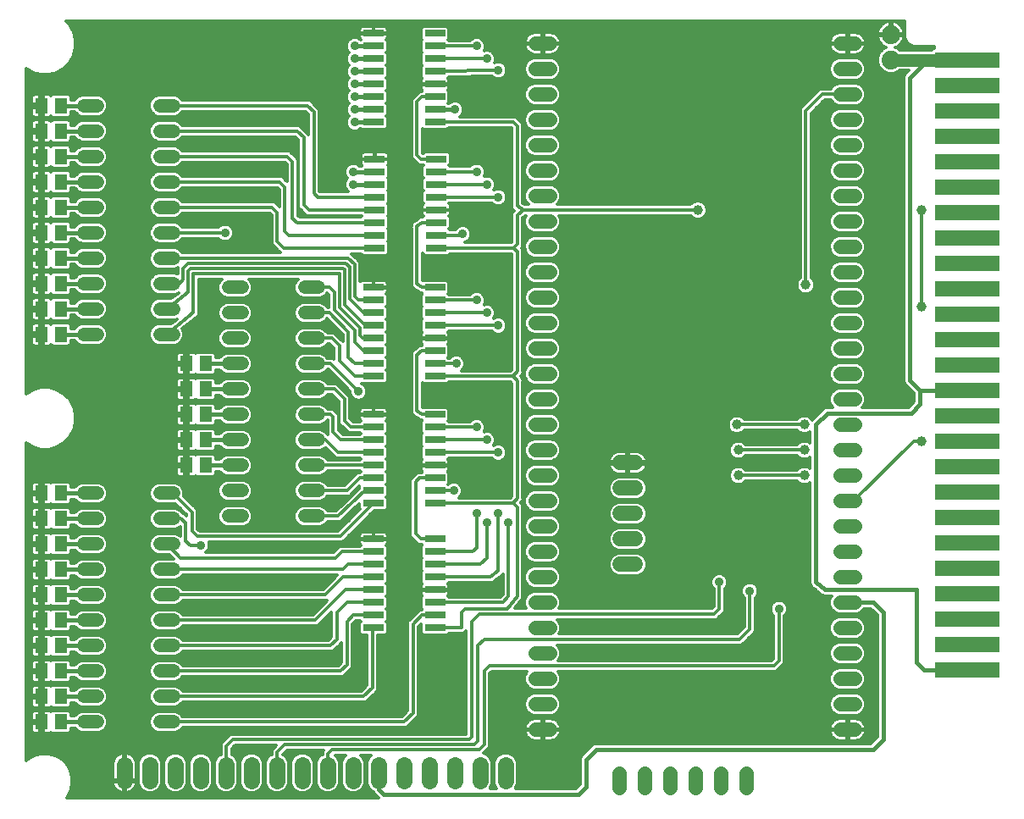
<source format=gbl>
G75*
G70*
%OFA0B0*%
%FSLAX24Y24*%
%IPPOS*%
%LPD*%
%AMOC8*
5,1,8,0,0,1.08239X$1,22.5*
%
%ADD10C,0.0554*%
%ADD11C,0.0520*%
%ADD12C,0.0630*%
%ADD13R,0.0800X0.0260*%
%ADD14R,0.0512X0.0591*%
%ADD15R,0.2550X0.0600*%
%ADD16C,0.0594*%
%ADD17C,0.0740*%
%ADD18C,0.0396*%
%ADD19C,0.0120*%
%ADD20C,0.0357*%
%ADD21C,0.0160*%
%ADD22C,0.0500*%
D10*
X020684Y013360D02*
X021238Y013360D01*
X021238Y014360D02*
X020684Y014360D01*
X020684Y015360D02*
X021238Y015360D01*
X021238Y016360D02*
X020684Y016360D01*
X020684Y017360D02*
X021238Y017360D01*
X021238Y018360D02*
X020684Y018360D01*
X020684Y019360D02*
X021238Y019360D01*
X021238Y020360D02*
X020684Y020360D01*
X020684Y021360D02*
X021238Y021360D01*
X021238Y022360D02*
X020684Y022360D01*
X020684Y023360D02*
X021238Y023360D01*
X021238Y024360D02*
X020684Y024360D01*
X020684Y025360D02*
X021238Y025360D01*
X021238Y026360D02*
X020684Y026360D01*
X020684Y027360D02*
X021238Y027360D01*
X021238Y028360D02*
X020684Y028360D01*
X020684Y029360D02*
X021238Y029360D01*
X021238Y030360D02*
X020684Y030360D01*
X020684Y031360D02*
X021238Y031360D01*
X021238Y032360D02*
X020684Y032360D01*
X020684Y033360D02*
X021238Y033360D01*
X021238Y034360D02*
X020684Y034360D01*
X020684Y035360D02*
X021238Y035360D01*
X021238Y036360D02*
X020684Y036360D01*
X020684Y037360D02*
X021238Y037360D01*
X021238Y038360D02*
X020684Y038360D01*
X020684Y039360D02*
X021238Y039360D01*
X021238Y040360D02*
X020684Y040360D01*
X032684Y040360D02*
X033238Y040360D01*
X033238Y039360D02*
X032684Y039360D01*
X032684Y038360D02*
X033238Y038360D01*
X033238Y037360D02*
X032684Y037360D01*
X032684Y036360D02*
X033238Y036360D01*
X033238Y035360D02*
X032684Y035360D01*
X032684Y034360D02*
X033238Y034360D01*
X033238Y033360D02*
X032684Y033360D01*
X032684Y032360D02*
X033238Y032360D01*
X033238Y031360D02*
X032684Y031360D01*
X032684Y030360D02*
X033238Y030360D01*
X033238Y029360D02*
X032684Y029360D01*
X032684Y028360D02*
X033238Y028360D01*
X033238Y027360D02*
X032684Y027360D01*
X032684Y026360D02*
X033238Y026360D01*
X033238Y025360D02*
X032684Y025360D01*
X032684Y024360D02*
X033238Y024360D01*
X033238Y023360D02*
X032684Y023360D01*
X032684Y022360D02*
X033238Y022360D01*
X033238Y021360D02*
X032684Y021360D01*
X032684Y020360D02*
X033238Y020360D01*
X033238Y019360D02*
X032684Y019360D01*
X032684Y018360D02*
X033238Y018360D01*
X033238Y017360D02*
X032684Y017360D01*
X032684Y016360D02*
X033238Y016360D01*
X033238Y015360D02*
X032684Y015360D01*
X032684Y014360D02*
X033238Y014360D01*
X033238Y013360D02*
X032684Y013360D01*
X028961Y011637D02*
X028961Y011083D01*
X027961Y011083D02*
X027961Y011637D01*
X026961Y011637D02*
X026961Y011083D01*
X025961Y011083D02*
X025961Y011637D01*
X024961Y011637D02*
X024961Y011083D01*
X023961Y011083D02*
X023961Y011637D01*
D11*
X012121Y021760D02*
X011601Y021760D01*
X011601Y022760D02*
X012121Y022760D01*
X012121Y023760D02*
X011601Y023760D01*
X011601Y024760D02*
X012121Y024760D01*
X012121Y025760D02*
X011601Y025760D01*
X011601Y026760D02*
X012121Y026760D01*
X012121Y027760D02*
X011601Y027760D01*
X011601Y028760D02*
X012121Y028760D01*
X012121Y029760D02*
X011601Y029760D01*
X011601Y030760D02*
X012121Y030760D01*
X009121Y030760D02*
X008601Y030760D01*
X008601Y029760D02*
X009121Y029760D01*
X009121Y028760D02*
X008601Y028760D01*
X008601Y027760D02*
X009121Y027760D01*
X009121Y026760D02*
X008601Y026760D01*
X008601Y025760D02*
X009121Y025760D01*
X009121Y024760D02*
X008601Y024760D01*
X008601Y023760D02*
X009121Y023760D01*
X009121Y022760D02*
X008601Y022760D01*
X008601Y021760D02*
X009121Y021760D01*
X006421Y021660D02*
X005901Y021660D01*
X005901Y022660D02*
X006421Y022660D01*
X006421Y020660D02*
X005901Y020660D01*
X005901Y019660D02*
X006421Y019660D01*
X006421Y018660D02*
X005901Y018660D01*
X005901Y017660D02*
X006421Y017660D01*
X006421Y016660D02*
X005901Y016660D01*
X005901Y015660D02*
X006421Y015660D01*
X006421Y014660D02*
X005901Y014660D01*
X005901Y013660D02*
X006421Y013660D01*
X003421Y013660D02*
X002901Y013660D01*
X002901Y014660D02*
X003421Y014660D01*
X003421Y015660D02*
X002901Y015660D01*
X002901Y016660D02*
X003421Y016660D01*
X003421Y017660D02*
X002901Y017660D01*
X002901Y018660D02*
X003421Y018660D01*
X003421Y019660D02*
X002901Y019660D01*
X002901Y020660D02*
X003421Y020660D01*
X003421Y021660D02*
X002901Y021660D01*
X002901Y022660D02*
X003421Y022660D01*
X003421Y028910D02*
X002901Y028910D01*
X002901Y029910D02*
X003421Y029910D01*
X003421Y030910D02*
X002901Y030910D01*
X002901Y031910D02*
X003421Y031910D01*
X003421Y032910D02*
X002901Y032910D01*
X002901Y033910D02*
X003421Y033910D01*
X003421Y034910D02*
X002901Y034910D01*
X002901Y035910D02*
X003421Y035910D01*
X003421Y036910D02*
X002901Y036910D01*
X002901Y037910D02*
X003421Y037910D01*
X005901Y037910D02*
X006421Y037910D01*
X006421Y036910D02*
X005901Y036910D01*
X005901Y035910D02*
X006421Y035910D01*
X006421Y034910D02*
X005901Y034910D01*
X005901Y033910D02*
X006421Y033910D01*
X006421Y032910D02*
X005901Y032910D01*
X005901Y031910D02*
X006421Y031910D01*
X006421Y030910D02*
X005901Y030910D01*
X005901Y029910D02*
X006421Y029910D01*
X006421Y028910D02*
X005901Y028910D01*
D12*
X005507Y011966D02*
X005507Y011337D01*
X006507Y011337D02*
X006507Y011966D01*
X007507Y011966D02*
X007507Y011337D01*
X008507Y011337D02*
X008507Y011966D01*
X009507Y011966D02*
X009507Y011337D01*
X010507Y011337D02*
X010507Y011966D01*
X011507Y011966D02*
X011507Y011337D01*
X012507Y011337D02*
X012507Y011966D01*
X013507Y011966D02*
X013507Y011337D01*
X014507Y011337D02*
X014507Y011966D01*
X015507Y011966D02*
X015507Y011337D01*
X016507Y011337D02*
X016507Y011966D01*
X017507Y011966D02*
X017507Y011337D01*
X018507Y011337D02*
X018507Y011966D01*
X019507Y011966D02*
X019507Y011337D01*
X004507Y011337D02*
X004507Y011966D01*
D13*
X014301Y017360D03*
X014301Y017860D03*
X014301Y018360D03*
X014301Y018860D03*
X014301Y019360D03*
X014301Y019860D03*
X014301Y020360D03*
X014301Y020860D03*
X014301Y022260D03*
X014301Y022760D03*
X014301Y023260D03*
X014301Y023760D03*
X014301Y024260D03*
X014301Y024760D03*
X014301Y025260D03*
X014301Y025760D03*
X014301Y027260D03*
X014301Y027760D03*
X014301Y028260D03*
X014301Y028760D03*
X014301Y029260D03*
X014301Y029760D03*
X014301Y030260D03*
X014301Y030760D03*
X014351Y032310D03*
X014351Y032810D03*
X014351Y033310D03*
X014351Y033810D03*
X014351Y034310D03*
X014351Y034810D03*
X014351Y035310D03*
X014351Y035810D03*
X014301Y037260D03*
X014301Y037760D03*
X014301Y038260D03*
X014301Y038760D03*
X014301Y039260D03*
X014301Y039760D03*
X014301Y040260D03*
X014301Y040760D03*
X016721Y040760D03*
X016721Y040260D03*
X016721Y039760D03*
X016721Y039260D03*
X016721Y038760D03*
X016721Y038260D03*
X016721Y037760D03*
X016721Y037260D03*
X016771Y035810D03*
X016771Y035310D03*
X016771Y034810D03*
X016771Y034310D03*
X016771Y033810D03*
X016771Y033310D03*
X016771Y032810D03*
X016771Y032310D03*
X016721Y030760D03*
X016721Y030260D03*
X016721Y029760D03*
X016721Y029260D03*
X016721Y028760D03*
X016721Y028260D03*
X016721Y027760D03*
X016721Y027260D03*
X016721Y025760D03*
X016721Y025260D03*
X016721Y024760D03*
X016721Y024260D03*
X016721Y023760D03*
X016721Y023260D03*
X016721Y022760D03*
X016721Y022260D03*
X016721Y020860D03*
X016721Y020360D03*
X016721Y019860D03*
X016721Y019360D03*
X016721Y018860D03*
X016721Y018360D03*
X016721Y017860D03*
X016721Y017360D03*
D14*
X007685Y023760D03*
X006937Y023760D03*
X006937Y024760D03*
X007685Y024760D03*
X007685Y025760D03*
X006937Y025760D03*
X006937Y026760D03*
X007685Y026760D03*
X007685Y027760D03*
X006937Y027760D03*
X001985Y028910D03*
X001237Y028910D03*
X001237Y029910D03*
X001985Y029910D03*
X001985Y030910D03*
X001237Y030910D03*
X001237Y031910D03*
X001985Y031910D03*
X001985Y032910D03*
X001237Y032910D03*
X001237Y033910D03*
X001985Y033910D03*
X001985Y034910D03*
X001237Y034910D03*
X001237Y035910D03*
X001985Y035910D03*
X001985Y036910D03*
X001237Y036910D03*
X001237Y037910D03*
X001985Y037910D03*
X001985Y022660D03*
X001237Y022660D03*
X001237Y021660D03*
X001985Y021660D03*
X001985Y020660D03*
X001237Y020660D03*
X001237Y019660D03*
X001985Y019660D03*
X001985Y018660D03*
X001237Y018660D03*
X001237Y017660D03*
X001985Y017660D03*
X001985Y016660D03*
X001237Y016660D03*
X001237Y015660D03*
X001985Y015660D03*
X001985Y014660D03*
X001237Y014660D03*
X001237Y013660D03*
X001985Y013660D03*
D15*
X037661Y015710D03*
X037661Y016710D03*
X037661Y017710D03*
X037661Y018710D03*
X037661Y019710D03*
X037661Y020710D03*
X037661Y021710D03*
X037661Y022710D03*
X037661Y023710D03*
X037661Y024710D03*
X037661Y025710D03*
X037661Y026710D03*
X037661Y027710D03*
X037661Y028710D03*
X037661Y029710D03*
X037661Y030710D03*
X037661Y031710D03*
X037661Y032710D03*
X037661Y033710D03*
X037661Y034710D03*
X037661Y035710D03*
X037661Y036710D03*
X037661Y037710D03*
X037661Y038710D03*
X037661Y039710D03*
D16*
X024608Y023860D02*
X024014Y023860D01*
X024014Y022860D02*
X024608Y022860D01*
X024608Y021860D02*
X024014Y021860D01*
X024014Y020860D02*
X024608Y020860D01*
X024608Y019860D02*
X024014Y019860D01*
D17*
X034661Y039710D03*
X034661Y040710D03*
D18*
X035861Y033810D03*
X035861Y030010D03*
X031311Y030860D03*
X027061Y033810D03*
X028611Y025360D03*
X028661Y024360D03*
X028661Y023360D03*
X031261Y023360D03*
X031261Y024360D03*
X031261Y025360D03*
X035861Y024710D03*
D19*
X002226Y010670D02*
X002225Y010670D01*
X014512Y010670D01*
X014508Y010674D01*
X014303Y010878D01*
X014289Y010913D01*
X014238Y010934D01*
X014104Y011067D01*
X014032Y011242D01*
X014032Y012061D01*
X014104Y012235D01*
X014209Y012340D01*
X013805Y012340D01*
X013910Y012235D01*
X013982Y012061D01*
X013982Y011242D01*
X013910Y011067D01*
X013776Y010934D01*
X013601Y010862D01*
X013412Y010862D01*
X013238Y010934D01*
X013104Y011067D01*
X013032Y011242D01*
X013032Y012061D01*
X013104Y012235D01*
X013209Y012340D01*
X012805Y012340D01*
X012910Y012235D01*
X012982Y012061D01*
X012982Y011242D01*
X012910Y011067D01*
X012776Y010934D01*
X012601Y010862D01*
X012412Y010862D01*
X012238Y010934D01*
X012104Y011067D01*
X012032Y011242D01*
X012032Y012061D01*
X012104Y012235D01*
X012238Y012369D01*
X012291Y012391D01*
X012291Y012501D01*
X012330Y012540D01*
X010902Y012540D01*
X010745Y012382D01*
X010776Y012369D01*
X010910Y012235D01*
X010982Y012061D01*
X010982Y011242D01*
X010910Y011067D01*
X010776Y010934D01*
X010601Y010862D01*
X010412Y010862D01*
X010238Y010934D01*
X010104Y011067D01*
X010032Y011242D01*
X010032Y012061D01*
X010104Y012235D01*
X010238Y012369D01*
X010291Y012391D01*
X010291Y012551D01*
X010420Y012680D01*
X010480Y012740D01*
X008852Y012740D01*
X008731Y012619D01*
X008731Y012388D01*
X008776Y012369D01*
X008910Y012235D01*
X008982Y012061D01*
X008982Y011242D01*
X008910Y011067D01*
X008776Y010934D01*
X008601Y010862D01*
X008412Y010862D01*
X008238Y010934D01*
X008104Y011067D01*
X008032Y011242D01*
X008032Y012061D01*
X008104Y012235D01*
X008238Y012369D01*
X008291Y012391D01*
X008291Y012801D01*
X008420Y012930D01*
X008670Y013180D01*
X008852Y013180D01*
X017941Y013180D01*
X017941Y017229D01*
X017852Y017140D01*
X017258Y017140D01*
X017188Y017070D01*
X016255Y017070D01*
X016161Y017163D01*
X016161Y017499D01*
X016081Y017419D01*
X016081Y013919D01*
X015952Y013790D01*
X015602Y013440D01*
X015420Y013440D01*
X006785Y013440D01*
X006777Y013422D01*
X006659Y013304D01*
X006505Y013240D01*
X005818Y013240D01*
X005663Y013304D01*
X005545Y013422D01*
X005481Y013576D01*
X005481Y013743D01*
X005545Y013898D01*
X005663Y014016D01*
X005818Y014080D01*
X006505Y014080D01*
X006659Y014016D01*
X006777Y013898D01*
X006785Y013880D01*
X015420Y013880D01*
X015641Y014101D01*
X015641Y017419D01*
X015641Y017601D01*
X015991Y017951D01*
X016120Y018080D01*
X016185Y018080D01*
X016215Y018110D01*
X016161Y018163D01*
X016161Y018556D01*
X016215Y018610D01*
X016193Y018631D01*
X016172Y018668D01*
X016161Y018709D01*
X016161Y018855D01*
X016716Y018855D01*
X016716Y018865D01*
X016161Y018865D01*
X016161Y019011D01*
X016172Y019051D01*
X016193Y019088D01*
X016215Y019110D01*
X016161Y019163D01*
X016161Y019556D01*
X016215Y019610D01*
X016161Y019663D01*
X016161Y020056D01*
X016215Y020110D01*
X016161Y020163D01*
X016161Y020556D01*
X016215Y020610D01*
X016185Y020640D01*
X016070Y020640D01*
X015870Y020840D01*
X015741Y020969D01*
X015741Y023019D01*
X015741Y023201D01*
X015891Y023351D01*
X016020Y023480D01*
X016185Y023480D01*
X016215Y023510D01*
X016193Y023531D01*
X016172Y023568D01*
X016161Y023609D01*
X016161Y023755D01*
X016716Y023755D01*
X016716Y023765D01*
X016161Y023765D01*
X016161Y023911D01*
X016172Y023951D01*
X016193Y023988D01*
X016215Y024010D01*
X016161Y024063D01*
X016161Y024456D01*
X016215Y024510D01*
X016161Y024563D01*
X016161Y024956D01*
X016215Y025010D01*
X016161Y025063D01*
X016161Y025456D01*
X016215Y025510D01*
X016190Y025535D01*
X016152Y025529D01*
X016138Y025540D01*
X016120Y025540D01*
X016067Y025593D01*
X015938Y025690D01*
X015920Y025690D01*
X015867Y025743D01*
X015806Y025788D01*
X015804Y025806D01*
X015791Y025819D01*
X015791Y025894D01*
X015781Y025969D01*
X015791Y025983D01*
X015791Y028036D01*
X015781Y028051D01*
X015791Y028125D01*
X015791Y028201D01*
X015804Y028213D01*
X015806Y028231D01*
X015867Y028276D01*
X015920Y028330D01*
X015938Y028330D01*
X016067Y028426D01*
X016120Y028480D01*
X016138Y028480D01*
X016152Y028490D01*
X016190Y028485D01*
X016215Y028510D01*
X016193Y028531D01*
X016172Y028568D01*
X016161Y028609D01*
X016161Y028755D01*
X016716Y028755D01*
X016716Y028765D01*
X016161Y028765D01*
X016161Y028911D01*
X016172Y028951D01*
X016193Y028988D01*
X016215Y029010D01*
X016161Y029063D01*
X016161Y029456D01*
X016215Y029510D01*
X016161Y029563D01*
X016161Y029956D01*
X016215Y030010D01*
X016161Y030063D01*
X016161Y030456D01*
X016215Y030510D01*
X016190Y030535D01*
X016152Y030529D01*
X016138Y030540D01*
X016120Y030540D01*
X016067Y030593D01*
X015938Y030690D01*
X015920Y030690D01*
X015867Y030743D01*
X015806Y030788D01*
X015804Y030806D01*
X015791Y030819D01*
X015791Y030894D01*
X015781Y030969D01*
X015791Y030983D01*
X015791Y033086D01*
X015781Y033101D01*
X015791Y033175D01*
X015791Y033251D01*
X015804Y033263D01*
X015806Y033281D01*
X015867Y033326D01*
X015920Y033380D01*
X015938Y033380D01*
X016067Y033476D01*
X016120Y033530D01*
X016138Y033530D01*
X016152Y033540D01*
X016227Y033530D01*
X016235Y033530D01*
X016265Y033560D01*
X016243Y033581D01*
X016222Y033618D01*
X016211Y033659D01*
X016211Y033805D01*
X016766Y033805D01*
X016766Y033815D01*
X016211Y033815D01*
X016211Y033961D01*
X016222Y034001D01*
X016243Y034038D01*
X016265Y034060D01*
X016211Y034113D01*
X016211Y034506D01*
X016265Y034560D01*
X016211Y034613D01*
X016211Y035006D01*
X016265Y035060D01*
X016211Y035113D01*
X016211Y035506D01*
X016265Y035560D01*
X016235Y035590D01*
X016070Y035590D01*
X015920Y035740D01*
X015791Y035869D01*
X015791Y037969D01*
X015791Y038151D01*
X015991Y038351D01*
X016120Y038480D01*
X016185Y038480D01*
X016215Y038510D01*
X016193Y038531D01*
X016172Y038568D01*
X016161Y038609D01*
X016161Y038755D01*
X016716Y038755D01*
X016716Y038765D01*
X016161Y038765D01*
X016161Y038911D01*
X016172Y038951D01*
X016193Y038988D01*
X016215Y039010D01*
X016161Y039063D01*
X016161Y039456D01*
X016215Y039510D01*
X016161Y039563D01*
X016161Y039956D01*
X016215Y040010D01*
X016161Y040063D01*
X016161Y040456D01*
X016215Y040510D01*
X016161Y040563D01*
X016161Y040956D01*
X016255Y041050D01*
X017188Y041050D01*
X017281Y040956D01*
X017281Y040563D01*
X017227Y040510D01*
X017258Y040480D01*
X018103Y040480D01*
X018170Y040547D01*
X018294Y040598D01*
X018429Y040598D01*
X018553Y040547D01*
X018648Y040451D01*
X018700Y040327D01*
X018700Y040192D01*
X018654Y040081D01*
X018694Y040098D01*
X018829Y040098D01*
X018953Y040047D01*
X019048Y039951D01*
X019100Y039827D01*
X019100Y039692D01*
X019068Y039617D01*
X019144Y039648D01*
X019279Y039648D01*
X019403Y039597D01*
X019498Y039501D01*
X019550Y039377D01*
X019550Y039242D01*
X019498Y039118D01*
X019403Y039023D01*
X019279Y038971D01*
X019144Y038971D01*
X019020Y039023D01*
X018958Y039085D01*
X017268Y039051D01*
X017227Y039010D01*
X017249Y038988D01*
X017270Y038951D01*
X017281Y038911D01*
X017281Y038765D01*
X016726Y038765D01*
X016726Y038755D01*
X017281Y038755D01*
X017281Y038609D01*
X017270Y038568D01*
X017249Y038531D01*
X017227Y038510D01*
X017281Y038456D01*
X017281Y038063D01*
X017227Y038010D01*
X017238Y038000D01*
X017273Y038000D01*
X017320Y038047D01*
X017444Y038098D01*
X017579Y038098D01*
X017703Y038047D01*
X017798Y037951D01*
X017850Y037827D01*
X017850Y037692D01*
X017798Y037568D01*
X017710Y037480D01*
X019720Y037480D01*
X019902Y037480D01*
X020052Y037330D01*
X020052Y037330D01*
X020181Y037201D01*
X020181Y034084D01*
X020272Y034030D01*
X020396Y034030D01*
X020313Y034112D01*
X020247Y034273D01*
X020247Y034447D01*
X020313Y034607D01*
X020436Y034730D01*
X020597Y034797D01*
X021325Y034797D01*
X021486Y034730D01*
X021609Y034607D01*
X021676Y034447D01*
X021676Y034273D01*
X021609Y034112D01*
X021527Y034030D01*
X026775Y034030D01*
X026858Y034113D01*
X026990Y034168D01*
X027132Y034168D01*
X027264Y034113D01*
X027365Y034013D01*
X027419Y033881D01*
X027419Y033739D01*
X027365Y033607D01*
X027264Y033506D01*
X027132Y033452D01*
X026990Y033452D01*
X026858Y033506D01*
X026775Y033590D01*
X021616Y033590D01*
X021676Y033447D01*
X021676Y033273D01*
X021609Y033112D01*
X021486Y032989D01*
X021325Y032923D01*
X020597Y032923D01*
X020436Y032989D01*
X020313Y033112D01*
X020247Y033273D01*
X020247Y033447D01*
X020306Y033590D01*
X020288Y033590D01*
X020181Y033504D01*
X020181Y032551D01*
X020181Y032369D01*
X020122Y032310D01*
X020181Y032251D01*
X020181Y027475D01*
X020192Y027401D01*
X020181Y027386D01*
X020181Y027369D01*
X020128Y027315D01*
X020086Y027260D01*
X020128Y027204D01*
X020181Y027151D01*
X020181Y027133D01*
X020192Y027119D01*
X020181Y027044D01*
X020181Y022475D01*
X020192Y022401D01*
X020181Y022386D01*
X020181Y022369D01*
X020128Y022315D01*
X020102Y022280D01*
X020181Y022201D01*
X020181Y018622D01*
X020190Y018543D01*
X020181Y018533D01*
X020181Y018519D01*
X020125Y018463D01*
X019859Y018130D01*
X020306Y018130D01*
X020247Y018273D01*
X020247Y018447D01*
X020313Y018607D01*
X020436Y018730D01*
X020597Y018797D01*
X021325Y018797D01*
X021486Y018730D01*
X021609Y018607D01*
X021676Y018447D01*
X021676Y018273D01*
X021616Y018130D01*
X027620Y018130D01*
X027691Y018201D01*
X027691Y018901D01*
X027624Y018968D01*
X027573Y019092D01*
X027573Y019227D01*
X027624Y019351D01*
X027720Y019447D01*
X027844Y019498D01*
X027979Y019498D01*
X028103Y019447D01*
X028198Y019351D01*
X028250Y019227D01*
X028250Y019092D01*
X028198Y018968D01*
X028131Y018901D01*
X028131Y018201D01*
X028131Y018019D01*
X027931Y017819D01*
X027802Y017690D01*
X021527Y017690D01*
X021609Y017607D01*
X021676Y017447D01*
X021676Y017273D01*
X021616Y017130D01*
X028620Y017130D01*
X028891Y017401D01*
X028891Y018551D01*
X028824Y018618D01*
X028773Y018742D01*
X028773Y018877D01*
X028824Y019001D01*
X028920Y019097D01*
X029044Y019148D01*
X029179Y019148D01*
X029303Y019097D01*
X029398Y019001D01*
X029450Y018877D01*
X029450Y018742D01*
X029398Y018618D01*
X029331Y018551D01*
X029331Y017401D01*
X029331Y017219D01*
X028931Y016819D01*
X028802Y016690D01*
X021527Y016690D01*
X021609Y016607D01*
X021676Y016447D01*
X021676Y016273D01*
X021609Y016112D01*
X021577Y016080D01*
X029970Y016080D01*
X030041Y016151D01*
X030041Y017851D01*
X029974Y017918D01*
X029923Y018042D01*
X029923Y018177D01*
X029974Y018301D01*
X030070Y018397D01*
X030194Y018448D01*
X030329Y018448D01*
X030453Y018397D01*
X030548Y018301D01*
X030600Y018177D01*
X030600Y018042D01*
X030548Y017918D01*
X030481Y017851D01*
X030481Y016151D01*
X030481Y015969D01*
X030281Y015769D01*
X030152Y015640D01*
X021577Y015640D01*
X021609Y015607D01*
X021676Y015447D01*
X021676Y015273D01*
X021609Y015112D01*
X021486Y014989D01*
X021325Y014923D01*
X020597Y014923D01*
X020436Y014989D01*
X020313Y015112D01*
X020247Y015273D01*
X020247Y015447D01*
X020313Y015607D01*
X020346Y015640D01*
X018952Y015640D01*
X018881Y015569D01*
X018881Y012851D01*
X018881Y012669D01*
X018681Y012469D01*
X018639Y012426D01*
X018776Y012369D01*
X018910Y012235D01*
X018982Y012061D01*
X018982Y011242D01*
X018910Y011067D01*
X018892Y011050D01*
X019122Y011050D01*
X019104Y011067D01*
X019032Y011242D01*
X019032Y012061D01*
X019104Y012235D01*
X019238Y012369D01*
X019412Y012441D01*
X019601Y012441D01*
X019776Y012369D01*
X019910Y012235D01*
X019982Y012061D01*
X019982Y011242D01*
X019910Y011067D01*
X019892Y011050D01*
X022262Y011050D01*
X022421Y011209D01*
X022421Y012112D01*
X022421Y012207D01*
X022458Y012296D01*
X022858Y012696D01*
X022925Y012763D01*
X023014Y012800D01*
X033862Y012800D01*
X034121Y013059D01*
X034121Y017860D01*
X033862Y018120D01*
X033612Y018120D01*
X033609Y018112D01*
X033486Y017989D01*
X033325Y017923D01*
X032597Y017923D01*
X032436Y017989D01*
X032313Y018112D01*
X032247Y018273D01*
X032247Y018447D01*
X032313Y018607D01*
X032326Y018620D01*
X032070Y018620D01*
X032032Y018617D01*
X032023Y018620D01*
X032014Y018620D01*
X031978Y018634D01*
X031941Y018646D01*
X031934Y018653D01*
X031925Y018656D01*
X031898Y018684D01*
X031584Y018953D01*
X031575Y018956D01*
X031548Y018984D01*
X031519Y019009D01*
X031515Y019017D01*
X031508Y019024D01*
X031493Y019059D01*
X031476Y019094D01*
X031475Y019103D01*
X031471Y019112D01*
X031471Y019151D01*
X031468Y019189D01*
X031471Y019198D01*
X031471Y023063D01*
X031464Y023056D01*
X031332Y023002D01*
X031190Y023002D01*
X031058Y023056D01*
X030975Y023140D01*
X028948Y023140D01*
X028864Y023056D01*
X028732Y023002D01*
X028590Y023002D01*
X028458Y023056D01*
X028358Y023157D01*
X028303Y023289D01*
X028303Y023431D01*
X028358Y023563D01*
X028458Y023663D01*
X028590Y023718D01*
X028732Y023718D01*
X028864Y023663D01*
X028948Y023580D01*
X030975Y023580D01*
X031058Y023663D01*
X031190Y023718D01*
X031332Y023718D01*
X031464Y023663D01*
X031471Y023656D01*
X031471Y024063D01*
X031464Y024056D01*
X031332Y024002D01*
X031190Y024002D01*
X031058Y024056D01*
X030975Y024140D01*
X028948Y024140D01*
X028864Y024056D01*
X028732Y024002D01*
X028590Y024002D01*
X028458Y024056D01*
X028358Y024157D01*
X028303Y024289D01*
X028303Y024431D01*
X028358Y024563D01*
X028458Y024663D01*
X028590Y024718D01*
X028732Y024718D01*
X028864Y024663D01*
X028948Y024580D01*
X030975Y024580D01*
X031058Y024663D01*
X031190Y024718D01*
X031332Y024718D01*
X031464Y024663D01*
X031471Y024656D01*
X031471Y025063D01*
X031464Y025056D01*
X031332Y025002D01*
X031190Y025002D01*
X031058Y025056D01*
X030975Y025140D01*
X028898Y025140D01*
X028814Y025056D01*
X028682Y025002D01*
X028540Y025002D01*
X028408Y025056D01*
X028308Y025157D01*
X028253Y025289D01*
X028253Y025431D01*
X028308Y025563D01*
X028408Y025663D01*
X028540Y025718D01*
X028682Y025718D01*
X028814Y025663D01*
X028898Y025580D01*
X030975Y025580D01*
X031058Y025663D01*
X031190Y025718D01*
X031332Y025718D01*
X031464Y025663D01*
X031565Y025563D01*
X031568Y025556D01*
X031958Y025946D01*
X032025Y026013D01*
X032114Y026050D01*
X032376Y026050D01*
X032313Y026112D01*
X032247Y026273D01*
X032247Y026447D01*
X032313Y026607D01*
X032436Y026730D01*
X032597Y026797D01*
X033325Y026797D01*
X033486Y026730D01*
X033609Y026607D01*
X033676Y026447D01*
X033676Y026273D01*
X033609Y026112D01*
X033547Y026050D01*
X035362Y026050D01*
X035571Y026259D01*
X035571Y026610D01*
X035208Y026974D01*
X035171Y027062D01*
X035171Y027157D01*
X035171Y039057D01*
X035208Y039146D01*
X035275Y039213D01*
X035275Y039213D01*
X035362Y039300D01*
X035001Y039300D01*
X034961Y039260D01*
X034767Y039180D01*
X034556Y039180D01*
X034361Y039260D01*
X034212Y039410D01*
X034131Y039604D01*
X034131Y039815D01*
X034212Y040010D01*
X034361Y040159D01*
X034484Y040210D01*
X034458Y040219D01*
X034383Y040256D01*
X034316Y040306D01*
X034257Y040364D01*
X034208Y040432D01*
X034170Y040506D01*
X034144Y040586D01*
X034131Y040668D01*
X034131Y040670D01*
X034621Y040670D01*
X034621Y040750D01*
X034621Y041240D01*
X034620Y041240D01*
X034537Y041227D01*
X034458Y041201D01*
X034383Y041163D01*
X034316Y041114D01*
X034257Y041055D01*
X034208Y040988D01*
X034170Y040913D01*
X034144Y040834D01*
X034131Y040751D01*
X034131Y040750D01*
X034621Y040750D01*
X034701Y040750D01*
X034701Y041240D01*
X034703Y041240D01*
X034785Y041227D01*
X034865Y041201D01*
X034939Y041163D01*
X035006Y041114D01*
X035065Y041055D01*
X035115Y040988D01*
X035152Y040913D01*
X035178Y040834D01*
X035191Y040751D01*
X035191Y040750D01*
X034701Y040750D01*
X034701Y040670D01*
X035191Y040670D01*
X035191Y040668D01*
X035178Y040586D01*
X035152Y040506D01*
X035115Y040432D01*
X035065Y040364D01*
X035006Y040306D01*
X034939Y040256D01*
X034865Y040219D01*
X034838Y040210D01*
X034961Y040159D01*
X035001Y040120D01*
X036270Y040120D01*
X036320Y040170D01*
X036359Y040170D01*
X036359Y040250D01*
X035762Y040250D01*
X035753Y040246D01*
X035570Y040246D01*
X035401Y040316D01*
X035271Y040445D01*
X035201Y040614D01*
X035201Y040618D01*
X035201Y041250D01*
X002200Y041246D01*
X002337Y041109D01*
X002498Y040831D01*
X002581Y040520D01*
X002581Y040199D01*
X002498Y039889D01*
X002337Y039611D01*
X002110Y039384D01*
X001832Y039223D01*
X001522Y039140D01*
X001201Y039140D01*
X000890Y039223D01*
X000621Y039378D01*
X000621Y026591D01*
X000890Y026747D01*
X001201Y026830D01*
X001522Y026830D01*
X001832Y026747D01*
X002110Y026586D01*
X002337Y026359D01*
X002498Y026081D01*
X002581Y025770D01*
X002581Y025449D01*
X002498Y025139D01*
X002337Y024861D01*
X002110Y024634D01*
X001832Y024473D01*
X001522Y024390D01*
X001201Y024390D01*
X000890Y024473D01*
X000621Y024628D01*
X000621Y012135D01*
X000691Y012205D01*
X000939Y012348D01*
X001214Y012421D01*
X001500Y012421D01*
X001776Y012348D01*
X002024Y012205D01*
X002226Y012003D01*
X002368Y011755D01*
X002442Y011479D01*
X002442Y011194D01*
X002368Y010918D01*
X002226Y010670D01*
X002233Y010684D02*
X014498Y010684D01*
X014379Y010802D02*
X002302Y010802D01*
X002369Y010921D02*
X004276Y010921D01*
X004258Y010930D02*
X004325Y010896D01*
X004396Y010873D01*
X004468Y010862D01*
X004468Y011298D01*
X004032Y011298D01*
X004044Y011225D01*
X004067Y011154D01*
X004101Y011088D01*
X004145Y011027D01*
X004197Y010974D01*
X004258Y010930D01*
X004136Y011040D02*
X002401Y011040D01*
X002433Y011158D02*
X004065Y011158D01*
X004036Y011277D02*
X002442Y011277D01*
X002442Y011395D02*
X004032Y011395D01*
X004032Y011375D02*
X004468Y011375D01*
X004468Y011298D01*
X004545Y011298D01*
X004545Y010862D01*
X004618Y010873D01*
X004689Y010896D01*
X004756Y010930D01*
X004816Y010974D01*
X004869Y011027D01*
X004913Y011088D01*
X004947Y011154D01*
X004970Y011225D01*
X004982Y011298D01*
X004546Y011298D01*
X004546Y011375D01*
X004982Y011375D01*
X004982Y012004D01*
X004970Y012078D01*
X004947Y012149D01*
X004913Y012215D01*
X004869Y012276D01*
X004816Y012329D01*
X004756Y012373D01*
X004689Y012407D01*
X004618Y012430D01*
X004545Y012441D01*
X004545Y011375D01*
X004468Y011375D01*
X004468Y012441D01*
X004396Y012430D01*
X004325Y012407D01*
X004258Y012373D01*
X004197Y012329D01*
X004145Y012276D01*
X004101Y012215D01*
X004067Y012149D01*
X004044Y012078D01*
X004032Y012004D01*
X004032Y011375D01*
X004032Y011514D02*
X002433Y011514D01*
X002401Y011632D02*
X004032Y011632D01*
X004032Y011751D02*
X002370Y011751D01*
X002303Y011869D02*
X004032Y011869D01*
X004032Y011988D02*
X002234Y011988D01*
X002122Y012106D02*
X004053Y012106D01*
X004108Y012225D02*
X001988Y012225D01*
X001783Y012344D02*
X004218Y012344D01*
X004468Y012344D02*
X004545Y012344D01*
X004545Y012225D02*
X004468Y012225D01*
X004468Y012106D02*
X004545Y012106D01*
X004545Y011988D02*
X004468Y011988D01*
X004468Y011869D02*
X004545Y011869D01*
X004545Y011751D02*
X004468Y011751D01*
X004468Y011632D02*
X004545Y011632D01*
X004545Y011514D02*
X004468Y011514D01*
X004468Y011395D02*
X004545Y011395D01*
X004545Y011277D02*
X004468Y011277D01*
X004468Y011158D02*
X004545Y011158D01*
X004545Y011040D02*
X004468Y011040D01*
X004468Y010921D02*
X004545Y010921D01*
X004738Y010921D02*
X005269Y010921D01*
X005238Y010934D02*
X005412Y010862D01*
X005601Y010862D01*
X005776Y010934D01*
X005910Y011067D01*
X005982Y011242D01*
X005982Y012061D01*
X005910Y012235D01*
X005776Y012369D01*
X005601Y012441D01*
X005412Y012441D01*
X005238Y012369D01*
X005104Y012235D01*
X005032Y012061D01*
X005032Y011242D01*
X005104Y011067D01*
X005238Y010934D01*
X005132Y011040D02*
X004878Y011040D01*
X004948Y011158D02*
X005067Y011158D01*
X005032Y011277D02*
X004978Y011277D01*
X004982Y011395D02*
X005032Y011395D01*
X005032Y011514D02*
X004982Y011514D01*
X004982Y011632D02*
X005032Y011632D01*
X005032Y011751D02*
X004982Y011751D01*
X004982Y011869D02*
X005032Y011869D01*
X005032Y011988D02*
X004982Y011988D01*
X004961Y012106D02*
X005051Y012106D01*
X005100Y012225D02*
X004906Y012225D01*
X004796Y012344D02*
X005212Y012344D01*
X005801Y012344D02*
X006212Y012344D01*
X006238Y012369D02*
X006104Y012235D01*
X006032Y012061D01*
X006032Y011242D01*
X006104Y011067D01*
X006238Y010934D01*
X006412Y010862D01*
X006601Y010862D01*
X006776Y010934D01*
X006910Y011067D01*
X006982Y011242D01*
X006982Y012061D01*
X006910Y012235D01*
X006776Y012369D01*
X006601Y012441D01*
X006412Y012441D01*
X006238Y012369D01*
X006100Y012225D02*
X005914Y012225D01*
X005963Y012106D02*
X006051Y012106D01*
X006032Y011988D02*
X005982Y011988D01*
X005982Y011869D02*
X006032Y011869D01*
X006032Y011751D02*
X005982Y011751D01*
X005982Y011632D02*
X006032Y011632D01*
X006032Y011514D02*
X005982Y011514D01*
X005982Y011395D02*
X006032Y011395D01*
X006032Y011277D02*
X005982Y011277D01*
X005947Y011158D02*
X006067Y011158D01*
X006132Y011040D02*
X005882Y011040D01*
X005745Y010921D02*
X006269Y010921D01*
X006745Y010921D02*
X007269Y010921D01*
X007238Y010934D02*
X007412Y010862D01*
X007601Y010862D01*
X007776Y010934D01*
X007910Y011067D01*
X007982Y011242D01*
X007982Y012061D01*
X007910Y012235D01*
X007776Y012369D01*
X007601Y012441D01*
X007412Y012441D01*
X007238Y012369D01*
X007104Y012235D01*
X007032Y012061D01*
X007032Y011242D01*
X007104Y011067D01*
X007238Y010934D01*
X007132Y011040D02*
X006882Y011040D01*
X006947Y011158D02*
X007067Y011158D01*
X007032Y011277D02*
X006982Y011277D01*
X006982Y011395D02*
X007032Y011395D01*
X007032Y011514D02*
X006982Y011514D01*
X006982Y011632D02*
X007032Y011632D01*
X007032Y011751D02*
X006982Y011751D01*
X006982Y011869D02*
X007032Y011869D01*
X007032Y011988D02*
X006982Y011988D01*
X006963Y012106D02*
X007051Y012106D01*
X007100Y012225D02*
X006914Y012225D01*
X006801Y012344D02*
X007212Y012344D01*
X007801Y012344D02*
X008212Y012344D01*
X008291Y012462D02*
X000621Y012462D01*
X000621Y012344D02*
X000932Y012344D01*
X000726Y012225D02*
X000621Y012225D01*
X000621Y012581D02*
X008291Y012581D01*
X008291Y012699D02*
X000621Y012699D01*
X000621Y012818D02*
X008308Y012818D01*
X008427Y012936D02*
X000621Y012936D01*
X000621Y013055D02*
X008545Y013055D01*
X008664Y013173D02*
X000621Y013173D01*
X000621Y013292D02*
X000838Y013292D01*
X000832Y013303D02*
X000853Y013266D01*
X000883Y013236D01*
X000920Y013215D01*
X000960Y013204D01*
X001177Y013204D01*
X001177Y013600D01*
X000821Y013600D01*
X000821Y013343D01*
X000832Y013303D01*
X000821Y013410D02*
X000621Y013410D01*
X000621Y013529D02*
X000821Y013529D01*
X000821Y013720D02*
X001177Y013720D01*
X001177Y014115D01*
X000960Y014115D01*
X000920Y014104D01*
X000883Y014083D01*
X000853Y014053D01*
X000832Y014017D01*
X000821Y013976D01*
X000821Y013720D01*
X000821Y013766D02*
X000621Y013766D01*
X000621Y013648D02*
X001177Y013648D01*
X001177Y013600D02*
X001177Y013720D01*
X001297Y013720D01*
X001297Y014115D01*
X001514Y014115D01*
X001555Y014104D01*
X001591Y014083D01*
X001611Y014063D01*
X001663Y014115D01*
X002307Y014115D01*
X002401Y014021D01*
X002401Y013900D01*
X002547Y013900D01*
X002663Y014016D01*
X002818Y014080D01*
X003505Y014080D01*
X003659Y014016D01*
X003777Y013898D01*
X003841Y013743D01*
X003841Y013576D01*
X003777Y013422D01*
X003659Y013304D01*
X003505Y013240D01*
X002818Y013240D01*
X002663Y013304D01*
X002547Y013420D01*
X002401Y013420D01*
X002401Y013298D01*
X002307Y013204D01*
X001663Y013204D01*
X001611Y013256D01*
X001591Y013236D01*
X001555Y013215D01*
X001514Y013204D01*
X001297Y013204D01*
X001297Y013600D01*
X001177Y013600D01*
X001177Y013529D02*
X001297Y013529D01*
X001297Y013410D02*
X001177Y013410D01*
X001177Y013292D02*
X001297Y013292D01*
X001297Y013766D02*
X001177Y013766D01*
X001177Y013885D02*
X001297Y013885D01*
X001297Y014003D02*
X001177Y014003D01*
X001177Y014204D02*
X001177Y014600D01*
X000821Y014600D01*
X000821Y014343D01*
X000832Y014303D01*
X000853Y014266D01*
X000883Y014236D01*
X000920Y014215D01*
X000960Y014204D01*
X001177Y014204D01*
X001177Y014240D02*
X001297Y014240D01*
X001297Y014204D02*
X001514Y014204D01*
X001555Y014215D01*
X001591Y014236D01*
X001611Y014256D01*
X001663Y014204D01*
X002307Y014204D01*
X002401Y014298D01*
X002401Y014420D01*
X002547Y014420D01*
X002663Y014304D01*
X002818Y014240D01*
X003505Y014240D01*
X003659Y014304D01*
X003777Y014422D01*
X003841Y014576D01*
X003841Y014743D01*
X003777Y014898D01*
X003659Y015016D01*
X003505Y015080D01*
X002818Y015080D01*
X002663Y015016D01*
X002547Y014900D01*
X002401Y014900D01*
X002401Y015021D01*
X002307Y015115D01*
X001663Y015115D01*
X001611Y015063D01*
X001591Y015083D01*
X001555Y015104D01*
X001514Y015115D01*
X001297Y015115D01*
X001297Y014720D01*
X001177Y014720D01*
X001177Y015115D01*
X000960Y015115D01*
X000920Y015104D01*
X000883Y015083D01*
X000853Y015053D01*
X000832Y015017D01*
X000821Y014976D01*
X000821Y014720D01*
X001177Y014720D01*
X001177Y014600D01*
X001297Y014600D01*
X001297Y014204D01*
X001297Y014359D02*
X001177Y014359D01*
X001177Y014477D02*
X001297Y014477D01*
X001297Y014596D02*
X001177Y014596D01*
X001177Y014714D02*
X000621Y014714D01*
X000621Y014596D02*
X000821Y014596D01*
X000821Y014477D02*
X000621Y014477D01*
X000621Y014359D02*
X000821Y014359D01*
X000879Y014240D02*
X000621Y014240D01*
X000621Y014122D02*
X015641Y014122D01*
X015641Y014240D02*
X006506Y014240D01*
X006505Y014240D02*
X006659Y014304D01*
X006777Y014422D01*
X006785Y014440D01*
X013820Y014440D01*
X014002Y014440D01*
X014352Y014790D01*
X014481Y014919D01*
X014481Y017070D01*
X014768Y017070D01*
X014861Y017163D01*
X014861Y017556D01*
X014807Y017610D01*
X014861Y017663D01*
X014861Y018056D01*
X014807Y018110D01*
X014861Y018163D01*
X014861Y018556D01*
X014807Y018610D01*
X014861Y018663D01*
X014861Y019056D01*
X014807Y019110D01*
X014861Y019163D01*
X014861Y019556D01*
X014807Y019610D01*
X014861Y019663D01*
X014861Y020056D01*
X014807Y020110D01*
X014861Y020163D01*
X014861Y020556D01*
X014807Y020610D01*
X014829Y020631D01*
X014850Y020668D01*
X014861Y020709D01*
X014861Y020855D01*
X014306Y020855D01*
X014306Y020865D01*
X014296Y020865D01*
X014296Y021150D01*
X013880Y021150D01*
X013839Y021139D01*
X013803Y021118D01*
X013773Y021088D01*
X013752Y021051D01*
X013741Y021011D01*
X013741Y020865D01*
X014296Y020865D01*
X014296Y020855D01*
X013741Y020855D01*
X013741Y020709D01*
X013752Y020668D01*
X013773Y020631D01*
X013795Y020610D01*
X013765Y020580D01*
X012970Y020580D01*
X012841Y020451D01*
X012841Y020451D01*
X012720Y020330D01*
X007710Y020330D01*
X007798Y020418D01*
X007850Y020542D01*
X007850Y020677D01*
X007824Y020740D01*
X012910Y020740D01*
X013092Y020740D01*
X014322Y021970D01*
X014768Y021970D01*
X014861Y022063D01*
X014861Y022456D01*
X014807Y022510D01*
X014861Y022563D01*
X014861Y022956D01*
X014807Y023010D01*
X014861Y023063D01*
X014861Y023456D01*
X014807Y023510D01*
X014861Y023563D01*
X014861Y023956D01*
X014807Y024010D01*
X014861Y024063D01*
X014861Y024456D01*
X014807Y024510D01*
X014861Y024563D01*
X014861Y024956D01*
X014807Y025010D01*
X014861Y025063D01*
X014861Y025456D01*
X014807Y025510D01*
X014829Y025531D01*
X014850Y025568D01*
X014861Y025609D01*
X014861Y025755D01*
X014306Y025755D01*
X014306Y025765D01*
X014296Y025765D01*
X014296Y026050D01*
X013880Y026050D01*
X013839Y026039D01*
X013803Y026018D01*
X013773Y025988D01*
X013752Y025951D01*
X013741Y025911D01*
X013741Y025765D01*
X014296Y025765D01*
X014296Y025755D01*
X013741Y025755D01*
X013741Y025609D01*
X013752Y025568D01*
X013773Y025531D01*
X013795Y025510D01*
X013765Y025480D01*
X013502Y025480D01*
X013381Y025601D01*
X013381Y026269D01*
X013381Y026451D01*
X012981Y026851D01*
X012852Y026980D01*
X012485Y026980D01*
X012477Y026998D01*
X012359Y027116D01*
X012205Y027180D01*
X011518Y027180D01*
X011363Y027116D01*
X011245Y026998D01*
X011181Y026843D01*
X011181Y026676D01*
X011245Y026522D01*
X011363Y026404D01*
X011518Y026340D01*
X012205Y026340D01*
X012359Y026404D01*
X012477Y026522D01*
X012485Y026540D01*
X012670Y026540D01*
X012941Y026269D01*
X012941Y025419D01*
X013070Y025290D01*
X013320Y025040D01*
X013502Y025040D01*
X013765Y025040D01*
X013795Y025010D01*
X013765Y024980D01*
X013102Y024980D01*
X012931Y025151D01*
X012931Y025751D01*
X012802Y025880D01*
X012702Y025980D01*
X012520Y025980D01*
X012485Y025980D01*
X012477Y025998D01*
X012359Y026116D01*
X012205Y026180D01*
X011518Y026180D01*
X011363Y026116D01*
X011245Y025998D01*
X011181Y025843D01*
X011181Y025676D01*
X011245Y025522D01*
X011363Y025404D01*
X011518Y025340D01*
X012205Y025340D01*
X012359Y025404D01*
X012477Y025522D01*
X012485Y025540D01*
X012491Y025540D01*
X012491Y025151D01*
X012491Y024980D01*
X012485Y024980D01*
X012477Y024998D01*
X012359Y025116D01*
X012205Y025180D01*
X011518Y025180D01*
X011363Y025116D01*
X011245Y024998D01*
X011181Y024843D01*
X011181Y024676D01*
X011245Y024522D01*
X011363Y024404D01*
X011518Y024340D01*
X012205Y024340D01*
X012359Y024404D01*
X012408Y024452D01*
X012691Y024169D01*
X012820Y024040D01*
X013765Y024040D01*
X013795Y024010D01*
X013765Y023980D01*
X012485Y023980D01*
X012477Y023998D01*
X012359Y024116D01*
X012205Y024180D01*
X011518Y024180D01*
X011363Y024116D01*
X011245Y023998D01*
X011181Y023843D01*
X011181Y023676D01*
X011245Y023522D01*
X011363Y023404D01*
X011518Y023340D01*
X012205Y023340D01*
X012359Y023404D01*
X012477Y023522D01*
X012485Y023540D01*
X013765Y023540D01*
X013795Y023510D01*
X013765Y023480D01*
X013670Y023480D01*
X013541Y023351D01*
X013170Y022980D01*
X012485Y022980D01*
X012477Y022998D01*
X012359Y023116D01*
X012205Y023180D01*
X011518Y023180D01*
X011363Y023116D01*
X011245Y022998D01*
X011181Y022843D01*
X011181Y022676D01*
X011245Y022522D01*
X011363Y022404D01*
X011518Y022340D01*
X012205Y022340D01*
X012359Y022404D01*
X012477Y022522D01*
X012485Y022540D01*
X013170Y022540D01*
X013352Y022540D01*
X013741Y022929D01*
X013741Y022854D01*
X012823Y021980D01*
X012485Y021980D01*
X012477Y021998D01*
X012359Y022116D01*
X012205Y022180D01*
X011518Y022180D01*
X011363Y022116D01*
X011245Y021998D01*
X011181Y021843D01*
X011181Y021676D01*
X011245Y021522D01*
X011363Y021404D01*
X011518Y021340D01*
X012205Y021340D01*
X012359Y021404D01*
X012477Y021522D01*
X012485Y021540D01*
X012908Y021540D01*
X012997Y021538D01*
X012999Y021540D01*
X013002Y021540D01*
X013065Y021602D01*
X013741Y022246D01*
X013741Y022063D01*
X013768Y022037D01*
X012910Y021180D01*
X007452Y021180D01*
X007381Y021251D01*
X007381Y022001D01*
X007252Y022130D01*
X006831Y022551D01*
X006841Y022576D01*
X006841Y022743D01*
X006777Y022898D01*
X006659Y023016D01*
X006505Y023080D01*
X005818Y023080D01*
X005663Y023016D01*
X005545Y022898D01*
X005481Y022743D01*
X005481Y022576D01*
X005545Y022422D01*
X005663Y022304D01*
X005818Y022240D01*
X006505Y022240D01*
X006516Y022244D01*
X006941Y021819D01*
X006941Y021762D01*
X006856Y021826D01*
X006802Y021880D01*
X006785Y021880D01*
X006777Y021898D01*
X006659Y022016D01*
X006505Y022080D01*
X005818Y022080D01*
X005663Y022016D01*
X005545Y021898D01*
X005481Y021743D01*
X005481Y021576D01*
X005545Y021422D01*
X005663Y021304D01*
X005818Y021240D01*
X006505Y021240D01*
X006659Y021304D01*
X006691Y021336D01*
X006691Y020984D01*
X006659Y021016D01*
X006505Y021080D01*
X005818Y021080D01*
X005663Y021016D01*
X005545Y020898D01*
X005481Y020743D01*
X005481Y020576D01*
X005545Y020422D01*
X005663Y020304D01*
X005818Y020240D01*
X006270Y020240D01*
X006430Y020080D01*
X005818Y020080D01*
X005663Y020016D01*
X005545Y019898D01*
X005481Y019743D01*
X005481Y019576D01*
X005545Y019422D01*
X005663Y019304D01*
X005818Y019240D01*
X006505Y019240D01*
X006659Y019304D01*
X006777Y019422D01*
X006785Y019440D01*
X012880Y019440D01*
X012320Y018880D01*
X006785Y018880D01*
X006777Y018898D01*
X006659Y019016D01*
X006505Y019080D01*
X005818Y019080D01*
X005663Y019016D01*
X005545Y018898D01*
X005481Y018743D01*
X005481Y018576D01*
X005545Y018422D01*
X005663Y018304D01*
X005818Y018240D01*
X006505Y018240D01*
X006659Y018304D01*
X006777Y018422D01*
X006785Y018440D01*
X012320Y018440D01*
X012480Y018440D01*
X011920Y017880D01*
X006785Y017880D01*
X006777Y017898D01*
X006659Y018016D01*
X006505Y018080D01*
X005818Y018080D01*
X005663Y018016D01*
X005545Y017898D01*
X005481Y017743D01*
X005481Y017576D01*
X005545Y017422D01*
X005663Y017304D01*
X005818Y017240D01*
X006505Y017240D01*
X006659Y017304D01*
X006777Y017422D01*
X006785Y017440D01*
X011920Y017440D01*
X012102Y017440D01*
X012641Y017979D01*
X012641Y017869D01*
X012641Y017001D01*
X012520Y016880D01*
X006785Y016880D01*
X006777Y016898D01*
X006659Y017016D01*
X006505Y017080D01*
X005818Y017080D01*
X005663Y017016D01*
X005545Y016898D01*
X005481Y016743D01*
X005481Y016576D01*
X005545Y016422D01*
X005663Y016304D01*
X005818Y016240D01*
X006505Y016240D01*
X006659Y016304D01*
X006777Y016422D01*
X006785Y016440D01*
X012520Y016440D01*
X012702Y016440D01*
X012952Y016690D01*
X013041Y016779D01*
X013041Y016001D01*
X012920Y015880D01*
X006785Y015880D01*
X006777Y015898D01*
X006659Y016016D01*
X006505Y016080D01*
X005818Y016080D01*
X005663Y016016D01*
X005545Y015898D01*
X005481Y015743D01*
X005481Y015576D01*
X005545Y015422D01*
X005663Y015304D01*
X005818Y015240D01*
X006505Y015240D01*
X006659Y015304D01*
X006777Y015422D01*
X006785Y015440D01*
X012920Y015440D01*
X013102Y015440D01*
X013352Y015690D01*
X013481Y015819D01*
X013481Y017519D01*
X013602Y017640D01*
X013765Y017640D01*
X013795Y017610D01*
X013741Y017556D01*
X013741Y017163D01*
X013835Y017070D01*
X014041Y017070D01*
X014041Y015101D01*
X013820Y014880D01*
X006785Y014880D01*
X006777Y014898D01*
X006659Y015016D01*
X006505Y015080D01*
X005818Y015080D01*
X005663Y015016D01*
X005545Y014898D01*
X005481Y014743D01*
X005481Y014576D01*
X005545Y014422D01*
X005663Y014304D01*
X005818Y014240D01*
X006505Y014240D01*
X006714Y014359D02*
X015641Y014359D01*
X015641Y014477D02*
X014040Y014477D01*
X014158Y014596D02*
X015641Y014596D01*
X015641Y014714D02*
X014277Y014714D01*
X014396Y014833D02*
X015641Y014833D01*
X015641Y014951D02*
X014481Y014951D01*
X014481Y015070D02*
X015641Y015070D01*
X015641Y015189D02*
X014481Y015189D01*
X014481Y015307D02*
X015641Y015307D01*
X015641Y015426D02*
X014481Y015426D01*
X014481Y015544D02*
X015641Y015544D01*
X015641Y015663D02*
X014481Y015663D01*
X014481Y015781D02*
X015641Y015781D01*
X015641Y015900D02*
X014481Y015900D01*
X014481Y016018D02*
X015641Y016018D01*
X015641Y016137D02*
X014481Y016137D01*
X014481Y016255D02*
X015641Y016255D01*
X015641Y016374D02*
X014481Y016374D01*
X014481Y016493D02*
X015641Y016493D01*
X015641Y016611D02*
X014481Y016611D01*
X014481Y016730D02*
X015641Y016730D01*
X015641Y016848D02*
X014481Y016848D01*
X014481Y016967D02*
X015641Y016967D01*
X015641Y017085D02*
X014783Y017085D01*
X014861Y017204D02*
X015641Y017204D01*
X015641Y017322D02*
X014861Y017322D01*
X014861Y017441D02*
X015641Y017441D01*
X015641Y017559D02*
X014858Y017559D01*
X014861Y017678D02*
X015718Y017678D01*
X015837Y017797D02*
X014861Y017797D01*
X014861Y017915D02*
X015955Y017915D01*
X016074Y018034D02*
X014861Y018034D01*
X014850Y018152D02*
X016173Y018152D01*
X016161Y018271D02*
X014861Y018271D01*
X014861Y018389D02*
X016161Y018389D01*
X016161Y018508D02*
X014861Y018508D01*
X014824Y018626D02*
X016198Y018626D01*
X016161Y018745D02*
X014861Y018745D01*
X014861Y018863D02*
X016716Y018863D01*
X016726Y018863D02*
X019391Y018863D01*
X019391Y018745D02*
X017281Y018745D01*
X017281Y018709D02*
X017281Y018855D01*
X016726Y018855D01*
X016726Y018865D01*
X017281Y018865D01*
X017281Y019011D01*
X017270Y019051D01*
X017249Y019088D01*
X017227Y019110D01*
X017257Y019140D01*
X018901Y019140D01*
X018982Y019132D01*
X018991Y019140D01*
X019002Y019140D01*
X019060Y019197D01*
X019291Y019390D01*
X019302Y019390D01*
X019359Y019447D01*
X019391Y019473D01*
X019391Y018687D01*
X019306Y018580D01*
X017258Y018580D01*
X017227Y018610D01*
X017249Y018631D01*
X017270Y018668D01*
X017281Y018709D01*
X017244Y018626D02*
X019343Y018626D01*
X019611Y018610D02*
X019411Y018360D01*
X016721Y018360D01*
X016721Y017860D02*
X016211Y017860D01*
X015861Y017510D01*
X015861Y014010D01*
X015511Y013660D01*
X006161Y013660D01*
X005692Y013292D02*
X003631Y013292D01*
X003766Y013410D02*
X005557Y013410D01*
X005501Y013529D02*
X003822Y013529D01*
X003841Y013648D02*
X005481Y013648D01*
X005491Y013766D02*
X003832Y013766D01*
X003783Y013885D02*
X005540Y013885D01*
X005651Y014003D02*
X003672Y014003D01*
X003506Y014240D02*
X005817Y014240D01*
X005608Y014359D02*
X003714Y014359D01*
X003800Y014477D02*
X005522Y014477D01*
X005481Y014596D02*
X003841Y014596D01*
X003841Y014714D02*
X005481Y014714D01*
X005518Y014833D02*
X003804Y014833D01*
X003723Y014951D02*
X005599Y014951D01*
X005794Y015070D02*
X003528Y015070D01*
X003505Y015240D02*
X003659Y015304D01*
X003777Y015422D01*
X003841Y015576D01*
X003841Y015743D01*
X003777Y015898D01*
X003659Y016016D01*
X003505Y016080D01*
X002818Y016080D01*
X002663Y016016D01*
X002547Y015900D01*
X002401Y015900D01*
X002547Y015900D01*
X002401Y015900D02*
X002401Y016021D01*
X002307Y016115D01*
X001663Y016115D01*
X001611Y016063D01*
X001591Y016083D01*
X001555Y016104D01*
X001514Y016115D01*
X001297Y016115D01*
X001297Y015720D01*
X001177Y015720D01*
X001177Y016115D01*
X000960Y016115D01*
X000920Y016104D01*
X000883Y016083D01*
X000853Y016053D01*
X000832Y016017D01*
X000821Y015976D01*
X000821Y015720D01*
X001177Y015720D01*
X001177Y015600D01*
X000821Y015600D01*
X000821Y015343D01*
X000832Y015303D01*
X000853Y015266D01*
X000883Y015236D01*
X000920Y015215D01*
X000960Y015204D01*
X001177Y015204D01*
X001177Y015600D01*
X001297Y015600D01*
X001297Y015204D01*
X001514Y015204D01*
X001555Y015215D01*
X001591Y015236D01*
X001611Y015256D01*
X001663Y015204D01*
X002307Y015204D01*
X002401Y015298D01*
X002401Y015420D01*
X002547Y015420D01*
X002663Y015304D01*
X002818Y015240D01*
X003505Y015240D01*
X003663Y015307D02*
X005660Y015307D01*
X005544Y015426D02*
X003779Y015426D01*
X003828Y015544D02*
X005494Y015544D01*
X005481Y015663D02*
X003841Y015663D01*
X003826Y015781D02*
X005497Y015781D01*
X005547Y015900D02*
X003775Y015900D01*
X003653Y016018D02*
X005670Y016018D01*
X005780Y016255D02*
X003543Y016255D01*
X003505Y016240D02*
X003659Y016304D01*
X003777Y016422D01*
X003841Y016576D01*
X003841Y016743D01*
X003777Y016898D01*
X003659Y017016D01*
X003505Y017080D01*
X002818Y017080D01*
X002663Y017016D01*
X002547Y016900D01*
X002401Y016900D01*
X002401Y017021D01*
X002307Y017115D01*
X001663Y017115D01*
X001611Y017063D01*
X001591Y017083D01*
X001555Y017104D01*
X001514Y017115D01*
X001297Y017115D01*
X001297Y016720D01*
X001177Y016720D01*
X001177Y017115D01*
X000960Y017115D01*
X000920Y017104D01*
X000883Y017083D01*
X000853Y017053D01*
X000832Y017017D01*
X000821Y016976D01*
X000821Y016720D01*
X001177Y016720D01*
X001177Y016600D01*
X000821Y016600D01*
X000821Y016343D01*
X000832Y016303D01*
X000853Y016266D01*
X000883Y016236D01*
X000920Y016215D01*
X000960Y016204D01*
X001177Y016204D01*
X001177Y016600D01*
X001297Y016600D01*
X001297Y016204D01*
X001514Y016204D01*
X001555Y016215D01*
X001591Y016236D01*
X001611Y016256D01*
X001663Y016204D01*
X002307Y016204D01*
X002401Y016298D01*
X002401Y016420D01*
X002547Y016420D01*
X002663Y016304D01*
X002818Y016240D01*
X003505Y016240D01*
X003729Y016374D02*
X005593Y016374D01*
X005516Y016493D02*
X003807Y016493D01*
X003841Y016611D02*
X005481Y016611D01*
X005481Y016730D02*
X003841Y016730D01*
X003798Y016848D02*
X005525Y016848D01*
X005614Y016967D02*
X003708Y016967D01*
X003505Y017240D02*
X003659Y017304D01*
X003777Y017422D01*
X003841Y017576D01*
X003841Y017743D01*
X003777Y017898D01*
X003659Y018016D01*
X003505Y018080D01*
X002818Y018080D01*
X002663Y018016D01*
X002547Y017900D01*
X002401Y017900D01*
X002401Y018021D01*
X002307Y018115D01*
X001663Y018115D01*
X001611Y018063D01*
X001591Y018083D01*
X001555Y018104D01*
X001514Y018115D01*
X001297Y018115D01*
X001297Y017720D01*
X001177Y017720D01*
X001177Y018115D01*
X000960Y018115D01*
X000920Y018104D01*
X000883Y018083D01*
X000853Y018053D01*
X000832Y018017D01*
X000821Y017976D01*
X000821Y017720D01*
X001177Y017720D01*
X001177Y017600D01*
X000821Y017600D01*
X000821Y017343D01*
X000832Y017303D01*
X000853Y017266D01*
X000883Y017236D01*
X000920Y017215D01*
X000960Y017204D01*
X001177Y017204D01*
X001177Y017600D01*
X001297Y017600D01*
X001297Y017204D01*
X001514Y017204D01*
X001555Y017215D01*
X001591Y017236D01*
X001611Y017256D01*
X001663Y017204D01*
X002307Y017204D01*
X002401Y017298D01*
X002401Y017420D01*
X002547Y017420D01*
X002663Y017304D01*
X002818Y017240D01*
X003505Y017240D01*
X003678Y017322D02*
X005645Y017322D01*
X005537Y017441D02*
X003785Y017441D01*
X003834Y017559D02*
X005488Y017559D01*
X005481Y017678D02*
X003841Y017678D01*
X003819Y017797D02*
X005503Y017797D01*
X005563Y017915D02*
X003760Y017915D01*
X003616Y018034D02*
X005706Y018034D01*
X005743Y018271D02*
X003579Y018271D01*
X003505Y018240D02*
X003659Y018304D01*
X003777Y018422D01*
X003841Y018576D01*
X003841Y018743D01*
X003777Y018898D01*
X003659Y019016D01*
X003505Y019080D01*
X002818Y019080D01*
X002663Y019016D01*
X002547Y018900D01*
X002401Y018900D01*
X002401Y019021D01*
X002307Y019115D01*
X001663Y019115D01*
X001611Y019063D01*
X001591Y019083D01*
X001555Y019104D01*
X001514Y019115D01*
X001297Y019115D01*
X001297Y018720D01*
X001177Y018720D01*
X001177Y019115D01*
X000960Y019115D01*
X000920Y019104D01*
X000883Y019083D01*
X000853Y019053D01*
X000832Y019017D01*
X000821Y018976D01*
X000821Y018720D01*
X001177Y018720D01*
X001177Y018600D01*
X000821Y018600D01*
X000821Y018343D01*
X000832Y018303D01*
X000853Y018266D01*
X000883Y018236D01*
X000920Y018215D01*
X000960Y018204D01*
X001177Y018204D01*
X001177Y018600D01*
X001297Y018600D01*
X001297Y018204D01*
X001514Y018204D01*
X001555Y018215D01*
X001591Y018236D01*
X001611Y018256D01*
X001663Y018204D01*
X002307Y018204D01*
X002401Y018298D01*
X002401Y018420D01*
X002547Y018420D01*
X002663Y018304D01*
X002818Y018240D01*
X003505Y018240D01*
X003745Y018389D02*
X005578Y018389D01*
X005510Y018508D02*
X003813Y018508D01*
X003841Y018626D02*
X005481Y018626D01*
X005482Y018745D02*
X003841Y018745D01*
X003791Y018863D02*
X005531Y018863D01*
X005630Y018982D02*
X003693Y018982D01*
X003505Y019240D02*
X003659Y019304D01*
X003777Y019422D01*
X003841Y019576D01*
X003841Y019743D01*
X003777Y019898D01*
X003659Y020016D01*
X003505Y020080D01*
X002818Y020080D01*
X002663Y020016D01*
X002547Y019900D01*
X002401Y019900D01*
X002401Y020021D01*
X002307Y020115D01*
X001663Y020115D01*
X001611Y020063D01*
X001591Y020083D01*
X001555Y020104D01*
X001514Y020115D01*
X001297Y020115D01*
X001297Y019720D01*
X001177Y019720D01*
X001177Y020115D01*
X000960Y020115D01*
X000920Y020104D01*
X000883Y020083D01*
X000853Y020053D01*
X000832Y020017D01*
X000821Y019976D01*
X000821Y019720D01*
X001177Y019720D01*
X001177Y019600D01*
X000821Y019600D01*
X000821Y019343D01*
X000832Y019303D01*
X000853Y019266D01*
X000883Y019236D01*
X000920Y019215D01*
X000960Y019204D01*
X001177Y019204D01*
X001177Y019600D01*
X001297Y019600D01*
X001297Y019204D01*
X001514Y019204D01*
X001555Y019215D01*
X001591Y019236D01*
X001611Y019256D01*
X001663Y019204D01*
X002307Y019204D01*
X002401Y019298D01*
X002401Y019420D01*
X002547Y019420D01*
X002663Y019304D01*
X002818Y019240D01*
X003505Y019240D01*
X003693Y019338D02*
X005629Y019338D01*
X005531Y019456D02*
X003791Y019456D01*
X003841Y019575D02*
X005482Y019575D01*
X005481Y019693D02*
X003841Y019693D01*
X003813Y019812D02*
X005510Y019812D01*
X005578Y019930D02*
X003745Y019930D01*
X003579Y020049D02*
X005743Y020049D01*
X005706Y020286D02*
X003616Y020286D01*
X003659Y020304D02*
X003777Y020422D01*
X003841Y020576D01*
X003841Y020743D01*
X003777Y020898D01*
X003659Y021016D01*
X003505Y021080D01*
X002818Y021080D01*
X002663Y021016D01*
X002547Y020900D01*
X002401Y020900D01*
X002401Y021021D01*
X002307Y021115D01*
X001663Y021115D01*
X001611Y021063D01*
X001591Y021083D01*
X001555Y021104D01*
X001514Y021115D01*
X001297Y021115D01*
X001297Y020720D01*
X001177Y020720D01*
X001177Y021115D01*
X000960Y021115D01*
X000920Y021104D01*
X000883Y021083D01*
X000853Y021053D01*
X000832Y021017D01*
X000821Y020976D01*
X000821Y020720D01*
X001177Y020720D01*
X001177Y020600D01*
X000821Y020600D01*
X000821Y020343D01*
X000832Y020303D01*
X000853Y020266D01*
X000883Y020236D01*
X000920Y020215D01*
X000960Y020204D01*
X001177Y020204D01*
X001177Y020600D01*
X001297Y020600D01*
X001297Y020204D01*
X001514Y020204D01*
X001555Y020215D01*
X001591Y020236D01*
X001611Y020256D01*
X001663Y020204D01*
X002307Y020204D01*
X002401Y020298D01*
X002401Y020420D01*
X002547Y020420D01*
X002663Y020304D01*
X002818Y020240D01*
X003505Y020240D01*
X003659Y020304D01*
X003760Y020404D02*
X005563Y020404D01*
X005503Y020523D02*
X003819Y020523D01*
X003841Y020642D02*
X005481Y020642D01*
X005488Y020760D02*
X003834Y020760D01*
X003785Y020879D02*
X005537Y020879D01*
X005645Y020997D02*
X003678Y020997D01*
X003505Y021240D02*
X003659Y021304D01*
X003777Y021422D01*
X003841Y021576D01*
X003841Y021743D01*
X003777Y021898D01*
X003659Y022016D01*
X003505Y022080D01*
X002818Y022080D01*
X002663Y022016D01*
X002547Y021900D01*
X002401Y021900D01*
X002401Y022021D01*
X002307Y022115D01*
X001663Y022115D01*
X001611Y022063D01*
X001591Y022083D01*
X001555Y022104D01*
X001514Y022115D01*
X001297Y022115D01*
X001297Y021720D01*
X001177Y021720D01*
X001177Y022115D01*
X000960Y022115D01*
X000920Y022104D01*
X000883Y022083D01*
X000853Y022053D01*
X000832Y022017D01*
X000821Y021976D01*
X000821Y021720D01*
X001177Y021720D01*
X001177Y021600D01*
X000821Y021600D01*
X000821Y021343D01*
X000832Y021303D01*
X000853Y021266D01*
X000883Y021236D01*
X000920Y021215D01*
X000960Y021204D01*
X001177Y021204D01*
X001177Y021600D01*
X001297Y021600D01*
X001297Y021204D01*
X001514Y021204D01*
X001555Y021215D01*
X001591Y021236D01*
X001611Y021256D01*
X001663Y021204D01*
X002307Y021204D01*
X002401Y021298D01*
X002401Y021420D01*
X002547Y021420D01*
X002663Y021304D01*
X002818Y021240D01*
X003505Y021240D01*
X003708Y021353D02*
X005614Y021353D01*
X005525Y021471D02*
X003798Y021471D01*
X003841Y021590D02*
X005481Y021590D01*
X005481Y021708D02*
X003841Y021708D01*
X003807Y021827D02*
X005516Y021827D01*
X005593Y021946D02*
X003729Y021946D01*
X003543Y022064D02*
X005780Y022064D01*
X005669Y022301D02*
X003653Y022301D01*
X003659Y022304D02*
X003777Y022422D01*
X003841Y022576D01*
X003841Y022743D01*
X003777Y022898D01*
X003659Y023016D01*
X003505Y023080D01*
X002818Y023080D01*
X002663Y023016D01*
X002547Y022900D01*
X002401Y022900D01*
X002401Y023021D01*
X002307Y023115D01*
X001663Y023115D01*
X001611Y023063D01*
X001591Y023083D01*
X001555Y023104D01*
X001514Y023115D01*
X001297Y023115D01*
X001297Y022720D01*
X001177Y022720D01*
X001177Y023115D01*
X000960Y023115D01*
X000920Y023104D01*
X000883Y023083D01*
X000853Y023053D01*
X000832Y023017D01*
X000821Y022976D01*
X000821Y022720D01*
X001177Y022720D01*
X001177Y022600D01*
X000821Y022600D01*
X000821Y022343D01*
X000832Y022303D01*
X000853Y022266D01*
X000883Y022236D01*
X000920Y022215D01*
X000960Y022204D01*
X001177Y022204D01*
X001177Y022600D01*
X001297Y022600D01*
X001297Y022204D01*
X001514Y022204D01*
X001555Y022215D01*
X001591Y022236D01*
X001611Y022256D01*
X001663Y022204D01*
X002307Y022204D01*
X002401Y022298D01*
X002401Y022420D01*
X002547Y022420D01*
X002663Y022304D01*
X002818Y022240D01*
X003505Y022240D01*
X003659Y022304D01*
X003775Y022420D02*
X005547Y022420D01*
X005497Y022538D02*
X003826Y022538D01*
X003841Y022657D02*
X005481Y022657D01*
X005495Y022775D02*
X003828Y022775D01*
X003779Y022894D02*
X005544Y022894D01*
X005660Y023012D02*
X003662Y023012D01*
X002660Y023012D02*
X002401Y023012D01*
X002401Y022420D02*
X002547Y022420D01*
X002669Y022301D02*
X002401Y022301D01*
X002358Y022064D02*
X002780Y022064D01*
X002593Y021946D02*
X002401Y021946D01*
X002401Y021353D02*
X002614Y021353D01*
X002337Y021234D02*
X006691Y021234D01*
X006691Y021116D02*
X000621Y021116D01*
X000621Y021234D02*
X000887Y021234D01*
X000821Y021353D02*
X000621Y021353D01*
X000621Y021471D02*
X000821Y021471D01*
X000821Y021590D02*
X000621Y021590D01*
X000621Y021708D02*
X001177Y021708D01*
X001177Y021590D02*
X001297Y021590D01*
X001297Y021471D02*
X001177Y021471D01*
X001177Y021353D02*
X001297Y021353D01*
X001297Y021234D02*
X001177Y021234D01*
X001177Y020997D02*
X001297Y020997D01*
X001297Y020879D02*
X001177Y020879D01*
X001177Y020760D02*
X001297Y020760D01*
X001177Y020642D02*
X000621Y020642D01*
X000621Y020760D02*
X000821Y020760D01*
X000821Y020879D02*
X000621Y020879D01*
X000621Y020997D02*
X000827Y020997D01*
X000821Y020523D02*
X000621Y020523D01*
X000621Y020404D02*
X000821Y020404D01*
X000842Y020286D02*
X000621Y020286D01*
X000621Y020167D02*
X006342Y020167D01*
X006711Y020110D02*
X006161Y020660D01*
X006678Y020997D02*
X006691Y020997D01*
X006911Y020760D02*
X007111Y020610D01*
X007511Y020610D01*
X007850Y020642D02*
X013767Y020642D01*
X013741Y020760D02*
X013113Y020760D01*
X013231Y020879D02*
X013741Y020879D01*
X013741Y020997D02*
X013350Y020997D01*
X013468Y021116D02*
X013801Y021116D01*
X013587Y021234D02*
X015741Y021234D01*
X015741Y021116D02*
X014801Y021116D01*
X014799Y021118D02*
X014763Y021139D01*
X014722Y021150D01*
X014306Y021150D01*
X014306Y020865D01*
X014861Y020865D01*
X014861Y021011D01*
X014850Y021051D01*
X014829Y021088D01*
X014799Y021118D01*
X014861Y020997D02*
X015741Y020997D01*
X015831Y020879D02*
X014861Y020879D01*
X014861Y020760D02*
X015950Y020760D01*
X016068Y020642D02*
X014835Y020642D01*
X014861Y020523D02*
X016161Y020523D01*
X016161Y020404D02*
X014861Y020404D01*
X014861Y020286D02*
X016161Y020286D01*
X016161Y020167D02*
X014861Y020167D01*
X014861Y020049D02*
X016161Y020049D01*
X016161Y019930D02*
X014861Y019930D01*
X014861Y019812D02*
X016161Y019812D01*
X016161Y019693D02*
X014861Y019693D01*
X014843Y019575D02*
X016180Y019575D01*
X016161Y019456D02*
X014861Y019456D01*
X014861Y019338D02*
X016161Y019338D01*
X016161Y019219D02*
X014861Y019219D01*
X014817Y019101D02*
X016206Y019101D01*
X016161Y018982D02*
X014861Y018982D01*
X014301Y018860D02*
X013211Y018860D01*
X012011Y017660D01*
X006161Y017660D01*
X006616Y018034D02*
X012074Y018034D01*
X012193Y018152D02*
X000621Y018152D01*
X000621Y018034D02*
X000842Y018034D01*
X000821Y017915D02*
X000621Y017915D01*
X000621Y017797D02*
X000821Y017797D01*
X000621Y017678D02*
X001177Y017678D01*
X001177Y017797D02*
X001297Y017797D01*
X001297Y017915D02*
X001177Y017915D01*
X001177Y018034D02*
X001297Y018034D01*
X001297Y018271D02*
X001177Y018271D01*
X001177Y018389D02*
X001297Y018389D01*
X001297Y018508D02*
X001177Y018508D01*
X001177Y018626D02*
X000621Y018626D01*
X000621Y018508D02*
X000821Y018508D01*
X000821Y018389D02*
X000621Y018389D01*
X000621Y018271D02*
X000851Y018271D01*
X000821Y018745D02*
X000621Y018745D01*
X000621Y018863D02*
X000821Y018863D01*
X000823Y018982D02*
X000621Y018982D01*
X000621Y019101D02*
X000913Y019101D01*
X000913Y019219D02*
X000621Y019219D01*
X000621Y019338D02*
X000823Y019338D01*
X000821Y019456D02*
X000621Y019456D01*
X000621Y019575D02*
X000821Y019575D01*
X000621Y019693D02*
X001177Y019693D01*
X001177Y019575D02*
X001297Y019575D01*
X001297Y019456D02*
X001177Y019456D01*
X001177Y019338D02*
X001297Y019338D01*
X001297Y019219D02*
X001177Y019219D01*
X001177Y019101D02*
X001297Y019101D01*
X001297Y018982D02*
X001177Y018982D01*
X001177Y018863D02*
X001297Y018863D01*
X001297Y018745D02*
X001177Y018745D01*
X001561Y019101D02*
X001649Y019101D01*
X001649Y019219D02*
X001561Y019219D01*
X001297Y019812D02*
X001177Y019812D01*
X001177Y019930D02*
X001297Y019930D01*
X001297Y020049D02*
X001177Y020049D01*
X001177Y020286D02*
X001297Y020286D01*
X001297Y020404D02*
X001177Y020404D01*
X001177Y020523D02*
X001297Y020523D01*
X000851Y020049D02*
X000621Y020049D01*
X000621Y019930D02*
X000821Y019930D01*
X000821Y019812D02*
X000621Y019812D01*
X001588Y021234D02*
X001633Y021234D01*
X001297Y021827D02*
X001177Y021827D01*
X001177Y021946D02*
X001297Y021946D01*
X001297Y022064D02*
X001177Y022064D01*
X001177Y022301D02*
X001297Y022301D01*
X001297Y022420D02*
X001177Y022420D01*
X001177Y022538D02*
X001297Y022538D01*
X001177Y022657D02*
X000621Y022657D01*
X000621Y022775D02*
X000821Y022775D01*
X000821Y022894D02*
X000621Y022894D01*
X000621Y023012D02*
X000831Y023012D01*
X000621Y023131D02*
X008400Y023131D01*
X008363Y023116D02*
X008245Y022998D01*
X008181Y022843D01*
X008181Y022676D01*
X008245Y022522D01*
X008363Y022404D01*
X008518Y022340D01*
X009205Y022340D01*
X009359Y022404D01*
X009477Y022522D01*
X009541Y022676D01*
X009541Y022843D01*
X009477Y022998D01*
X009359Y023116D01*
X009205Y023180D01*
X008518Y023180D01*
X008363Y023116D01*
X008260Y023012D02*
X006662Y023012D01*
X006779Y022894D02*
X008202Y022894D01*
X008181Y022775D02*
X006828Y022775D01*
X006841Y022657D02*
X008189Y022657D01*
X008238Y022538D02*
X006844Y022538D01*
X006962Y022420D02*
X008347Y022420D01*
X008518Y022180D02*
X008363Y022116D01*
X008245Y021998D01*
X008181Y021843D01*
X008181Y021676D01*
X008245Y021522D01*
X008363Y021404D01*
X008518Y021340D01*
X009205Y021340D01*
X009359Y021404D01*
X009477Y021522D01*
X009541Y021676D01*
X009541Y021843D01*
X009477Y021998D01*
X009359Y022116D01*
X009205Y022180D01*
X008518Y022180D01*
X008312Y022064D02*
X007318Y022064D01*
X007381Y021946D02*
X008224Y021946D01*
X008181Y021827D02*
X007381Y021827D01*
X007381Y021708D02*
X008181Y021708D01*
X008217Y021590D02*
X007381Y021590D01*
X007381Y021471D02*
X008296Y021471D01*
X008486Y021353D02*
X007381Y021353D01*
X007398Y021234D02*
X012965Y021234D01*
X013083Y021353D02*
X012236Y021353D01*
X012427Y021471D02*
X013202Y021471D01*
X013320Y021590D02*
X013052Y021590D01*
X013176Y021708D02*
X013439Y021708D01*
X013557Y021827D02*
X013301Y021827D01*
X013425Y021946D02*
X013676Y021946D01*
X013741Y022064D02*
X013550Y022064D01*
X013674Y022183D02*
X013741Y022183D01*
X013410Y022538D02*
X012484Y022538D01*
X012375Y022420D02*
X013285Y022420D01*
X013161Y022301D02*
X007081Y022301D01*
X007199Y022183D02*
X013036Y022183D01*
X012912Y022064D02*
X012411Y022064D01*
X012911Y021760D02*
X011861Y021760D01*
X011486Y021353D02*
X009236Y021353D01*
X009427Y021471D02*
X011296Y021471D01*
X011217Y021590D02*
X009505Y021590D01*
X009541Y021708D02*
X011181Y021708D01*
X011181Y021827D02*
X009541Y021827D01*
X009499Y021946D02*
X011224Y021946D01*
X011312Y022064D02*
X009411Y022064D01*
X009375Y022420D02*
X011347Y022420D01*
X011238Y022538D02*
X009484Y022538D01*
X009533Y022657D02*
X011189Y022657D01*
X011181Y022775D02*
X009541Y022775D01*
X009520Y022894D02*
X011202Y022894D01*
X011260Y023012D02*
X009462Y023012D01*
X009322Y023131D02*
X011400Y023131D01*
X011449Y023368D02*
X009273Y023368D01*
X009205Y023340D02*
X009359Y023404D01*
X009477Y023522D01*
X009541Y023676D01*
X009541Y023843D01*
X009477Y023998D01*
X009359Y024116D01*
X009205Y024180D01*
X008518Y024180D01*
X008363Y024116D01*
X008247Y024000D01*
X008101Y024000D01*
X008101Y024121D01*
X008007Y024215D01*
X007363Y024215D01*
X007311Y024163D01*
X007291Y024183D01*
X007255Y024204D01*
X007214Y024215D01*
X006997Y024215D01*
X006997Y023820D01*
X006877Y023820D01*
X006877Y024215D01*
X006660Y024215D01*
X006620Y024204D01*
X006583Y024183D01*
X006553Y024153D01*
X006532Y024117D01*
X006521Y024076D01*
X006521Y023820D01*
X006877Y023820D01*
X006877Y023700D01*
X006521Y023700D01*
X006521Y023443D01*
X006532Y023403D01*
X006553Y023366D01*
X006583Y023336D01*
X006620Y023315D01*
X006660Y023304D01*
X006877Y023304D01*
X006877Y023700D01*
X006997Y023700D01*
X006997Y023304D01*
X007214Y023304D01*
X007255Y023315D01*
X007291Y023336D01*
X007311Y023356D01*
X007363Y023304D01*
X008007Y023304D01*
X008101Y023398D01*
X008101Y023520D01*
X008247Y023520D01*
X008363Y023404D01*
X008518Y023340D01*
X009205Y023340D01*
X009442Y023487D02*
X011280Y023487D01*
X011211Y023605D02*
X009512Y023605D01*
X009541Y023724D02*
X011181Y023724D01*
X011181Y023842D02*
X009541Y023842D01*
X009493Y023961D02*
X011230Y023961D01*
X011327Y024079D02*
X009396Y024079D01*
X009205Y024340D02*
X009359Y024404D01*
X009477Y024522D01*
X009541Y024676D01*
X009541Y024843D01*
X009477Y024998D01*
X009359Y025116D01*
X009205Y025180D01*
X008518Y025180D01*
X008363Y025116D01*
X008247Y025000D01*
X008101Y025000D01*
X008101Y025121D01*
X008007Y025215D01*
X007363Y025215D01*
X007311Y025163D01*
X007291Y025183D01*
X007255Y025204D01*
X007214Y025215D01*
X006997Y025215D01*
X006997Y024820D01*
X006877Y024820D01*
X006877Y025215D01*
X006660Y025215D01*
X006620Y025204D01*
X006583Y025183D01*
X006553Y025153D01*
X006532Y025117D01*
X006521Y025076D01*
X006521Y024820D01*
X006877Y024820D01*
X006877Y024700D01*
X006521Y024700D01*
X006521Y024443D01*
X006532Y024403D01*
X006553Y024366D01*
X006583Y024336D01*
X006620Y024315D01*
X006660Y024304D01*
X006877Y024304D01*
X006877Y024700D01*
X006997Y024700D01*
X006997Y024304D01*
X007214Y024304D01*
X007255Y024315D01*
X007291Y024336D01*
X007311Y024356D01*
X007363Y024304D01*
X008007Y024304D01*
X008101Y024398D01*
X008101Y024520D01*
X008247Y024520D01*
X008363Y024404D01*
X008518Y024340D01*
X009205Y024340D01*
X009390Y024435D02*
X011332Y024435D01*
X011232Y024554D02*
X009490Y024554D01*
X009539Y024672D02*
X011183Y024672D01*
X011181Y024791D02*
X009541Y024791D01*
X009514Y024909D02*
X011209Y024909D01*
X011275Y025028D02*
X009447Y025028D01*
X009286Y025146D02*
X011437Y025146D01*
X011413Y025383D02*
X009310Y025383D01*
X009359Y025404D02*
X009477Y025522D01*
X009541Y025676D01*
X009541Y025843D01*
X009477Y025998D01*
X009359Y026116D01*
X009205Y026180D01*
X008518Y026180D01*
X008363Y026116D01*
X008247Y026000D01*
X008101Y026000D01*
X008101Y026121D01*
X008007Y026215D01*
X007363Y026215D01*
X007311Y026163D01*
X007291Y026183D01*
X007255Y026204D01*
X007214Y026215D01*
X006997Y026215D01*
X006997Y025820D01*
X006877Y025820D01*
X006877Y026215D01*
X006660Y026215D01*
X006620Y026204D01*
X006583Y026183D01*
X006553Y026153D01*
X006532Y026117D01*
X006521Y026076D01*
X006521Y025820D01*
X006877Y025820D01*
X006877Y025700D01*
X006521Y025700D01*
X006521Y025443D01*
X006532Y025403D01*
X006553Y025366D01*
X006583Y025336D01*
X006620Y025315D01*
X006660Y025304D01*
X006877Y025304D01*
X006877Y025700D01*
X006997Y025700D01*
X006997Y025304D01*
X007214Y025304D01*
X007255Y025315D01*
X007291Y025336D01*
X007311Y025356D01*
X007363Y025304D01*
X008007Y025304D01*
X008101Y025398D01*
X008101Y025520D01*
X008247Y025520D01*
X008363Y025404D01*
X008518Y025340D01*
X009205Y025340D01*
X009359Y025404D01*
X009457Y025502D02*
X011265Y025502D01*
X011204Y025620D02*
X009518Y025620D01*
X009541Y025739D02*
X011181Y025739D01*
X011187Y025857D02*
X009535Y025857D01*
X009486Y025976D02*
X011236Y025976D01*
X011342Y026095D02*
X009380Y026095D01*
X009205Y026340D02*
X009359Y026404D01*
X009477Y026522D01*
X009541Y026676D01*
X009541Y026843D01*
X009477Y026998D01*
X009359Y027116D01*
X009205Y027180D01*
X008518Y027180D01*
X008363Y027116D01*
X008247Y027000D01*
X008101Y027000D01*
X008101Y027121D01*
X008007Y027215D01*
X007363Y027215D01*
X007311Y027163D01*
X007291Y027183D01*
X007255Y027204D01*
X007214Y027215D01*
X006997Y027215D01*
X006997Y026820D01*
X006877Y026820D01*
X006877Y027215D01*
X006660Y027215D01*
X006620Y027204D01*
X006583Y027183D01*
X006553Y027153D01*
X006532Y027117D01*
X006521Y027076D01*
X006521Y026820D01*
X006877Y026820D01*
X006877Y026700D01*
X006521Y026700D01*
X006521Y026443D01*
X006532Y026403D01*
X006553Y026366D01*
X006583Y026336D01*
X006620Y026315D01*
X006660Y026304D01*
X006877Y026304D01*
X006877Y026700D01*
X006997Y026700D01*
X006997Y026304D01*
X007214Y026304D01*
X007255Y026315D01*
X007291Y026336D01*
X007311Y026356D01*
X007363Y026304D01*
X008007Y026304D01*
X008101Y026398D01*
X008101Y026520D01*
X008247Y026520D01*
X008363Y026404D01*
X008518Y026340D01*
X009205Y026340D01*
X009406Y026450D02*
X011317Y026450D01*
X011226Y026569D02*
X009497Y026569D01*
X009541Y026687D02*
X011181Y026687D01*
X011181Y026806D02*
X009541Y026806D01*
X009508Y026924D02*
X011215Y026924D01*
X011290Y027043D02*
X009432Y027043D01*
X009249Y027161D02*
X011474Y027161D01*
X011518Y027340D02*
X012205Y027340D01*
X012359Y027404D01*
X012477Y027522D01*
X012485Y027540D01*
X012520Y027540D01*
X013373Y026687D01*
X013373Y026592D01*
X013424Y026468D01*
X013520Y026373D01*
X013644Y026321D01*
X013779Y026321D01*
X013903Y026373D01*
X013998Y026468D01*
X014050Y026592D01*
X014050Y026727D01*
X013998Y026851D01*
X013903Y026947D01*
X013847Y026970D01*
X014768Y026970D01*
X014861Y027063D01*
X014861Y027456D01*
X014807Y027510D01*
X014861Y027563D01*
X014861Y027956D01*
X014807Y028010D01*
X014861Y028063D01*
X014861Y028456D01*
X014807Y028510D01*
X014861Y028563D01*
X014861Y028956D01*
X014807Y029010D01*
X014861Y029063D01*
X014861Y029456D01*
X014807Y029510D01*
X014861Y029563D01*
X014861Y029956D01*
X014807Y030010D01*
X014861Y030063D01*
X014861Y030456D01*
X014807Y030510D01*
X014829Y030531D01*
X014850Y030568D01*
X014861Y030609D01*
X014861Y030755D01*
X014306Y030755D01*
X014306Y030765D01*
X014296Y030765D01*
X014296Y031050D01*
X013880Y031050D01*
X013839Y031039D01*
X013803Y031018D01*
X013781Y030996D01*
X013781Y031751D01*
X013652Y031880D01*
X013442Y032090D01*
X013815Y032090D01*
X013885Y032020D01*
X014818Y032020D01*
X014911Y032113D01*
X014911Y032506D01*
X014857Y032560D01*
X014911Y032613D01*
X014911Y033006D01*
X014857Y033060D01*
X014911Y033113D01*
X014911Y033506D01*
X014857Y033560D01*
X014911Y033613D01*
X014911Y034006D01*
X014857Y034060D01*
X014911Y034113D01*
X014911Y034506D01*
X014857Y034560D01*
X014911Y034613D01*
X014911Y035006D01*
X014857Y035060D01*
X014911Y035113D01*
X014911Y035506D01*
X014857Y035560D01*
X014879Y035581D01*
X014900Y035618D01*
X014911Y035659D01*
X014911Y035805D01*
X014356Y035805D01*
X014356Y035815D01*
X014346Y035815D01*
X014346Y036100D01*
X013930Y036100D01*
X013889Y036089D01*
X013853Y036068D01*
X013823Y036038D01*
X013802Y036001D01*
X013791Y035961D01*
X013791Y035815D01*
X012181Y035815D01*
X012181Y035697D02*
X013791Y035697D01*
X013791Y035659D02*
X013791Y035805D01*
X014346Y035805D01*
X014346Y035815D01*
X014356Y035815D01*
X014356Y036100D01*
X014772Y036100D01*
X014813Y036089D01*
X014849Y036068D01*
X014879Y036038D01*
X014900Y036001D01*
X014911Y035961D01*
X014911Y035815D01*
X015845Y035815D01*
X015791Y035934D02*
X014911Y035934D01*
X014911Y035815D02*
X014356Y035815D01*
X014346Y035815D02*
X013791Y035815D01*
X013791Y035934D02*
X012181Y035934D01*
X012181Y036052D02*
X013837Y036052D01*
X013791Y035659D02*
X013802Y035618D01*
X013823Y035581D01*
X013845Y035560D01*
X013835Y035550D01*
X013750Y035550D01*
X013703Y035597D01*
X013579Y035648D01*
X013444Y035648D01*
X013320Y035597D01*
X013224Y035501D01*
X013173Y035377D01*
X013173Y035242D01*
X013224Y035118D01*
X013283Y035060D01*
X013224Y035001D01*
X013173Y034877D01*
X013173Y034742D01*
X013224Y034618D01*
X013313Y034530D01*
X012202Y034530D01*
X012181Y034551D01*
X012181Y037569D01*
X012181Y037751D01*
X011931Y038001D01*
X011802Y038130D01*
X006785Y038130D01*
X006777Y038148D01*
X006659Y038266D01*
X006505Y038330D01*
X005818Y038330D01*
X005663Y038266D01*
X005545Y038148D01*
X005481Y037993D01*
X005481Y037826D01*
X005545Y037672D01*
X005663Y037554D01*
X005818Y037490D01*
X006505Y037490D01*
X006659Y037554D01*
X006777Y037672D01*
X006785Y037690D01*
X011620Y037690D01*
X011741Y037569D01*
X011741Y036791D01*
X011402Y037130D01*
X011220Y037130D01*
X006785Y037130D01*
X006777Y037148D01*
X006659Y037266D01*
X006505Y037330D01*
X005818Y037330D01*
X005663Y037266D01*
X005545Y037148D01*
X005481Y036993D01*
X005481Y036826D01*
X005545Y036672D01*
X005663Y036554D01*
X005818Y036490D01*
X006505Y036490D01*
X006659Y036554D01*
X006777Y036672D01*
X006785Y036690D01*
X011220Y036690D01*
X011341Y036569D01*
X011341Y034101D01*
X011341Y033919D01*
X011541Y033719D01*
X011541Y033719D01*
X011670Y033590D01*
X013815Y033590D01*
X013845Y033560D01*
X013815Y033530D01*
X011385Y033530D01*
X011331Y033570D01*
X011331Y035619D01*
X011331Y035801D01*
X011131Y036001D01*
X011002Y036130D01*
X006785Y036130D01*
X006777Y036148D01*
X006659Y036266D01*
X006505Y036330D01*
X005818Y036330D01*
X005663Y036266D01*
X005545Y036148D01*
X005481Y035993D01*
X005481Y035826D01*
X005545Y035672D01*
X005663Y035554D01*
X005818Y035490D01*
X006505Y035490D01*
X006659Y035554D01*
X006777Y035672D01*
X006785Y035690D01*
X010820Y035690D01*
X010891Y035619D01*
X010891Y034941D01*
X010702Y035130D01*
X010520Y035130D01*
X006785Y035130D01*
X006777Y035148D01*
X006659Y035266D01*
X006505Y035330D01*
X005818Y035330D01*
X005663Y035266D01*
X005545Y035148D01*
X005481Y034993D01*
X005481Y034826D01*
X005545Y034672D01*
X005663Y034554D01*
X005818Y034490D01*
X006505Y034490D01*
X006659Y034554D01*
X006777Y034672D01*
X006785Y034690D01*
X010520Y034690D01*
X010591Y034619D01*
X010591Y033941D01*
X010402Y034130D01*
X010220Y034130D01*
X006785Y034130D01*
X006777Y034148D01*
X006659Y034266D01*
X006505Y034330D01*
X005818Y034330D01*
X005663Y034266D01*
X005545Y034148D01*
X005481Y033993D01*
X005481Y033826D01*
X005545Y033672D01*
X005663Y033554D01*
X005818Y033490D01*
X006505Y033490D01*
X006659Y033554D01*
X006777Y033672D01*
X006785Y033690D01*
X010220Y033690D01*
X010291Y033619D01*
X010291Y032651D01*
X010291Y032469D01*
X010541Y032219D01*
X010630Y032130D01*
X006785Y032130D01*
X006777Y032148D01*
X006659Y032266D01*
X006505Y032330D01*
X005818Y032330D01*
X005663Y032266D01*
X005545Y032148D01*
X005481Y031993D01*
X005481Y031826D01*
X005545Y031672D01*
X005663Y031554D01*
X005818Y031490D01*
X006505Y031490D01*
X006591Y031526D01*
X006591Y031294D01*
X006505Y031330D01*
X005818Y031330D01*
X005663Y031266D01*
X005545Y031148D01*
X005481Y030993D01*
X005481Y030826D01*
X005545Y030672D01*
X005663Y030554D01*
X005818Y030490D01*
X006505Y030490D01*
X006620Y030538D01*
X006348Y030330D01*
X005818Y030330D01*
X005663Y030266D01*
X005545Y030148D01*
X005481Y029993D01*
X005481Y029826D01*
X005545Y029672D01*
X005663Y029554D01*
X005818Y029490D01*
X006505Y029490D01*
X006553Y029510D01*
X006330Y029330D01*
X005818Y029330D01*
X005663Y029266D01*
X005545Y029148D01*
X005481Y028993D01*
X005481Y028826D01*
X005545Y028672D01*
X005663Y028554D01*
X005818Y028490D01*
X006505Y028490D01*
X006659Y028554D01*
X006777Y028672D01*
X006841Y028826D01*
X006841Y028993D01*
X006784Y029131D01*
X007289Y029540D01*
X007302Y029540D01*
X007359Y029596D01*
X007420Y029646D01*
X007422Y029659D01*
X007431Y029669D01*
X007431Y029748D01*
X007440Y029827D01*
X007431Y029838D01*
X007431Y031090D01*
X008337Y031090D01*
X008245Y030998D01*
X008181Y030843D01*
X008181Y030676D01*
X008245Y030522D01*
X008363Y030404D01*
X008518Y030340D01*
X009205Y030340D01*
X009359Y030404D01*
X009477Y030522D01*
X009541Y030676D01*
X009541Y030843D01*
X009477Y030998D01*
X009385Y031090D01*
X011337Y031090D01*
X011245Y030998D01*
X011181Y030843D01*
X011181Y030676D01*
X011245Y030522D01*
X011363Y030404D01*
X011518Y030340D01*
X012205Y030340D01*
X012359Y030404D01*
X012477Y030522D01*
X012480Y030529D01*
X012541Y030469D01*
X012541Y029980D01*
X012485Y029980D01*
X012477Y029998D01*
X012359Y030116D01*
X012205Y030180D01*
X011518Y030180D01*
X011363Y030116D01*
X011245Y029998D01*
X011181Y029843D01*
X011181Y029676D01*
X011245Y029522D01*
X011363Y029404D01*
X011518Y029340D01*
X012205Y029340D01*
X012359Y029404D01*
X012477Y029522D01*
X012480Y029529D01*
X013091Y028919D01*
X013091Y028641D01*
X012881Y028851D01*
X012752Y028980D01*
X012485Y028980D01*
X012477Y028998D01*
X012359Y029116D01*
X012205Y029180D01*
X011518Y029180D01*
X011363Y029116D01*
X011245Y028998D01*
X011181Y028843D01*
X011181Y028676D01*
X011245Y028522D01*
X011363Y028404D01*
X011518Y028340D01*
X012205Y028340D01*
X012359Y028404D01*
X012477Y028522D01*
X012485Y028540D01*
X012570Y028540D01*
X012741Y028369D01*
X012741Y027941D01*
X012702Y027980D01*
X012520Y027980D01*
X012485Y027980D01*
X012477Y027998D01*
X012359Y028116D01*
X012205Y028180D01*
X011518Y028180D01*
X011363Y028116D01*
X011245Y027998D01*
X011181Y027843D01*
X011181Y027676D01*
X011245Y027522D01*
X011363Y027404D01*
X011518Y027340D01*
X011376Y027399D02*
X009347Y027399D01*
X009359Y027404D02*
X009477Y027522D01*
X009541Y027676D01*
X009541Y027843D01*
X009477Y027998D01*
X009359Y028116D01*
X009205Y028180D01*
X008518Y028180D01*
X008363Y028116D01*
X008247Y028000D01*
X008101Y028000D01*
X008101Y028121D01*
X008007Y028215D01*
X007363Y028215D01*
X007311Y028163D01*
X007291Y028183D01*
X007255Y028204D01*
X007214Y028215D01*
X006997Y028215D01*
X006997Y027820D01*
X006877Y027820D01*
X006877Y028215D01*
X006660Y028215D01*
X006620Y028204D01*
X006583Y028183D01*
X006553Y028153D01*
X006532Y028117D01*
X006521Y028076D01*
X006521Y027820D01*
X006877Y027820D01*
X006877Y027700D01*
X006521Y027700D01*
X006521Y027443D01*
X006532Y027403D01*
X006553Y027366D01*
X006583Y027336D01*
X006620Y027315D01*
X006660Y027304D01*
X006877Y027304D01*
X006877Y027700D01*
X006997Y027700D01*
X006997Y027304D01*
X007214Y027304D01*
X007255Y027315D01*
X007291Y027336D01*
X007311Y027356D01*
X007363Y027304D01*
X008007Y027304D01*
X008101Y027398D01*
X008101Y027520D01*
X008247Y027520D01*
X008363Y027404D01*
X008518Y027340D01*
X009205Y027340D01*
X009359Y027404D01*
X009473Y027517D02*
X011250Y027517D01*
X011198Y027636D02*
X009524Y027636D01*
X009541Y027754D02*
X011181Y027754D01*
X011193Y027873D02*
X009529Y027873D01*
X009480Y027991D02*
X011243Y027991D01*
X011357Y028110D02*
X009365Y028110D01*
X009222Y028347D02*
X011500Y028347D01*
X011302Y028465D02*
X009421Y028465D01*
X009477Y028522D02*
X009541Y028676D01*
X009541Y028843D01*
X009477Y028998D01*
X009359Y029116D01*
X009205Y029180D01*
X008518Y029180D01*
X008363Y029116D01*
X008245Y028998D01*
X008181Y028843D01*
X008181Y028676D01*
X008245Y028522D01*
X008363Y028404D01*
X008518Y028340D01*
X009205Y028340D01*
X009359Y028404D01*
X009477Y028522D01*
X009503Y028584D02*
X011219Y028584D01*
X011181Y028703D02*
X009541Y028703D01*
X009541Y028821D02*
X011181Y028821D01*
X011221Y028940D02*
X009501Y028940D01*
X009417Y029058D02*
X011306Y029058D01*
X011510Y029177D02*
X009212Y029177D01*
X009205Y029340D02*
X009359Y029404D01*
X009477Y029522D01*
X009541Y029676D01*
X009541Y029843D01*
X009477Y029998D01*
X009359Y030116D01*
X009205Y030180D01*
X008518Y030180D01*
X008363Y030116D01*
X008245Y029998D01*
X008181Y029843D01*
X008181Y029676D01*
X008245Y029522D01*
X008363Y029404D01*
X008518Y029340D01*
X009205Y029340D01*
X009369Y029414D02*
X011353Y029414D01*
X011241Y029532D02*
X009482Y029532D01*
X009531Y029651D02*
X011192Y029651D01*
X011181Y029769D02*
X009541Y029769D01*
X009523Y029888D02*
X011200Y029888D01*
X011254Y030006D02*
X009468Y030006D01*
X009337Y030125D02*
X011386Y030125D01*
X011464Y030362D02*
X009259Y030362D01*
X009436Y030481D02*
X011286Y030481D01*
X011213Y030599D02*
X009509Y030599D01*
X009541Y030718D02*
X011181Y030718D01*
X011181Y030836D02*
X009541Y030836D01*
X009495Y030955D02*
X011227Y030955D01*
X011321Y031073D02*
X009402Y031073D01*
X008321Y031073D02*
X007431Y031073D01*
X007431Y030955D02*
X008227Y030955D01*
X008181Y030836D02*
X007431Y030836D01*
X007431Y030718D02*
X008181Y030718D01*
X008213Y030599D02*
X007431Y030599D01*
X007431Y030481D02*
X008286Y030481D01*
X008464Y030362D02*
X007431Y030362D01*
X007431Y030244D02*
X012541Y030244D01*
X012541Y030362D02*
X012259Y030362D01*
X012436Y030481D02*
X012529Y030481D01*
X012761Y030560D02*
X012561Y030760D01*
X011861Y030760D01*
X012337Y030125D02*
X012541Y030125D01*
X012541Y030006D02*
X012468Y030006D01*
X012561Y029760D02*
X011861Y029760D01*
X012369Y029414D02*
X012596Y029414D01*
X012715Y029295D02*
X006987Y029295D01*
X006841Y029177D02*
X008510Y029177D01*
X008306Y029058D02*
X006814Y029058D01*
X006841Y028940D02*
X008221Y028940D01*
X008181Y028821D02*
X006839Y028821D01*
X006790Y028703D02*
X008181Y028703D01*
X008219Y028584D02*
X006689Y028584D01*
X006530Y028110D02*
X000621Y028110D01*
X000621Y028228D02*
X012741Y028228D01*
X012741Y028110D02*
X012365Y028110D01*
X012480Y027991D02*
X012741Y027991D01*
X012961Y027860D02*
X012961Y028460D01*
X012661Y028760D01*
X011861Y028760D01*
X012212Y029177D02*
X012833Y029177D01*
X012952Y029058D02*
X012417Y029058D01*
X012792Y028940D02*
X013070Y028940D01*
X013091Y028821D02*
X012911Y028821D01*
X013030Y028703D02*
X013091Y028703D01*
X013311Y029010D02*
X012561Y029760D01*
X012761Y029860D02*
X012761Y030560D01*
X012961Y029960D02*
X013761Y029160D01*
X013761Y028860D01*
X013861Y028760D01*
X014301Y028760D01*
X014301Y029260D02*
X013961Y029260D01*
X013161Y030060D01*
X013161Y031460D01*
X013111Y031510D01*
X007111Y031510D01*
X007011Y031410D01*
X007011Y030560D01*
X006161Y029910D01*
X006391Y030362D02*
X002310Y030362D01*
X002307Y030365D02*
X001663Y030365D01*
X001611Y030313D01*
X001591Y030333D01*
X001555Y030354D01*
X001514Y030365D01*
X001297Y030365D01*
X001297Y029970D01*
X001177Y029970D01*
X001177Y030365D01*
X000960Y030365D01*
X000920Y030354D01*
X000883Y030333D01*
X000853Y030303D01*
X000832Y030267D01*
X000821Y030226D01*
X000821Y029970D01*
X001177Y029970D01*
X001177Y029850D01*
X000821Y029850D01*
X000821Y029593D01*
X000832Y029553D01*
X000853Y029516D01*
X000883Y029486D01*
X000920Y029465D01*
X000960Y029454D01*
X001177Y029454D01*
X001177Y029850D01*
X001297Y029850D01*
X001297Y029454D01*
X001514Y029454D01*
X001555Y029465D01*
X001591Y029486D01*
X001611Y029506D01*
X001663Y029454D01*
X002307Y029454D01*
X002401Y029548D01*
X002401Y029670D01*
X002547Y029670D01*
X002663Y029554D01*
X002818Y029490D01*
X003505Y029490D01*
X003659Y029554D01*
X003777Y029672D01*
X003841Y029826D01*
X003841Y029993D01*
X003777Y030148D01*
X003659Y030266D01*
X003505Y030330D01*
X002818Y030330D01*
X002663Y030266D01*
X002547Y030150D01*
X002401Y030150D01*
X002401Y030271D01*
X002307Y030365D01*
X002307Y030454D02*
X001663Y030454D01*
X001611Y030506D01*
X001591Y030486D01*
X001555Y030465D01*
X001514Y030454D01*
X001297Y030454D01*
X001297Y030850D01*
X001177Y030850D01*
X000821Y030850D01*
X000821Y030593D01*
X000832Y030553D01*
X000853Y030516D01*
X000883Y030486D01*
X000920Y030465D01*
X000960Y030454D01*
X001177Y030454D01*
X001177Y030850D01*
X001177Y030970D01*
X001177Y031365D01*
X000960Y031365D01*
X000920Y031354D01*
X000883Y031333D01*
X000853Y031303D01*
X000832Y031267D01*
X000821Y031226D01*
X000821Y030970D01*
X001177Y030970D01*
X001297Y030970D01*
X001297Y031365D01*
X001514Y031365D01*
X001555Y031354D01*
X001591Y031333D01*
X001611Y031313D01*
X001663Y031365D01*
X002307Y031365D01*
X002401Y031271D01*
X002401Y031150D01*
X002547Y031150D01*
X002663Y031266D01*
X002818Y031330D01*
X003505Y031330D01*
X003659Y031266D01*
X003777Y031148D01*
X003841Y030993D01*
X003841Y030826D01*
X003777Y030672D01*
X003659Y030554D01*
X003505Y030490D01*
X002818Y030490D01*
X002663Y030554D01*
X002547Y030670D01*
X002401Y030670D01*
X002401Y030548D01*
X002307Y030454D01*
X002334Y030481D02*
X006546Y030481D01*
X006661Y030910D02*
X006161Y030910D01*
X005771Y031310D02*
X003551Y031310D01*
X003505Y031490D02*
X003659Y031554D01*
X003777Y031672D01*
X003841Y031826D01*
X003841Y031993D01*
X003777Y032148D01*
X003659Y032266D01*
X003505Y032330D01*
X002818Y032330D01*
X002663Y032266D01*
X002547Y032150D01*
X002401Y032150D01*
X002401Y032271D01*
X002307Y032365D01*
X001663Y032365D01*
X001611Y032313D01*
X001591Y032333D01*
X001555Y032354D01*
X001514Y032365D01*
X001297Y032365D01*
X001297Y031970D01*
X001177Y031970D01*
X001177Y032365D01*
X000960Y032365D01*
X000920Y032354D01*
X000883Y032333D01*
X000853Y032303D01*
X000832Y032267D01*
X000821Y032226D01*
X000821Y031970D01*
X001177Y031970D01*
X001177Y031850D01*
X000821Y031850D01*
X000821Y031593D01*
X000832Y031553D01*
X000853Y031516D01*
X000883Y031486D01*
X000920Y031465D01*
X000960Y031454D01*
X001177Y031454D01*
X001177Y031850D01*
X001297Y031850D01*
X001297Y031454D01*
X001514Y031454D01*
X001555Y031465D01*
X001591Y031486D01*
X001611Y031506D01*
X001663Y031454D01*
X002307Y031454D01*
X002401Y031548D01*
X002401Y031670D01*
X002547Y031670D01*
X002663Y031554D01*
X002818Y031490D01*
X003505Y031490D01*
X003644Y031548D02*
X005678Y031548D01*
X005551Y031666D02*
X003772Y031666D01*
X003824Y031785D02*
X005498Y031785D01*
X005481Y031903D02*
X003841Y031903D01*
X003829Y032022D02*
X005493Y032022D01*
X005542Y032140D02*
X003780Y032140D01*
X003666Y032259D02*
X005656Y032259D01*
X005803Y032496D02*
X003520Y032496D01*
X003505Y032490D02*
X003659Y032554D01*
X003777Y032672D01*
X003841Y032826D01*
X003841Y032993D01*
X003777Y033148D01*
X003659Y033266D01*
X003505Y033330D01*
X002818Y033330D01*
X002663Y033266D01*
X002547Y033150D01*
X002401Y033150D01*
X002401Y033271D01*
X002307Y033365D01*
X001663Y033365D01*
X001611Y033313D01*
X001591Y033333D01*
X001555Y033354D01*
X001514Y033365D01*
X001297Y033365D01*
X001297Y032970D01*
X001177Y032970D01*
X001177Y033365D01*
X000960Y033365D01*
X000920Y033354D01*
X000883Y033333D01*
X000853Y033303D01*
X000832Y033267D01*
X000821Y033226D01*
X000821Y032970D01*
X000621Y032970D01*
X000621Y032852D02*
X001177Y032852D01*
X001177Y032850D02*
X000821Y032850D01*
X000821Y032593D01*
X000832Y032553D01*
X000853Y032516D01*
X000883Y032486D01*
X000920Y032465D01*
X000960Y032454D01*
X001177Y032454D01*
X001177Y032850D01*
X001177Y032970D01*
X001297Y032970D01*
X001297Y033089D02*
X001177Y033089D01*
X001177Y033207D02*
X001297Y033207D01*
X001297Y033326D02*
X001177Y033326D01*
X001177Y033454D02*
X001177Y033850D01*
X000821Y033850D01*
X000821Y033593D01*
X000832Y033553D01*
X000853Y033516D01*
X000883Y033486D01*
X000920Y033465D01*
X000960Y033454D01*
X001177Y033454D01*
X001177Y033563D02*
X001297Y033563D01*
X001297Y033454D02*
X001297Y033850D01*
X001177Y033850D01*
X001177Y033970D01*
X001177Y034365D01*
X000960Y034365D01*
X000920Y034354D01*
X000883Y034333D01*
X000853Y034303D01*
X000832Y034267D01*
X000821Y034226D01*
X000821Y033970D01*
X001177Y033970D01*
X001297Y033970D01*
X001297Y034365D01*
X001514Y034365D01*
X001555Y034354D01*
X001591Y034333D01*
X001611Y034313D01*
X001663Y034365D01*
X002307Y034365D01*
X002401Y034271D01*
X002401Y034150D01*
X002547Y034150D01*
X002663Y034266D01*
X002818Y034330D01*
X003505Y034330D01*
X003659Y034266D01*
X003777Y034148D01*
X003841Y033993D01*
X003841Y033826D01*
X003777Y033672D01*
X003659Y033554D01*
X003505Y033490D01*
X002818Y033490D01*
X002663Y033554D01*
X002547Y033670D01*
X002401Y033670D01*
X002401Y033548D01*
X002307Y033454D01*
X001663Y033454D01*
X001611Y033506D01*
X001591Y033486D01*
X001555Y033465D01*
X001514Y033454D01*
X001297Y033454D01*
X001297Y033681D02*
X001177Y033681D01*
X001177Y033800D02*
X001297Y033800D01*
X001177Y033918D02*
X000621Y033918D01*
X000621Y033800D02*
X000821Y033800D01*
X000821Y033681D02*
X000621Y033681D01*
X000621Y033563D02*
X000830Y033563D01*
X000621Y033444D02*
X010291Y033444D01*
X010291Y033326D02*
X006515Y033326D01*
X006505Y033330D02*
X005818Y033330D01*
X005663Y033266D01*
X005545Y033148D01*
X005481Y032993D01*
X005481Y032826D01*
X005545Y032672D01*
X005663Y032554D01*
X005818Y032490D01*
X006505Y032490D01*
X006659Y032554D01*
X006777Y032672D01*
X006785Y032690D01*
X008203Y032690D01*
X008270Y032623D01*
X008394Y032571D01*
X008529Y032571D01*
X008653Y032623D01*
X008748Y032718D01*
X008800Y032842D01*
X008800Y032977D01*
X008748Y033101D01*
X008653Y033197D01*
X008529Y033248D01*
X008394Y033248D01*
X008270Y033197D01*
X008203Y033130D01*
X006785Y033130D01*
X006777Y033148D01*
X006659Y033266D01*
X006505Y033330D01*
X006718Y033207D02*
X008295Y033207D01*
X008628Y033207D02*
X010291Y033207D01*
X010291Y033089D02*
X008753Y033089D01*
X008800Y032970D02*
X010291Y032970D01*
X010291Y032852D02*
X008800Y032852D01*
X008754Y032733D02*
X010291Y032733D01*
X010291Y032614D02*
X008633Y032614D01*
X008461Y032910D02*
X006161Y032910D01*
X005808Y033326D02*
X003515Y033326D01*
X003718Y033207D02*
X005605Y033207D01*
X005521Y033089D02*
X003802Y033089D01*
X003841Y032970D02*
X005481Y032970D01*
X005481Y032852D02*
X003841Y032852D01*
X003803Y032733D02*
X005520Y032733D01*
X005603Y032614D02*
X003720Y032614D01*
X003505Y032490D02*
X002818Y032490D01*
X002663Y032554D01*
X002547Y032670D01*
X002401Y032670D01*
X002401Y032548D01*
X002307Y032454D01*
X001663Y032454D01*
X001611Y032506D01*
X001591Y032486D01*
X001555Y032465D01*
X001514Y032454D01*
X001297Y032454D01*
X001297Y032850D01*
X001177Y032850D01*
X001177Y032733D02*
X001297Y032733D01*
X001297Y032614D02*
X001177Y032614D01*
X001177Y032496D02*
X001297Y032496D01*
X001297Y032259D02*
X001177Y032259D01*
X001177Y032140D02*
X001297Y032140D01*
X001297Y032022D02*
X001177Y032022D01*
X001177Y031903D02*
X000621Y031903D01*
X000621Y031785D02*
X000821Y031785D01*
X000821Y031666D02*
X000621Y031666D01*
X000621Y031548D02*
X000835Y031548D01*
X000861Y031310D02*
X000621Y031310D01*
X000621Y031192D02*
X000821Y031192D01*
X000821Y031073D02*
X000621Y031073D01*
X000621Y030955D02*
X001177Y030955D01*
X001177Y031073D02*
X001297Y031073D01*
X001297Y031192D02*
X001177Y031192D01*
X001177Y031310D02*
X001297Y031310D01*
X001297Y031548D02*
X001177Y031548D01*
X001177Y031666D02*
X001297Y031666D01*
X001297Y031785D02*
X001177Y031785D01*
X000821Y032022D02*
X000621Y032022D01*
X000621Y032140D02*
X000821Y032140D01*
X000830Y032259D02*
X000621Y032259D01*
X000621Y032377D02*
X010383Y032377D01*
X010291Y032496D02*
X006520Y032496D01*
X006720Y032614D02*
X008290Y032614D01*
X007011Y031710D02*
X006811Y031510D01*
X006811Y031060D01*
X006661Y030910D01*
X006591Y031310D02*
X006551Y031310D01*
X006591Y031429D02*
X000621Y031429D01*
X000621Y030836D02*
X000821Y030836D01*
X000821Y030718D02*
X000621Y030718D01*
X000621Y030599D02*
X000821Y030599D01*
X000893Y030481D02*
X000621Y030481D01*
X000621Y030362D02*
X000950Y030362D01*
X000826Y030244D02*
X000621Y030244D01*
X000621Y030125D02*
X000821Y030125D01*
X000821Y030006D02*
X000621Y030006D01*
X000621Y029888D02*
X001177Y029888D01*
X001177Y030006D02*
X001297Y030006D01*
X001297Y030125D02*
X001177Y030125D01*
X001177Y030244D02*
X001297Y030244D01*
X001297Y030362D02*
X001177Y030362D01*
X001177Y030481D02*
X001297Y030481D01*
X001297Y030599D02*
X001177Y030599D01*
X001177Y030718D02*
X001297Y030718D01*
X001297Y030836D02*
X001177Y030836D01*
X001581Y030481D02*
X001637Y030481D01*
X001660Y030362D02*
X001525Y030362D01*
X001297Y029769D02*
X001177Y029769D01*
X001177Y029651D02*
X001297Y029651D01*
X001297Y029532D02*
X001177Y029532D01*
X001177Y029365D02*
X000960Y029365D01*
X000920Y029354D01*
X000883Y029333D01*
X000853Y029303D01*
X000832Y029267D01*
X000821Y029226D01*
X000821Y028970D01*
X001177Y028970D01*
X001177Y029365D01*
X001177Y029295D02*
X001297Y029295D01*
X001297Y029365D02*
X001514Y029365D01*
X001555Y029354D01*
X001591Y029333D01*
X001611Y029313D01*
X001663Y029365D01*
X002307Y029365D01*
X002401Y029271D01*
X002401Y029150D01*
X002547Y029150D01*
X002663Y029266D01*
X002818Y029330D01*
X003505Y029330D01*
X003659Y029266D01*
X003777Y029148D01*
X003841Y028993D01*
X003841Y028826D01*
X003777Y028672D01*
X003659Y028554D01*
X003505Y028490D01*
X002818Y028490D01*
X002663Y028554D01*
X002547Y028670D01*
X002401Y028670D01*
X002401Y028548D01*
X002307Y028454D01*
X001663Y028454D01*
X001611Y028506D01*
X001591Y028486D01*
X001555Y028465D01*
X001514Y028454D01*
X001297Y028454D01*
X001297Y028850D01*
X001177Y028850D01*
X000821Y028850D01*
X000821Y028593D01*
X000832Y028553D01*
X000853Y028516D01*
X000883Y028486D01*
X000920Y028465D01*
X000960Y028454D01*
X001177Y028454D01*
X001177Y028850D01*
X001177Y028970D01*
X001297Y028970D01*
X001297Y029365D01*
X001297Y029177D02*
X001177Y029177D01*
X001177Y029058D02*
X001297Y029058D01*
X001177Y028940D02*
X000621Y028940D01*
X000621Y029058D02*
X000821Y029058D01*
X000821Y029177D02*
X000621Y029177D01*
X000621Y029295D02*
X000849Y029295D01*
X000844Y029532D02*
X000621Y029532D01*
X000621Y029414D02*
X006434Y029414D01*
X006161Y028910D02*
X007211Y029760D01*
X007211Y031310D01*
X012961Y031310D01*
X012961Y029960D01*
X012761Y029860D02*
X013561Y029060D01*
X013561Y028610D01*
X013911Y028260D01*
X014301Y028260D01*
X014301Y027760D02*
X013561Y027760D01*
X013311Y028010D01*
X013311Y029010D01*
X012644Y028465D02*
X012421Y028465D01*
X012222Y028347D02*
X012741Y028347D01*
X012961Y027860D02*
X013561Y027260D01*
X014301Y027260D01*
X013925Y026924D02*
X015791Y026924D01*
X015791Y026806D02*
X014017Y026806D01*
X014050Y026687D02*
X015791Y026687D01*
X015791Y026569D02*
X014040Y026569D01*
X013980Y026450D02*
X015791Y026450D01*
X015791Y026332D02*
X013803Y026332D01*
X013619Y026332D02*
X013381Y026332D01*
X013381Y026450D02*
X013442Y026450D01*
X013383Y026569D02*
X013263Y026569D01*
X013373Y026687D02*
X013145Y026687D01*
X013254Y026806D02*
X013026Y026806D01*
X013136Y026924D02*
X012908Y026924D01*
X013017Y027043D02*
X012432Y027043D01*
X012249Y027161D02*
X012898Y027161D01*
X012780Y027280D02*
X000621Y027280D01*
X000621Y027161D02*
X006561Y027161D01*
X006521Y027043D02*
X000621Y027043D01*
X000621Y026924D02*
X006521Y026924D01*
X006521Y026687D02*
X001935Y026687D01*
X002128Y026569D02*
X006521Y026569D01*
X006521Y026450D02*
X002246Y026450D01*
X002353Y026332D02*
X006591Y026332D01*
X006653Y026213D02*
X002422Y026213D01*
X002490Y026095D02*
X006526Y026095D01*
X006521Y025976D02*
X002526Y025976D01*
X002558Y025857D02*
X006521Y025857D01*
X006521Y025620D02*
X002581Y025620D01*
X002581Y025502D02*
X006521Y025502D01*
X006543Y025383D02*
X002564Y025383D01*
X002532Y025265D02*
X012491Y025265D01*
X012491Y025383D02*
X012310Y025383D01*
X012457Y025502D02*
X012491Y025502D01*
X012711Y025660D02*
X012711Y025060D01*
X013011Y024760D01*
X014301Y024760D01*
X014301Y025260D02*
X013411Y025260D01*
X013161Y025510D01*
X013161Y026360D01*
X012761Y026760D01*
X011861Y026760D01*
X012406Y026450D02*
X012760Y026450D01*
X012878Y026332D02*
X008035Y026332D01*
X008009Y026213D02*
X012941Y026213D01*
X012941Y026095D02*
X012380Y026095D01*
X012706Y025976D02*
X012941Y025976D01*
X012941Y025857D02*
X012825Y025857D01*
X012931Y025739D02*
X012941Y025739D01*
X012931Y025620D02*
X012941Y025620D01*
X012931Y025502D02*
X012941Y025502D01*
X012931Y025383D02*
X012977Y025383D01*
X012931Y025265D02*
X013095Y025265D01*
X013214Y025146D02*
X012936Y025146D01*
X013054Y025028D02*
X013777Y025028D01*
X013787Y025502D02*
X013480Y025502D01*
X013381Y025620D02*
X013741Y025620D01*
X013741Y025739D02*
X013381Y025739D01*
X013381Y025857D02*
X013741Y025857D01*
X013766Y025976D02*
X013381Y025976D01*
X013381Y026095D02*
X015791Y026095D01*
X015791Y026213D02*
X013381Y026213D01*
X013711Y026660D02*
X012611Y027760D01*
X011861Y027760D01*
X012347Y027399D02*
X012661Y027399D01*
X012543Y027517D02*
X012473Y027517D01*
X012611Y025760D02*
X011861Y025760D01*
X012286Y025146D02*
X012491Y025146D01*
X012491Y025028D02*
X012447Y025028D01*
X012411Y024760D02*
X012911Y024260D01*
X014301Y024260D01*
X014861Y024316D02*
X016161Y024316D01*
X016161Y024198D02*
X014861Y024198D01*
X014861Y024079D02*
X016161Y024079D01*
X016178Y023961D02*
X014856Y023961D01*
X014861Y023842D02*
X016161Y023842D01*
X016161Y023724D02*
X014861Y023724D01*
X014861Y023605D02*
X016162Y023605D01*
X016192Y023487D02*
X014831Y023487D01*
X014861Y023368D02*
X015908Y023368D01*
X015790Y023250D02*
X014861Y023250D01*
X014861Y023131D02*
X015741Y023131D01*
X015741Y023012D02*
X014810Y023012D01*
X014861Y022894D02*
X015741Y022894D01*
X015741Y022775D02*
X014861Y022775D01*
X014861Y022657D02*
X015741Y022657D01*
X015741Y022538D02*
X014836Y022538D01*
X014861Y022420D02*
X015741Y022420D01*
X015741Y022301D02*
X014861Y022301D01*
X014861Y022183D02*
X015741Y022183D01*
X015741Y022064D02*
X014861Y022064D01*
X014298Y021946D02*
X015741Y021946D01*
X015741Y021827D02*
X014180Y021827D01*
X014061Y021708D02*
X015741Y021708D01*
X015741Y021590D02*
X013943Y021590D01*
X013824Y021471D02*
X015741Y021471D01*
X015741Y021353D02*
X013705Y021353D01*
X014296Y021116D02*
X014306Y021116D01*
X014296Y020997D02*
X014306Y020997D01*
X014296Y020879D02*
X014306Y020879D01*
X014301Y020360D02*
X013061Y020360D01*
X012811Y020110D01*
X006711Y020110D01*
X006911Y020760D02*
X006911Y021510D01*
X006711Y021660D01*
X006161Y021660D01*
X006543Y022064D02*
X006696Y022064D01*
X006729Y021946D02*
X006814Y021946D01*
X006855Y021827D02*
X006933Y021827D01*
X007161Y021910D02*
X007161Y021160D01*
X007361Y020960D01*
X013001Y020960D01*
X014301Y022260D01*
X014301Y022760D02*
X013961Y022760D01*
X012911Y021760D01*
X013469Y022657D02*
X013534Y022657D01*
X013588Y022775D02*
X013659Y022775D01*
X013706Y022894D02*
X013741Y022894D01*
X013761Y023260D02*
X014301Y023260D01*
X014301Y023760D02*
X011861Y023760D01*
X012273Y023368D02*
X013558Y023368D01*
X013440Y023250D02*
X000621Y023250D01*
X000621Y023368D02*
X006552Y023368D01*
X006521Y023487D02*
X000621Y023487D01*
X000621Y023605D02*
X006521Y023605D01*
X006521Y023842D02*
X000621Y023842D01*
X000621Y023724D02*
X006877Y023724D01*
X006877Y023842D02*
X006997Y023842D01*
X006997Y023961D02*
X006877Y023961D01*
X006877Y024079D02*
X006997Y024079D01*
X006997Y024198D02*
X006877Y024198D01*
X006877Y024316D02*
X006997Y024316D01*
X006997Y024435D02*
X006877Y024435D01*
X006877Y024554D02*
X006997Y024554D01*
X006997Y024672D02*
X006877Y024672D01*
X006877Y024791D02*
X002267Y024791D01*
X002365Y024909D02*
X006521Y024909D01*
X006521Y025028D02*
X002434Y025028D01*
X002500Y025146D02*
X006549Y025146D01*
X006877Y025146D02*
X006997Y025146D01*
X006997Y025028D02*
X006877Y025028D01*
X006877Y024909D02*
X006997Y024909D01*
X006997Y025383D02*
X006877Y025383D01*
X006877Y025502D02*
X006997Y025502D01*
X006997Y025620D02*
X006877Y025620D01*
X006877Y025739D02*
X002581Y025739D01*
X002149Y024672D02*
X006521Y024672D01*
X006521Y024554D02*
X001972Y024554D01*
X001691Y024435D02*
X006524Y024435D01*
X006618Y024316D02*
X000621Y024316D01*
X000621Y024198D02*
X006609Y024198D01*
X006522Y024079D02*
X000621Y024079D01*
X000621Y023961D02*
X006521Y023961D01*
X006877Y023605D02*
X006997Y023605D01*
X006997Y023487D02*
X006877Y023487D01*
X006877Y023368D02*
X006997Y023368D01*
X007266Y024198D02*
X007346Y024198D01*
X007351Y024316D02*
X007257Y024316D01*
X008019Y024316D02*
X012543Y024316D01*
X012425Y024435D02*
X012390Y024435D01*
X012411Y024760D02*
X011861Y024760D01*
X012396Y024079D02*
X012781Y024079D01*
X012662Y024198D02*
X008025Y024198D01*
X008101Y024079D02*
X008327Y024079D01*
X008332Y024435D02*
X008101Y024435D01*
X008101Y025028D02*
X008275Y025028D01*
X008437Y025146D02*
X008076Y025146D01*
X008086Y025383D02*
X008413Y025383D01*
X008265Y025502D02*
X008101Y025502D01*
X008101Y026095D02*
X008342Y026095D01*
X008317Y026450D02*
X008101Y026450D01*
X008101Y027043D02*
X008290Y027043D01*
X008474Y027161D02*
X008061Y027161D01*
X008101Y027399D02*
X008376Y027399D01*
X008250Y027517D02*
X008101Y027517D01*
X008101Y028110D02*
X008357Y028110D01*
X008500Y028347D02*
X000621Y028347D01*
X000621Y028465D02*
X000919Y028465D01*
X000824Y028584D02*
X000621Y028584D01*
X000621Y028703D02*
X000821Y028703D01*
X000821Y028821D02*
X000621Y028821D01*
X001177Y028821D02*
X001297Y028821D01*
X001297Y028703D02*
X001177Y028703D01*
X001177Y028584D02*
X001297Y028584D01*
X001297Y028465D02*
X001177Y028465D01*
X001555Y028465D02*
X001652Y028465D01*
X002318Y028465D02*
X008302Y028465D01*
X008353Y029414D02*
X007133Y029414D01*
X007280Y029532D02*
X008241Y029532D01*
X008192Y029651D02*
X007421Y029651D01*
X007433Y029769D02*
X008181Y029769D01*
X008200Y029888D02*
X007431Y029888D01*
X007431Y030006D02*
X008254Y030006D01*
X008386Y030125D02*
X007431Y030125D01*
X007011Y031710D02*
X013211Y031710D01*
X013361Y031560D01*
X013361Y030310D01*
X013911Y029760D01*
X014301Y029760D01*
X014301Y030260D02*
X013711Y030260D01*
X013561Y030410D01*
X013561Y031660D01*
X013311Y031910D01*
X006161Y031910D01*
X006666Y032259D02*
X010501Y032259D01*
X010620Y032140D02*
X006780Y032140D01*
X006668Y033563D02*
X010291Y033563D01*
X010229Y033681D02*
X006781Y033681D01*
X006769Y034156D02*
X010591Y034156D01*
X010591Y034274D02*
X006639Y034274D01*
X006556Y034511D02*
X010591Y034511D01*
X010591Y034393D02*
X000621Y034393D01*
X000621Y034511D02*
X000858Y034511D01*
X000853Y034516D02*
X000883Y034486D01*
X000920Y034465D01*
X000960Y034454D01*
X001177Y034454D01*
X001177Y034850D01*
X000821Y034850D01*
X000821Y034593D01*
X000832Y034553D01*
X000853Y034516D01*
X000821Y034630D02*
X000621Y034630D01*
X000621Y034748D02*
X000821Y034748D01*
X000821Y034970D02*
X001177Y034970D01*
X001177Y035365D01*
X000960Y035365D01*
X000920Y035354D01*
X000883Y035333D01*
X000853Y035303D01*
X000832Y035267D01*
X000821Y035226D01*
X000821Y034970D01*
X000821Y034985D02*
X000621Y034985D01*
X000621Y034867D02*
X001177Y034867D01*
X001177Y034850D02*
X001177Y034970D01*
X001297Y034970D01*
X001297Y035365D01*
X001514Y035365D01*
X001555Y035354D01*
X001591Y035333D01*
X001611Y035313D01*
X001663Y035365D01*
X002307Y035365D01*
X002401Y035271D01*
X002401Y035150D01*
X002547Y035150D01*
X002663Y035266D01*
X002818Y035330D01*
X003505Y035330D01*
X003659Y035266D01*
X003777Y035148D01*
X003841Y034993D01*
X003841Y034826D01*
X003777Y034672D01*
X003659Y034554D01*
X003505Y034490D01*
X002818Y034490D01*
X002663Y034554D01*
X002547Y034670D01*
X002401Y034670D01*
X002401Y034548D01*
X002307Y034454D01*
X001663Y034454D01*
X001611Y034506D01*
X001591Y034486D01*
X001555Y034465D01*
X001514Y034454D01*
X001297Y034454D01*
X001297Y034850D01*
X001177Y034850D01*
X001177Y034748D02*
X001297Y034748D01*
X001297Y034630D02*
X001177Y034630D01*
X001177Y034511D02*
X001297Y034511D01*
X001297Y034274D02*
X001177Y034274D01*
X001177Y034156D02*
X001297Y034156D01*
X001297Y034037D02*
X001177Y034037D01*
X000821Y034037D02*
X000621Y034037D01*
X000621Y034156D02*
X000821Y034156D01*
X000836Y034274D02*
X000621Y034274D01*
X000621Y035104D02*
X000821Y035104D01*
X000821Y035222D02*
X000621Y035222D01*
X000621Y035341D02*
X000897Y035341D01*
X000920Y035465D02*
X000960Y035454D01*
X001177Y035454D01*
X001177Y035850D01*
X000821Y035850D01*
X000821Y035593D01*
X000832Y035553D01*
X000853Y035516D01*
X000883Y035486D01*
X000920Y035465D01*
X000942Y035459D02*
X000621Y035459D01*
X000621Y035578D02*
X000825Y035578D01*
X000821Y035697D02*
X000621Y035697D01*
X000621Y035815D02*
X000821Y035815D01*
X000821Y035970D02*
X001177Y035970D01*
X001177Y036365D01*
X000960Y036365D01*
X000920Y036354D01*
X000883Y036333D01*
X000853Y036303D01*
X000832Y036267D01*
X000821Y036226D01*
X000821Y035970D01*
X000821Y036052D02*
X000621Y036052D01*
X000621Y035934D02*
X001177Y035934D01*
X001177Y035970D02*
X001177Y035850D01*
X001297Y035850D01*
X001297Y035454D01*
X001514Y035454D01*
X001555Y035465D01*
X001591Y035486D01*
X001611Y035506D01*
X001663Y035454D01*
X002307Y035454D01*
X002401Y035548D01*
X002401Y035670D01*
X002547Y035670D01*
X002663Y035554D01*
X002818Y035490D01*
X003505Y035490D01*
X003659Y035554D01*
X003777Y035672D01*
X003841Y035826D01*
X003841Y035993D01*
X003777Y036148D01*
X003659Y036266D01*
X003505Y036330D01*
X002818Y036330D01*
X002663Y036266D01*
X002547Y036150D01*
X002401Y036150D01*
X002401Y036271D01*
X002307Y036365D01*
X001663Y036365D01*
X001611Y036313D01*
X001591Y036333D01*
X001555Y036354D01*
X001514Y036365D01*
X001297Y036365D01*
X001297Y035970D01*
X001177Y035970D01*
X001177Y036052D02*
X001297Y036052D01*
X001297Y036171D02*
X001177Y036171D01*
X001177Y036289D02*
X001297Y036289D01*
X001297Y036454D02*
X001514Y036454D01*
X001555Y036465D01*
X001591Y036486D01*
X001611Y036506D01*
X001663Y036454D01*
X002307Y036454D01*
X002401Y036548D01*
X002401Y036670D01*
X002547Y036670D01*
X002663Y036554D01*
X002818Y036490D01*
X003505Y036490D01*
X003659Y036554D01*
X003777Y036672D01*
X003841Y036826D01*
X003841Y036993D01*
X003777Y037148D01*
X003659Y037266D01*
X003505Y037330D01*
X002818Y037330D01*
X002663Y037266D01*
X002547Y037150D01*
X002401Y037150D01*
X002401Y037271D01*
X002307Y037365D01*
X001663Y037365D01*
X001611Y037313D01*
X001591Y037333D01*
X001555Y037354D01*
X001514Y037365D01*
X001297Y037365D01*
X001297Y036970D01*
X001177Y036970D01*
X001177Y037365D01*
X000960Y037365D01*
X000920Y037354D01*
X000883Y037333D01*
X000853Y037303D01*
X000832Y037267D01*
X000821Y037226D01*
X000821Y036970D01*
X001177Y036970D01*
X001177Y036850D01*
X000821Y036850D01*
X000821Y036593D01*
X000832Y036553D01*
X000853Y036516D01*
X000883Y036486D01*
X000920Y036465D01*
X000960Y036454D01*
X001177Y036454D01*
X001177Y036850D01*
X001297Y036850D01*
X001297Y036454D01*
X001297Y036526D02*
X001177Y036526D01*
X001177Y036645D02*
X001297Y036645D01*
X001297Y036763D02*
X001177Y036763D01*
X001177Y036882D02*
X000621Y036882D01*
X000621Y036763D02*
X000821Y036763D01*
X000821Y036645D02*
X000621Y036645D01*
X000621Y036526D02*
X000847Y036526D01*
X000845Y036289D02*
X000621Y036289D01*
X000621Y036171D02*
X000821Y036171D01*
X000621Y036408D02*
X011341Y036408D01*
X011341Y036526D02*
X006593Y036526D01*
X006750Y036645D02*
X011265Y036645D01*
X011311Y036910D02*
X011561Y036660D01*
X011561Y034010D01*
X011761Y033810D01*
X014351Y033810D01*
X014351Y034310D02*
X012111Y034310D01*
X011961Y034460D01*
X011961Y037660D01*
X011711Y037910D01*
X006161Y037910D01*
X005757Y038305D02*
X003566Y038305D01*
X003505Y038330D02*
X002818Y038330D01*
X002663Y038266D01*
X002547Y038150D01*
X002401Y038150D01*
X002401Y038271D01*
X002307Y038365D01*
X001663Y038365D01*
X001611Y038313D01*
X001591Y038333D01*
X001555Y038354D01*
X001514Y038365D01*
X001297Y038365D01*
X001297Y037970D01*
X001177Y037970D01*
X001177Y038365D01*
X000960Y038365D01*
X000920Y038354D01*
X000883Y038333D01*
X000853Y038303D01*
X000832Y038267D01*
X000821Y038226D01*
X000821Y037970D01*
X001177Y037970D01*
X001177Y037850D01*
X000821Y037850D01*
X000821Y037593D01*
X000621Y037593D01*
X000621Y037475D02*
X000903Y037475D01*
X000920Y037465D02*
X000960Y037454D01*
X001177Y037454D01*
X001177Y037850D01*
X001297Y037850D01*
X001297Y037454D01*
X001514Y037454D01*
X001555Y037465D01*
X001591Y037486D01*
X001611Y037506D01*
X001663Y037454D01*
X002307Y037454D01*
X002401Y037548D01*
X002401Y037670D01*
X002547Y037670D01*
X002663Y037554D01*
X002818Y037490D01*
X003505Y037490D01*
X003659Y037554D01*
X003777Y037672D01*
X003841Y037826D01*
X003841Y037993D01*
X003777Y038148D01*
X003659Y038266D01*
X003505Y038330D01*
X003739Y038186D02*
X005584Y038186D01*
X005512Y038067D02*
X003811Y038067D01*
X003841Y037949D02*
X005481Y037949D01*
X005481Y037830D02*
X003841Y037830D01*
X003794Y037712D02*
X005529Y037712D01*
X005624Y037593D02*
X003699Y037593D01*
X003687Y037238D02*
X005635Y037238D01*
X005533Y037119D02*
X003789Y037119D01*
X003838Y037001D02*
X005484Y037001D01*
X005481Y036882D02*
X003841Y036882D01*
X003815Y036763D02*
X005507Y036763D01*
X005572Y036645D02*
X003750Y036645D01*
X003593Y036526D02*
X005729Y036526D01*
X005720Y036289D02*
X003602Y036289D01*
X003754Y036171D02*
X005568Y036171D01*
X005506Y036052D02*
X003817Y036052D01*
X003841Y035934D02*
X005481Y035934D01*
X005486Y035815D02*
X003837Y035815D01*
X003788Y035697D02*
X005535Y035697D01*
X005639Y035578D02*
X003683Y035578D01*
X003703Y035222D02*
X005620Y035222D01*
X005527Y035104D02*
X003795Y035104D01*
X003841Y034985D02*
X005481Y034985D01*
X005481Y034867D02*
X003841Y034867D01*
X003809Y034748D02*
X005514Y034748D01*
X005587Y034630D02*
X003735Y034630D01*
X003556Y034511D02*
X005766Y034511D01*
X005683Y034274D02*
X003639Y034274D01*
X003769Y034156D02*
X005553Y034156D01*
X005499Y034037D02*
X003823Y034037D01*
X003841Y033918D02*
X005481Y033918D01*
X005492Y033800D02*
X003830Y033800D01*
X003781Y033681D02*
X005541Y033681D01*
X005654Y033563D02*
X003668Y033563D01*
X002808Y033326D02*
X002347Y033326D01*
X002401Y033207D02*
X002605Y033207D01*
X002654Y033563D02*
X002401Y033563D01*
X002401Y034156D02*
X002553Y034156D01*
X002683Y034274D02*
X002398Y034274D01*
X002364Y034511D02*
X002766Y034511D01*
X002587Y034630D02*
X002401Y034630D01*
X002401Y035222D02*
X002620Y035222D01*
X002331Y035341D02*
X010891Y035341D01*
X010891Y035459D02*
X002312Y035459D01*
X002401Y035578D02*
X002639Y035578D01*
X002568Y036171D02*
X002401Y036171D01*
X002383Y036289D02*
X002720Y036289D01*
X002729Y036526D02*
X002379Y036526D01*
X002401Y036645D02*
X002572Y036645D01*
X002635Y037238D02*
X002401Y037238D01*
X002316Y037356D02*
X011741Y037356D01*
X011741Y037238D02*
X006687Y037238D01*
X006699Y037593D02*
X011717Y037593D01*
X011741Y037475D02*
X002328Y037475D01*
X002401Y037593D02*
X002624Y037593D01*
X002584Y038186D02*
X002401Y038186D01*
X002368Y038305D02*
X002757Y038305D01*
X002089Y039371D02*
X013241Y039371D01*
X013223Y039327D02*
X013223Y039192D01*
X013274Y039068D01*
X013333Y039010D01*
X013274Y038951D01*
X013223Y038827D01*
X013223Y038692D01*
X013274Y038568D01*
X013333Y038510D01*
X013274Y038451D01*
X013223Y038327D01*
X013223Y038192D01*
X013274Y038068D01*
X013333Y038010D01*
X013274Y037951D01*
X013223Y037827D01*
X013223Y037692D01*
X013274Y037568D01*
X013333Y037510D01*
X013274Y037451D01*
X013223Y037327D01*
X013223Y037192D01*
X013274Y037068D01*
X013370Y036973D01*
X013494Y036921D01*
X013629Y036921D01*
X013753Y036973D01*
X013792Y037012D01*
X013835Y036970D01*
X014768Y036970D01*
X014861Y037063D01*
X014861Y037456D01*
X014807Y037510D01*
X014861Y037563D01*
X014861Y037956D01*
X014807Y038010D01*
X014861Y038063D01*
X014861Y038456D01*
X014807Y038510D01*
X014861Y038563D01*
X014861Y038956D01*
X014807Y039010D01*
X014861Y039063D01*
X014861Y039456D01*
X014807Y039510D01*
X014861Y039563D01*
X014861Y039956D01*
X014807Y040010D01*
X014861Y040063D01*
X014861Y040456D01*
X014807Y040510D01*
X014829Y040531D01*
X014850Y040568D01*
X014861Y040609D01*
X014861Y040755D01*
X014306Y040755D01*
X014306Y040765D01*
X014296Y040765D01*
X014296Y041050D01*
X013880Y041050D01*
X013839Y041039D01*
X013803Y041018D01*
X013773Y040988D01*
X013752Y040951D01*
X013741Y040911D01*
X013741Y040765D01*
X014296Y040765D01*
X014296Y040755D01*
X013741Y040755D01*
X013741Y040609D01*
X013752Y040568D01*
X013773Y040531D01*
X013795Y040510D01*
X013792Y040507D01*
X013753Y040547D01*
X013629Y040598D01*
X013494Y040598D01*
X013370Y040547D01*
X013274Y040451D01*
X013223Y040327D01*
X013223Y040192D01*
X013274Y040068D01*
X013333Y040010D01*
X013274Y039951D01*
X013223Y039827D01*
X013223Y039692D01*
X013274Y039568D01*
X013333Y039510D01*
X013274Y039451D01*
X013223Y039327D01*
X013223Y039253D02*
X001884Y039253D01*
X002217Y039490D02*
X013313Y039490D01*
X013258Y039609D02*
X002335Y039609D01*
X002405Y039727D02*
X013223Y039727D01*
X013231Y039846D02*
X002473Y039846D01*
X002518Y039964D02*
X013287Y039964D01*
X013268Y040083D02*
X002550Y040083D01*
X002581Y040201D02*
X013223Y040201D01*
X013223Y040320D02*
X002581Y040320D01*
X002581Y040438D02*
X013269Y040438D01*
X013394Y040557D02*
X002571Y040557D01*
X002540Y040675D02*
X013741Y040675D01*
X013728Y040557D02*
X013759Y040557D01*
X013741Y040794D02*
X002508Y040794D01*
X002451Y040912D02*
X013742Y040912D01*
X013826Y041031D02*
X002382Y041031D01*
X002297Y041150D02*
X034365Y041150D01*
X034240Y041031D02*
X017206Y041031D01*
X017281Y040912D02*
X034170Y040912D01*
X034138Y040794D02*
X033292Y040794D01*
X033273Y040797D02*
X032990Y040797D01*
X032990Y040389D01*
X032933Y040389D01*
X032933Y040797D01*
X032650Y040797D01*
X032582Y040786D01*
X032516Y040765D01*
X032455Y040734D01*
X032399Y040693D01*
X032351Y040645D01*
X032310Y040589D01*
X032279Y040528D01*
X032258Y040462D01*
X032247Y040394D01*
X032247Y040388D01*
X032932Y040388D01*
X032932Y040331D01*
X032247Y040331D01*
X032247Y040325D01*
X032258Y040257D01*
X032279Y040192D01*
X032310Y040131D01*
X032351Y040075D01*
X032399Y040026D01*
X032455Y039986D01*
X032516Y039955D01*
X032582Y039933D01*
X032650Y039923D01*
X032933Y039923D01*
X032933Y040331D01*
X032990Y040331D01*
X032990Y040388D01*
X033676Y040388D01*
X033676Y040394D01*
X033665Y040462D01*
X033644Y040528D01*
X033612Y040589D01*
X033572Y040645D01*
X033523Y040693D01*
X033468Y040734D01*
X033406Y040765D01*
X033341Y040786D01*
X033273Y040797D01*
X032990Y040794D02*
X032933Y040794D01*
X032933Y040675D02*
X032990Y040675D01*
X032990Y040557D02*
X032933Y040557D01*
X032933Y040438D02*
X032990Y040438D01*
X032990Y040331D02*
X033676Y040331D01*
X033676Y040325D01*
X033665Y040257D01*
X033644Y040192D01*
X033612Y040131D01*
X033572Y040075D01*
X033523Y040026D01*
X033468Y039986D01*
X033406Y039955D01*
X033341Y039933D01*
X033273Y039923D01*
X032990Y039923D01*
X032990Y040331D01*
X032990Y040320D02*
X032933Y040320D01*
X032933Y040201D02*
X032990Y040201D01*
X032990Y040083D02*
X032933Y040083D01*
X032933Y039964D02*
X032990Y039964D01*
X033325Y039797D02*
X032597Y039797D01*
X032436Y039730D01*
X032313Y039607D01*
X032247Y039447D01*
X032247Y039273D01*
X032313Y039112D01*
X032436Y038989D01*
X032597Y038923D01*
X033325Y038923D01*
X033486Y038989D01*
X033609Y039112D01*
X033676Y039273D01*
X033676Y039447D01*
X033609Y039607D01*
X033486Y039730D01*
X033325Y039797D01*
X033489Y039727D02*
X034131Y039727D01*
X034131Y039609D02*
X033608Y039609D01*
X033658Y039490D02*
X034179Y039490D01*
X034250Y039371D02*
X033676Y039371D01*
X033667Y039253D02*
X034379Y039253D01*
X034144Y039846D02*
X019092Y039846D01*
X019100Y039727D02*
X020433Y039727D01*
X020436Y039730D02*
X020313Y039607D01*
X020247Y039447D01*
X020247Y039273D01*
X020313Y039112D01*
X020436Y038989D01*
X020597Y038923D01*
X021325Y038923D01*
X021486Y038989D01*
X021609Y039112D01*
X021676Y039273D01*
X021676Y039447D01*
X021609Y039607D01*
X021486Y039730D01*
X021325Y039797D01*
X020597Y039797D01*
X020436Y039730D01*
X020315Y039609D02*
X019374Y039609D01*
X019503Y039490D02*
X020265Y039490D01*
X020247Y039371D02*
X019550Y039371D01*
X019550Y039253D02*
X020255Y039253D01*
X020304Y039134D02*
X019505Y039134D01*
X019386Y039016D02*
X020410Y039016D01*
X020553Y038779D02*
X017281Y038779D01*
X017281Y038897D02*
X035171Y038897D01*
X035171Y038779D02*
X033369Y038779D01*
X033325Y038797D02*
X032597Y038797D01*
X032436Y038730D01*
X032313Y038607D01*
X032302Y038580D01*
X031870Y038580D01*
X031741Y038451D01*
X031741Y038451D01*
X031220Y037930D01*
X031091Y037801D01*
X031091Y031146D01*
X031008Y031063D01*
X030953Y030931D01*
X030953Y030789D01*
X031008Y030657D01*
X031108Y030556D01*
X031240Y030502D01*
X031382Y030502D01*
X031514Y030556D01*
X031615Y030657D01*
X031669Y030789D01*
X031669Y030931D01*
X031615Y031063D01*
X031531Y031146D01*
X031531Y037619D01*
X032052Y038140D01*
X032302Y038140D01*
X032313Y038112D01*
X032436Y037989D01*
X032597Y037923D01*
X033325Y037923D01*
X033486Y037989D01*
X033609Y038112D01*
X033676Y038273D01*
X033676Y038447D01*
X033609Y038607D01*
X033486Y038730D01*
X033325Y038797D01*
X033556Y038660D02*
X035171Y038660D01*
X035171Y038542D02*
X033636Y038542D01*
X033676Y038423D02*
X035171Y038423D01*
X035171Y038305D02*
X033676Y038305D01*
X033640Y038186D02*
X035171Y038186D01*
X035171Y038067D02*
X033564Y038067D01*
X033389Y037949D02*
X035171Y037949D01*
X035171Y037830D02*
X031743Y037830D01*
X031624Y037712D02*
X032418Y037712D01*
X032436Y037730D02*
X032313Y037607D01*
X032247Y037447D01*
X032247Y037273D01*
X032313Y037112D01*
X032436Y036989D01*
X032597Y036923D01*
X033325Y036923D01*
X033486Y036989D01*
X033609Y037112D01*
X033676Y037273D01*
X033676Y037447D01*
X033609Y037607D01*
X033486Y037730D01*
X033325Y037797D01*
X032597Y037797D01*
X032436Y037730D01*
X032308Y037593D02*
X031531Y037593D01*
X031531Y037475D02*
X032259Y037475D01*
X032247Y037356D02*
X031531Y037356D01*
X031531Y037238D02*
X032261Y037238D01*
X032311Y037119D02*
X031531Y037119D01*
X031531Y037001D02*
X032425Y037001D01*
X032516Y036763D02*
X031531Y036763D01*
X031531Y036645D02*
X032351Y036645D01*
X032313Y036607D02*
X032436Y036730D01*
X032597Y036797D01*
X033325Y036797D01*
X033486Y036730D01*
X033609Y036607D01*
X033676Y036447D01*
X033676Y036273D01*
X033609Y036112D01*
X033486Y035989D01*
X033325Y035923D01*
X032597Y035923D01*
X032436Y035989D01*
X032313Y036112D01*
X032247Y036273D01*
X032247Y036447D01*
X032313Y036607D01*
X032280Y036526D02*
X031531Y036526D01*
X031531Y036408D02*
X032247Y036408D01*
X032247Y036289D02*
X031531Y036289D01*
X031531Y036171D02*
X032289Y036171D01*
X032373Y036052D02*
X031531Y036052D01*
X031531Y035934D02*
X032570Y035934D01*
X032597Y035797D02*
X032436Y035730D01*
X032313Y035607D01*
X032247Y035447D01*
X032247Y035273D01*
X032313Y035112D01*
X032436Y034989D01*
X032597Y034923D01*
X033325Y034923D01*
X033486Y034989D01*
X033609Y035112D01*
X033676Y035273D01*
X033676Y035447D01*
X033609Y035607D01*
X033486Y035730D01*
X033325Y035797D01*
X032597Y035797D01*
X032403Y035697D02*
X031531Y035697D01*
X031531Y035815D02*
X035171Y035815D01*
X035171Y035697D02*
X033520Y035697D01*
X033621Y035578D02*
X035171Y035578D01*
X035171Y035459D02*
X033670Y035459D01*
X033676Y035341D02*
X035171Y035341D01*
X035171Y035222D02*
X033655Y035222D01*
X033601Y035104D02*
X035171Y035104D01*
X035171Y034985D02*
X033477Y034985D01*
X033443Y034748D02*
X035171Y034748D01*
X035171Y034630D02*
X033587Y034630D01*
X033609Y034607D02*
X033486Y034730D01*
X033325Y034797D01*
X032597Y034797D01*
X032436Y034730D01*
X032313Y034607D01*
X032247Y034447D01*
X032247Y034273D01*
X032313Y034112D01*
X032436Y033989D01*
X032597Y033923D01*
X033325Y033923D01*
X033486Y033989D01*
X033609Y034112D01*
X033676Y034273D01*
X033676Y034447D01*
X033609Y034607D01*
X033649Y034511D02*
X035171Y034511D01*
X035171Y034393D02*
X033676Y034393D01*
X033676Y034274D02*
X035171Y034274D01*
X035171Y034156D02*
X033627Y034156D01*
X033534Y034037D02*
X035171Y034037D01*
X035171Y033918D02*
X031531Y033918D01*
X031531Y033800D02*
X035171Y033800D01*
X035171Y033681D02*
X033535Y033681D01*
X033486Y033730D02*
X033325Y033797D01*
X032597Y033797D01*
X032436Y033730D01*
X032313Y033607D01*
X032247Y033447D01*
X032247Y033273D01*
X032313Y033112D01*
X032436Y032989D01*
X032597Y032923D01*
X033325Y032923D01*
X033486Y032989D01*
X033609Y033112D01*
X033676Y033273D01*
X033676Y033447D01*
X033609Y033607D01*
X033486Y033730D01*
X033627Y033563D02*
X035171Y033563D01*
X035171Y033444D02*
X033676Y033444D01*
X033676Y033326D02*
X035171Y033326D01*
X035171Y033207D02*
X033648Y033207D01*
X033586Y033089D02*
X035171Y033089D01*
X035171Y032970D02*
X033440Y032970D01*
X033325Y032797D02*
X032597Y032797D01*
X032436Y032730D01*
X032313Y032607D01*
X032247Y032447D01*
X032247Y032273D01*
X032313Y032112D01*
X032436Y031989D01*
X032597Y031923D01*
X033325Y031923D01*
X033486Y031989D01*
X033609Y032112D01*
X033676Y032273D01*
X033676Y032447D01*
X033609Y032607D01*
X033486Y032730D01*
X033325Y032797D01*
X033480Y032733D02*
X035171Y032733D01*
X035171Y032852D02*
X031531Y032852D01*
X031531Y032970D02*
X032482Y032970D01*
X032337Y033089D02*
X031531Y033089D01*
X031531Y033207D02*
X032274Y033207D01*
X032247Y033326D02*
X031531Y033326D01*
X031531Y033444D02*
X032247Y033444D01*
X032295Y033563D02*
X031531Y033563D01*
X031531Y033681D02*
X032387Y033681D01*
X032389Y034037D02*
X031531Y034037D01*
X031531Y034156D02*
X032295Y034156D01*
X032247Y034274D02*
X031531Y034274D01*
X031531Y034393D02*
X032247Y034393D01*
X032274Y034511D02*
X031531Y034511D01*
X031531Y034630D02*
X032336Y034630D01*
X032480Y034748D02*
X031531Y034748D01*
X031531Y034867D02*
X035171Y034867D01*
X035171Y035934D02*
X033352Y035934D01*
X033549Y036052D02*
X035171Y036052D01*
X035171Y036171D02*
X033633Y036171D01*
X033676Y036289D02*
X035171Y036289D01*
X035171Y036408D02*
X033676Y036408D01*
X033643Y036526D02*
X035171Y036526D01*
X035171Y036645D02*
X033571Y036645D01*
X033406Y036763D02*
X035171Y036763D01*
X035171Y036882D02*
X031531Y036882D01*
X031091Y036882D02*
X020181Y036882D01*
X020181Y036763D02*
X020516Y036763D01*
X020436Y036730D02*
X020313Y036607D01*
X020247Y036447D01*
X020247Y036273D01*
X020313Y036112D01*
X020436Y035989D01*
X020597Y035923D01*
X021325Y035923D01*
X021486Y035989D01*
X021609Y036112D01*
X021676Y036273D01*
X021676Y036447D01*
X021609Y036607D01*
X021486Y036730D01*
X021325Y036797D01*
X020597Y036797D01*
X020436Y036730D01*
X020351Y036645D02*
X020181Y036645D01*
X020181Y036526D02*
X020280Y036526D01*
X020247Y036408D02*
X020181Y036408D01*
X020181Y036289D02*
X020247Y036289D01*
X020289Y036171D02*
X020181Y036171D01*
X020181Y036052D02*
X020373Y036052D01*
X020181Y035934D02*
X020570Y035934D01*
X020597Y035797D02*
X020436Y035730D01*
X020313Y035607D01*
X020247Y035447D01*
X020247Y035273D01*
X020313Y035112D01*
X020436Y034989D01*
X020597Y034923D01*
X021325Y034923D01*
X021486Y034989D01*
X021609Y035112D01*
X021676Y035273D01*
X021676Y035447D01*
X021609Y035607D01*
X021486Y035730D01*
X021325Y035797D01*
X020597Y035797D01*
X020403Y035697D02*
X020181Y035697D01*
X020181Y035815D02*
X031091Y035815D01*
X031091Y035697D02*
X021520Y035697D01*
X021621Y035578D02*
X031091Y035578D01*
X031091Y035459D02*
X021670Y035459D01*
X021676Y035341D02*
X031091Y035341D01*
X031091Y035222D02*
X021655Y035222D01*
X021601Y035104D02*
X031091Y035104D01*
X031091Y034985D02*
X021477Y034985D01*
X021443Y034748D02*
X031091Y034748D01*
X031091Y034630D02*
X021587Y034630D01*
X021649Y034511D02*
X031091Y034511D01*
X031091Y034393D02*
X021676Y034393D01*
X021676Y034274D02*
X031091Y034274D01*
X031091Y034156D02*
X027162Y034156D01*
X026960Y034156D02*
X021627Y034156D01*
X021534Y034037D02*
X026782Y034037D01*
X027061Y033810D02*
X020211Y033810D01*
X019961Y033960D01*
X019961Y037110D01*
X019811Y037260D01*
X016721Y037260D01*
X016255Y036970D02*
X016231Y036994D01*
X016231Y036051D01*
X016244Y036038D01*
X016305Y036100D01*
X017238Y036100D01*
X017331Y036006D01*
X017331Y035613D01*
X017277Y035560D01*
X017307Y035530D01*
X018103Y035530D01*
X018170Y035597D01*
X018294Y035648D01*
X018429Y035648D01*
X018553Y035597D01*
X018648Y035501D01*
X018700Y035377D01*
X018700Y035242D01*
X018654Y035131D01*
X018694Y035148D01*
X018829Y035148D01*
X018953Y035097D01*
X019048Y035001D01*
X019100Y034877D01*
X019100Y034742D01*
X019048Y034618D01*
X019032Y034602D01*
X019144Y034648D01*
X019279Y034648D01*
X019403Y034597D01*
X019498Y034501D01*
X019550Y034377D01*
X019550Y034242D01*
X019498Y034118D01*
X019403Y034023D01*
X019279Y033971D01*
X019144Y033971D01*
X019020Y034023D01*
X018953Y034090D01*
X017307Y034090D01*
X017277Y034060D01*
X017299Y034038D01*
X017320Y034001D01*
X017331Y033961D01*
X017331Y033815D01*
X016776Y033815D01*
X016776Y033805D01*
X017331Y033805D01*
X017331Y033659D01*
X017320Y033618D01*
X017299Y033581D01*
X017277Y033560D01*
X017331Y033506D01*
X017331Y033113D01*
X017277Y033060D01*
X017308Y033030D01*
X017515Y033030D01*
X017524Y033051D01*
X017620Y033147D01*
X017744Y033198D01*
X017879Y033198D01*
X018003Y033147D01*
X018098Y033051D01*
X018150Y032927D01*
X018150Y032792D01*
X018098Y032668D01*
X018003Y032573D01*
X017899Y032530D01*
X019720Y032530D01*
X019741Y032551D01*
X019741Y033533D01*
X019733Y033543D01*
X019741Y033622D01*
X019741Y033701D01*
X019751Y033711D01*
X019753Y033725D01*
X019814Y033774D01*
X019825Y033785D01*
X019825Y033785D01*
X019770Y033818D01*
X019763Y033847D01*
X019741Y033869D01*
X019741Y033933D01*
X019726Y033995D01*
X019741Y034021D01*
X019741Y037019D01*
X019720Y037040D01*
X017258Y037040D01*
X017188Y036970D01*
X016255Y036970D01*
X016231Y036882D02*
X019741Y036882D01*
X019741Y036763D02*
X016231Y036763D01*
X016231Y036645D02*
X019741Y036645D01*
X019741Y036526D02*
X016231Y036526D01*
X016231Y036408D02*
X019741Y036408D01*
X019741Y036289D02*
X016231Y036289D01*
X016231Y036171D02*
X019741Y036171D01*
X019741Y036052D02*
X017285Y036052D01*
X017331Y035934D02*
X019741Y035934D01*
X019741Y035815D02*
X017331Y035815D01*
X017331Y035697D02*
X019741Y035697D01*
X019741Y035578D02*
X018572Y035578D01*
X018666Y035459D02*
X019741Y035459D01*
X019741Y035341D02*
X018700Y035341D01*
X018691Y035222D02*
X019741Y035222D01*
X019741Y035104D02*
X018935Y035104D01*
X019055Y034985D02*
X019741Y034985D01*
X019741Y034867D02*
X019100Y034867D01*
X019100Y034748D02*
X019741Y034748D01*
X019741Y034630D02*
X019323Y034630D01*
X019488Y034511D02*
X019741Y034511D01*
X019741Y034393D02*
X019543Y034393D01*
X019550Y034274D02*
X019741Y034274D01*
X019741Y034156D02*
X019514Y034156D01*
X019417Y034037D02*
X019741Y034037D01*
X019741Y033918D02*
X017331Y033918D01*
X017331Y033800D02*
X019800Y033800D01*
X019741Y033681D02*
X017331Y033681D01*
X017281Y033563D02*
X019735Y033563D01*
X019741Y033444D02*
X017331Y033444D01*
X017331Y033326D02*
X019741Y033326D01*
X019741Y033207D02*
X017331Y033207D01*
X017306Y033089D02*
X017562Y033089D01*
X017811Y032860D02*
X017761Y032810D01*
X016771Y032810D01*
X016771Y033310D02*
X016211Y033310D01*
X016011Y033160D01*
X016011Y030910D01*
X016211Y030760D01*
X016721Y030760D01*
X016721Y030260D02*
X018361Y030260D01*
X018672Y030125D02*
X019741Y030125D01*
X019741Y030006D02*
X018993Y030006D01*
X018953Y030047D02*
X018829Y030098D01*
X018694Y030098D01*
X018654Y030081D01*
X018700Y030192D01*
X018700Y030327D01*
X018648Y030451D01*
X018553Y030547D01*
X018429Y030598D01*
X018294Y030598D01*
X018170Y030547D01*
X018103Y030480D01*
X017258Y030480D01*
X017227Y030510D01*
X017281Y030563D01*
X017281Y030956D01*
X017188Y031050D01*
X016255Y031050D01*
X016231Y031026D01*
X016231Y032094D01*
X016305Y032020D01*
X017238Y032020D01*
X017308Y032090D01*
X019720Y032090D01*
X019720Y032090D01*
X019741Y032069D01*
X019741Y027533D01*
X019701Y027480D01*
X017760Y027480D01*
X017848Y027568D01*
X017900Y027692D01*
X017900Y027827D01*
X017848Y027951D01*
X017753Y028047D01*
X017629Y028098D01*
X017494Y028098D01*
X017370Y028047D01*
X017303Y027980D01*
X017258Y027980D01*
X017227Y028010D01*
X017281Y028063D01*
X017281Y028456D01*
X017227Y028510D01*
X017249Y028531D01*
X017270Y028568D01*
X017281Y028609D01*
X017281Y028755D01*
X016726Y028755D01*
X016726Y028765D01*
X017281Y028765D01*
X017281Y028911D01*
X017270Y028951D01*
X017249Y028988D01*
X017227Y029010D01*
X017258Y029040D01*
X018953Y029040D01*
X019020Y028973D01*
X019144Y028921D01*
X019279Y028921D01*
X019403Y028973D01*
X019498Y029068D01*
X019550Y029192D01*
X019550Y029327D01*
X019498Y029451D01*
X019403Y029547D01*
X019279Y029598D01*
X019144Y029598D01*
X019032Y029552D01*
X019048Y029568D01*
X019100Y029692D01*
X019100Y029827D01*
X019048Y029951D01*
X018953Y030047D01*
X019074Y029888D02*
X019741Y029888D01*
X019741Y029769D02*
X019100Y029769D01*
X019082Y029651D02*
X019741Y029651D01*
X019741Y029532D02*
X019417Y029532D01*
X019514Y029414D02*
X019741Y029414D01*
X019741Y029295D02*
X019550Y029295D01*
X019543Y029177D02*
X019741Y029177D01*
X019741Y029058D02*
X019488Y029058D01*
X019323Y028940D02*
X019741Y028940D01*
X019741Y028821D02*
X017281Y028821D01*
X017281Y028703D02*
X019741Y028703D01*
X019741Y028584D02*
X017275Y028584D01*
X017272Y028465D02*
X019741Y028465D01*
X019741Y028347D02*
X017281Y028347D01*
X017281Y028228D02*
X019741Y028228D01*
X019741Y028110D02*
X017281Y028110D01*
X017314Y027991D02*
X017246Y027991D01*
X017561Y027760D02*
X016721Y027760D01*
X016721Y028260D02*
X016211Y028260D01*
X016011Y028110D01*
X016011Y025910D01*
X016211Y025760D01*
X016721Y025760D01*
X016721Y025260D02*
X018361Y025260D01*
X018125Y025502D02*
X017235Y025502D01*
X017227Y025510D02*
X017281Y025563D01*
X017281Y025956D01*
X017188Y026050D01*
X016255Y026050D01*
X016231Y026026D01*
X016231Y026994D01*
X016255Y026970D01*
X017188Y026970D01*
X017257Y027040D01*
X019701Y027040D01*
X019741Y026986D01*
X019741Y022533D01*
X019701Y022480D01*
X017660Y022480D01*
X017748Y022568D01*
X017800Y022692D01*
X017800Y022827D01*
X017748Y022951D01*
X017653Y023047D01*
X017529Y023098D01*
X017394Y023098D01*
X017270Y023047D01*
X017230Y023007D01*
X017227Y023010D01*
X017281Y023063D01*
X017281Y023456D01*
X017227Y023510D01*
X017249Y023531D01*
X017270Y023568D01*
X017281Y023609D01*
X017281Y023755D01*
X016726Y023755D01*
X016726Y023765D01*
X017281Y023765D01*
X017281Y023911D01*
X017270Y023951D01*
X017249Y023988D01*
X017227Y024010D01*
X017258Y024040D01*
X018953Y024040D01*
X019020Y023973D01*
X019144Y023921D01*
X019279Y023921D01*
X019403Y023973D01*
X019498Y024068D01*
X019550Y024192D01*
X019550Y024327D01*
X019498Y024451D01*
X019403Y024547D01*
X019279Y024598D01*
X019144Y024598D01*
X019032Y024552D01*
X019048Y024568D01*
X019100Y024692D01*
X019100Y024827D01*
X019048Y024951D01*
X018953Y025047D01*
X018829Y025098D01*
X018694Y025098D01*
X018654Y025081D01*
X018700Y025192D01*
X018700Y025327D01*
X018648Y025451D01*
X018553Y025547D01*
X018429Y025598D01*
X018294Y025598D01*
X018170Y025547D01*
X018103Y025480D01*
X017258Y025480D01*
X017227Y025510D01*
X017281Y025620D02*
X019741Y025620D01*
X019741Y025502D02*
X018598Y025502D01*
X018676Y025383D02*
X019741Y025383D01*
X019741Y025265D02*
X018700Y025265D01*
X018680Y025146D02*
X019741Y025146D01*
X019741Y025028D02*
X018972Y025028D01*
X019066Y024909D02*
X019741Y024909D01*
X019741Y024791D02*
X019100Y024791D01*
X019091Y024672D02*
X019741Y024672D01*
X019741Y024554D02*
X019386Y024554D01*
X019505Y024435D02*
X019741Y024435D01*
X019741Y024316D02*
X019550Y024316D01*
X019550Y024198D02*
X019741Y024198D01*
X019741Y024079D02*
X019503Y024079D01*
X019374Y023961D02*
X019741Y023961D01*
X019741Y023842D02*
X017281Y023842D01*
X017281Y023724D02*
X019741Y023724D01*
X019741Y023605D02*
X017280Y023605D01*
X017251Y023487D02*
X019741Y023487D01*
X019741Y023368D02*
X017281Y023368D01*
X017281Y023250D02*
X019741Y023250D01*
X019741Y023131D02*
X017281Y023131D01*
X017235Y023012D02*
X017230Y023012D01*
X017461Y022760D02*
X016721Y022760D01*
X016721Y023260D02*
X016111Y023260D01*
X015961Y023110D01*
X015961Y021060D01*
X016161Y020860D01*
X016721Y020860D01*
X016721Y020360D02*
X018211Y020360D01*
X018361Y020510D01*
X018361Y021860D01*
X018761Y021510D02*
X018761Y020110D01*
X018511Y019860D01*
X016721Y019860D01*
X016721Y019360D02*
X018911Y019360D01*
X019211Y019610D01*
X019211Y021860D01*
X019611Y021510D02*
X019611Y018610D01*
X019961Y018610D02*
X019561Y018110D01*
X017911Y018110D01*
X017761Y017960D01*
X017761Y017360D01*
X016721Y017360D01*
X016239Y017085D02*
X016081Y017085D01*
X016081Y016967D02*
X017941Y016967D01*
X017941Y017085D02*
X017203Y017085D01*
X017916Y017204D02*
X017941Y017204D01*
X017941Y016848D02*
X016081Y016848D01*
X016081Y016730D02*
X017941Y016730D01*
X017941Y016611D02*
X016081Y016611D01*
X016081Y016493D02*
X017941Y016493D01*
X017941Y016374D02*
X016081Y016374D01*
X016081Y016255D02*
X017941Y016255D01*
X017941Y016137D02*
X016081Y016137D01*
X016081Y016018D02*
X017941Y016018D01*
X017941Y015900D02*
X016081Y015900D01*
X016081Y015781D02*
X017941Y015781D01*
X017941Y015663D02*
X016081Y015663D01*
X016081Y015544D02*
X017941Y015544D01*
X017941Y015426D02*
X016081Y015426D01*
X016081Y015307D02*
X017941Y015307D01*
X017941Y015189D02*
X016081Y015189D01*
X016081Y015070D02*
X017941Y015070D01*
X017941Y014951D02*
X016081Y014951D01*
X016081Y014833D02*
X017941Y014833D01*
X017941Y014714D02*
X016081Y014714D01*
X016081Y014596D02*
X017941Y014596D01*
X017941Y014477D02*
X016081Y014477D01*
X016081Y014359D02*
X017941Y014359D01*
X017941Y014240D02*
X016081Y014240D01*
X016081Y014122D02*
X017941Y014122D01*
X017941Y014003D02*
X016081Y014003D01*
X016047Y013885D02*
X017941Y013885D01*
X017941Y013766D02*
X015929Y013766D01*
X015810Y013648D02*
X017941Y013648D01*
X017941Y013529D02*
X015692Y013529D01*
X015425Y013885D02*
X006783Y013885D01*
X006672Y014003D02*
X015544Y014003D01*
X014261Y015010D02*
X014261Y017320D01*
X014301Y017360D01*
X014041Y016967D02*
X013481Y016967D01*
X013481Y017085D02*
X013819Y017085D01*
X013741Y017204D02*
X013481Y017204D01*
X013481Y017322D02*
X013741Y017322D01*
X013741Y017441D02*
X013481Y017441D01*
X013522Y017559D02*
X013745Y017559D01*
X013511Y017860D02*
X014301Y017860D01*
X014301Y018360D02*
X013261Y018360D01*
X012861Y017960D01*
X012861Y016910D01*
X012611Y016660D01*
X006161Y016660D01*
X006543Y016255D02*
X013041Y016255D01*
X013041Y016137D02*
X000621Y016137D01*
X000621Y016255D02*
X000864Y016255D01*
X000821Y016374D02*
X000621Y016374D01*
X000621Y016493D02*
X000821Y016493D01*
X000621Y016611D02*
X001177Y016611D01*
X001177Y016493D02*
X001297Y016493D01*
X001297Y016374D02*
X001177Y016374D01*
X001177Y016255D02*
X001297Y016255D01*
X001297Y016018D02*
X001177Y016018D01*
X001177Y015900D02*
X001297Y015900D01*
X001297Y015781D02*
X001177Y015781D01*
X001177Y015663D02*
X000621Y015663D01*
X000621Y015781D02*
X000821Y015781D01*
X000821Y015900D02*
X000621Y015900D01*
X000621Y016018D02*
X000833Y016018D01*
X000821Y015544D02*
X000621Y015544D01*
X000621Y015426D02*
X000821Y015426D01*
X000831Y015307D02*
X000621Y015307D01*
X000621Y015189D02*
X014041Y015189D01*
X014041Y015307D02*
X006663Y015307D01*
X006779Y015426D02*
X014041Y015426D01*
X014041Y015544D02*
X013207Y015544D01*
X013325Y015663D02*
X014041Y015663D01*
X014041Y015781D02*
X013444Y015781D01*
X013481Y015900D02*
X014041Y015900D01*
X014041Y016018D02*
X013481Y016018D01*
X013481Y016137D02*
X014041Y016137D01*
X014041Y016255D02*
X013481Y016255D01*
X013481Y016374D02*
X014041Y016374D01*
X014041Y016493D02*
X013481Y016493D01*
X013481Y016611D02*
X014041Y016611D01*
X014041Y016730D02*
X013481Y016730D01*
X013481Y016848D02*
X014041Y016848D01*
X013041Y016730D02*
X012992Y016730D01*
X013041Y016611D02*
X012874Y016611D01*
X012755Y016493D02*
X013041Y016493D01*
X013041Y016374D02*
X006729Y016374D01*
X006653Y016018D02*
X013041Y016018D01*
X012940Y015900D02*
X006775Y015900D01*
X006161Y015660D02*
X013011Y015660D01*
X013261Y015910D01*
X013261Y017610D01*
X013511Y017860D01*
X012641Y017915D02*
X012578Y017915D01*
X012641Y017797D02*
X012459Y017797D01*
X012341Y017678D02*
X012641Y017678D01*
X012641Y017559D02*
X012222Y017559D01*
X012103Y017441D02*
X012641Y017441D01*
X012641Y017322D02*
X006678Y017322D01*
X006708Y016967D02*
X012607Y016967D01*
X012641Y017085D02*
X002337Y017085D01*
X002401Y016967D02*
X002614Y016967D01*
X002645Y017322D02*
X002401Y017322D01*
X002401Y017915D02*
X002563Y017915D01*
X002706Y018034D02*
X002389Y018034D01*
X002374Y018271D02*
X002743Y018271D01*
X002578Y018389D02*
X002401Y018389D01*
X002401Y018982D02*
X002630Y018982D01*
X002322Y019101D02*
X012541Y019101D01*
X012659Y019219D02*
X002322Y019219D01*
X002401Y019338D02*
X002629Y019338D01*
X002578Y019930D02*
X002401Y019930D01*
X002374Y020049D02*
X002743Y020049D01*
X002706Y020286D02*
X002389Y020286D01*
X002401Y020404D02*
X002563Y020404D01*
X002645Y020997D02*
X002401Y020997D01*
X001612Y022064D02*
X001610Y022064D01*
X000864Y022064D02*
X000621Y022064D01*
X000621Y021946D02*
X000821Y021946D01*
X000821Y021827D02*
X000621Y021827D01*
X000621Y022183D02*
X006577Y022183D01*
X006411Y022660D02*
X006161Y022660D01*
X006411Y022660D02*
X007161Y021910D01*
X007842Y020523D02*
X012913Y020523D01*
X012795Y020404D02*
X007785Y020404D01*
X006693Y019338D02*
X012778Y019338D01*
X013111Y019360D02*
X012411Y018660D01*
X006161Y018660D01*
X006579Y018271D02*
X012311Y018271D01*
X012430Y018389D02*
X006745Y018389D01*
X006760Y017915D02*
X011956Y017915D01*
X012641Y017204D02*
X000621Y017204D01*
X000621Y017322D02*
X000827Y017322D01*
X000821Y017441D02*
X000621Y017441D01*
X000621Y017559D02*
X000821Y017559D01*
X001177Y017559D02*
X001297Y017559D01*
X001297Y017441D02*
X001177Y017441D01*
X001177Y017322D02*
X001297Y017322D01*
X001297Y017085D02*
X001177Y017085D01*
X001177Y016967D02*
X001297Y016967D01*
X001297Y016848D02*
X001177Y016848D01*
X001177Y016730D02*
X001297Y016730D01*
X001588Y017085D02*
X001633Y017085D01*
X000887Y017085D02*
X000621Y017085D01*
X000621Y016967D02*
X000821Y016967D01*
X000821Y016848D02*
X000621Y016848D01*
X000621Y016730D02*
X000821Y016730D01*
X001610Y016255D02*
X001612Y016255D01*
X001297Y015544D02*
X001177Y015544D01*
X001177Y015426D02*
X001297Y015426D01*
X001297Y015307D02*
X001177Y015307D01*
X001177Y015070D02*
X001297Y015070D01*
X001297Y014951D02*
X001177Y014951D01*
X001177Y014833D02*
X001297Y014833D01*
X001604Y015070D02*
X001618Y015070D01*
X000870Y015070D02*
X000621Y015070D01*
X000621Y014951D02*
X000821Y014951D01*
X000821Y014833D02*
X000621Y014833D01*
X000621Y014003D02*
X000829Y014003D01*
X000821Y013885D02*
X000621Y013885D01*
X001595Y014240D02*
X001627Y014240D01*
X002343Y014240D02*
X002817Y014240D01*
X002608Y014359D02*
X002401Y014359D01*
X002401Y014003D02*
X002651Y014003D01*
X002557Y013410D02*
X002401Y013410D01*
X002395Y013292D02*
X002692Y013292D01*
X002599Y014951D02*
X002401Y014951D01*
X002352Y015070D02*
X002794Y015070D01*
X002660Y015307D02*
X002401Y015307D01*
X002401Y016018D02*
X002670Y016018D01*
X002780Y016255D02*
X002358Y016255D01*
X002401Y016374D02*
X002593Y016374D01*
X006161Y014660D02*
X013911Y014660D01*
X014261Y015010D01*
X014010Y015070D02*
X006528Y015070D01*
X006723Y014951D02*
X013892Y014951D01*
X012661Y012560D02*
X012511Y012410D01*
X012511Y011341D01*
X012507Y011337D01*
X012947Y011158D02*
X013067Y011158D01*
X013032Y011277D02*
X012982Y011277D01*
X012982Y011395D02*
X013032Y011395D01*
X013032Y011514D02*
X012982Y011514D01*
X012982Y011632D02*
X013032Y011632D01*
X013032Y011751D02*
X012982Y011751D01*
X012982Y011869D02*
X013032Y011869D01*
X013032Y011988D02*
X012982Y011988D01*
X012963Y012106D02*
X013051Y012106D01*
X013100Y012225D02*
X012914Y012225D01*
X012661Y012560D02*
X018461Y012560D01*
X018661Y012760D01*
X018661Y015660D01*
X018861Y015860D01*
X030061Y015860D01*
X030261Y016060D01*
X030261Y018110D01*
X029962Y018271D02*
X029331Y018271D01*
X029331Y018389D02*
X030062Y018389D01*
X029923Y018152D02*
X029331Y018152D01*
X029331Y018034D02*
X029926Y018034D01*
X029977Y017915D02*
X029331Y017915D01*
X029331Y017797D02*
X030041Y017797D01*
X030041Y017678D02*
X029331Y017678D01*
X029331Y017559D02*
X030041Y017559D01*
X030041Y017441D02*
X029331Y017441D01*
X029331Y017322D02*
X030041Y017322D01*
X030041Y017204D02*
X029316Y017204D01*
X029198Y017085D02*
X030041Y017085D01*
X030041Y016967D02*
X029079Y016967D01*
X028961Y016848D02*
X030041Y016848D01*
X030041Y016730D02*
X028842Y016730D01*
X028711Y016910D02*
X018661Y016910D01*
X018411Y016660D01*
X018411Y012910D01*
X018261Y012760D01*
X010811Y012760D01*
X010511Y012460D01*
X010511Y011341D01*
X010507Y011337D01*
X010947Y011158D02*
X011067Y011158D01*
X011032Y011242D02*
X011104Y011067D01*
X011238Y010934D01*
X011412Y010862D01*
X011601Y010862D01*
X011776Y010934D01*
X011910Y011067D01*
X011982Y011242D01*
X011982Y012061D01*
X011910Y012235D01*
X011776Y012369D01*
X011601Y012441D01*
X011412Y012441D01*
X011238Y012369D01*
X011104Y012235D01*
X011032Y012061D01*
X011032Y011242D01*
X011032Y011277D02*
X010982Y011277D01*
X010982Y011395D02*
X011032Y011395D01*
X011032Y011514D02*
X010982Y011514D01*
X010982Y011632D02*
X011032Y011632D01*
X011032Y011751D02*
X010982Y011751D01*
X010982Y011869D02*
X011032Y011869D01*
X011032Y011988D02*
X010982Y011988D01*
X010963Y012106D02*
X011051Y012106D01*
X011100Y012225D02*
X010914Y012225D01*
X010801Y012344D02*
X011212Y012344D01*
X010825Y012462D02*
X012291Y012462D01*
X012212Y012344D02*
X011801Y012344D01*
X011914Y012225D02*
X012100Y012225D01*
X012051Y012106D02*
X011963Y012106D01*
X011982Y011988D02*
X012032Y011988D01*
X012032Y011869D02*
X011982Y011869D01*
X011982Y011751D02*
X012032Y011751D01*
X012032Y011632D02*
X011982Y011632D01*
X011982Y011514D02*
X012032Y011514D01*
X012032Y011395D02*
X011982Y011395D01*
X011982Y011277D02*
X012032Y011277D01*
X012067Y011158D02*
X011947Y011158D01*
X011882Y011040D02*
X012132Y011040D01*
X012269Y010921D02*
X011745Y010921D01*
X011269Y010921D02*
X010745Y010921D01*
X010882Y011040D02*
X011132Y011040D01*
X010269Y010921D02*
X009745Y010921D01*
X009776Y010934D02*
X009910Y011067D01*
X009982Y011242D01*
X009982Y012061D01*
X009910Y012235D01*
X009776Y012369D01*
X009601Y012441D01*
X009412Y012441D01*
X009238Y012369D01*
X009104Y012235D01*
X009032Y012061D01*
X009032Y011242D01*
X009104Y011067D01*
X009238Y010934D01*
X009412Y010862D01*
X009601Y010862D01*
X009776Y010934D01*
X009882Y011040D02*
X010132Y011040D01*
X010067Y011158D02*
X009947Y011158D01*
X009982Y011277D02*
X010032Y011277D01*
X010032Y011395D02*
X009982Y011395D01*
X009982Y011514D02*
X010032Y011514D01*
X010032Y011632D02*
X009982Y011632D01*
X009982Y011751D02*
X010032Y011751D01*
X010032Y011869D02*
X009982Y011869D01*
X009982Y011988D02*
X010032Y011988D01*
X010051Y012106D02*
X009963Y012106D01*
X009914Y012225D02*
X010100Y012225D01*
X010212Y012344D02*
X009801Y012344D01*
X010291Y012462D02*
X008731Y012462D01*
X008731Y012581D02*
X010321Y012581D01*
X010440Y012699D02*
X008812Y012699D01*
X008761Y012960D02*
X008511Y012710D01*
X008511Y011341D01*
X008507Y011337D01*
X008947Y011158D02*
X009067Y011158D01*
X009032Y011277D02*
X008982Y011277D01*
X008982Y011395D02*
X009032Y011395D01*
X009032Y011514D02*
X008982Y011514D01*
X008982Y011632D02*
X009032Y011632D01*
X009032Y011751D02*
X008982Y011751D01*
X008982Y011869D02*
X009032Y011869D01*
X009032Y011988D02*
X008982Y011988D01*
X008963Y012106D02*
X009051Y012106D01*
X009100Y012225D02*
X008914Y012225D01*
X008801Y012344D02*
X009212Y012344D01*
X008761Y012960D02*
X018061Y012960D01*
X018161Y013060D01*
X018161Y017610D01*
X018461Y017910D01*
X027711Y017910D01*
X027911Y018110D01*
X027911Y019160D01*
X027743Y019456D02*
X024828Y019456D01*
X024867Y019472D02*
X024995Y019601D01*
X025065Y019769D01*
X025065Y019951D01*
X024995Y020119D01*
X024867Y020247D01*
X024699Y020317D01*
X023924Y020317D01*
X023756Y020247D01*
X023627Y020119D01*
X023558Y019951D01*
X023558Y019769D01*
X023627Y019601D01*
X023756Y019472D01*
X023924Y019403D01*
X024699Y019403D01*
X024867Y019472D01*
X024969Y019575D02*
X031471Y019575D01*
X031471Y019693D02*
X025034Y019693D01*
X025065Y019812D02*
X031471Y019812D01*
X031471Y019930D02*
X025065Y019930D01*
X025024Y020049D02*
X031471Y020049D01*
X031471Y020167D02*
X024947Y020167D01*
X024773Y020286D02*
X031471Y020286D01*
X031471Y020404D02*
X024703Y020404D01*
X024699Y020403D02*
X024867Y020472D01*
X024995Y020601D01*
X025065Y020769D01*
X025065Y020951D01*
X024995Y021119D01*
X024867Y021247D01*
X024699Y021317D01*
X023924Y021317D01*
X023756Y021247D01*
X023627Y021119D01*
X023558Y020951D01*
X023558Y020769D01*
X023627Y020601D01*
X023756Y020472D01*
X023924Y020403D01*
X024699Y020403D01*
X024917Y020523D02*
X031471Y020523D01*
X031471Y020642D02*
X025012Y020642D01*
X025061Y020760D02*
X031471Y020760D01*
X031471Y020879D02*
X025065Y020879D01*
X025046Y020997D02*
X031471Y020997D01*
X031471Y021116D02*
X024997Y021116D01*
X024880Y021234D02*
X031471Y021234D01*
X031471Y021353D02*
X021676Y021353D01*
X021676Y021273D02*
X021676Y021447D01*
X021609Y021607D01*
X021486Y021730D01*
X021325Y021797D01*
X020597Y021797D01*
X020436Y021730D01*
X020313Y021607D01*
X020247Y021447D01*
X020247Y021273D01*
X020313Y021112D01*
X020436Y020989D01*
X020597Y020923D01*
X021325Y020923D01*
X021486Y020989D01*
X021609Y021112D01*
X021676Y021273D01*
X021660Y021234D02*
X023743Y021234D01*
X023626Y021116D02*
X021611Y021116D01*
X021494Y020997D02*
X023577Y020997D01*
X023558Y020879D02*
X020181Y020879D01*
X020181Y020997D02*
X020428Y020997D01*
X020312Y021116D02*
X020181Y021116D01*
X020181Y021234D02*
X020263Y021234D01*
X020247Y021353D02*
X020181Y021353D01*
X020181Y021471D02*
X020257Y021471D01*
X020306Y021590D02*
X020181Y021590D01*
X020181Y021708D02*
X020415Y021708D01*
X020181Y021827D02*
X023558Y021827D01*
X023558Y021769D02*
X023627Y021601D01*
X023756Y021472D01*
X023924Y021403D01*
X024699Y021403D01*
X024867Y021472D01*
X024995Y021601D01*
X025065Y021769D01*
X025065Y021951D01*
X024995Y022119D01*
X024867Y022247D01*
X024699Y022317D01*
X023924Y022317D01*
X023756Y022247D01*
X023627Y022119D01*
X023558Y021951D01*
X023558Y021769D01*
X023583Y021708D02*
X021508Y021708D01*
X021616Y021590D02*
X023638Y021590D01*
X023758Y021471D02*
X021665Y021471D01*
X021486Y021989D02*
X021609Y022112D01*
X021676Y022273D01*
X021676Y022447D01*
X021609Y022607D01*
X021486Y022730D01*
X021325Y022797D01*
X020597Y022797D01*
X020436Y022730D01*
X020313Y022607D01*
X020247Y022447D01*
X020247Y022273D01*
X020313Y022112D01*
X020436Y021989D01*
X020597Y021923D01*
X021325Y021923D01*
X021486Y021989D01*
X021561Y022064D02*
X023605Y022064D01*
X023558Y021946D02*
X021381Y021946D01*
X021638Y022183D02*
X023691Y022183D01*
X023886Y022301D02*
X021676Y022301D01*
X021676Y022420D02*
X023883Y022420D01*
X023924Y022403D02*
X023756Y022472D01*
X023627Y022601D01*
X023558Y022769D01*
X023558Y022951D01*
X023627Y023119D01*
X023756Y023247D01*
X023924Y023317D01*
X024699Y023317D01*
X024867Y023247D01*
X024995Y023119D01*
X025065Y022951D01*
X025065Y022769D01*
X024995Y022601D01*
X024867Y022472D01*
X024699Y022403D01*
X023924Y022403D01*
X023690Y022538D02*
X021638Y022538D01*
X021560Y022657D02*
X023604Y022657D01*
X023558Y022775D02*
X021377Y022775D01*
X021325Y022923D02*
X021486Y022989D01*
X021609Y023112D01*
X021676Y023273D01*
X021676Y023447D01*
X021609Y023607D01*
X021486Y023730D01*
X021325Y023797D01*
X020597Y023797D01*
X020436Y023730D01*
X020313Y023607D01*
X020247Y023447D01*
X020247Y023273D01*
X020313Y023112D01*
X020436Y022989D01*
X020597Y022923D01*
X021325Y022923D01*
X021509Y023012D02*
X023583Y023012D01*
X023558Y022894D02*
X020181Y022894D01*
X020181Y023012D02*
X020413Y023012D01*
X020306Y023131D02*
X020181Y023131D01*
X020181Y023250D02*
X020257Y023250D01*
X020247Y023368D02*
X020181Y023368D01*
X020181Y023487D02*
X020263Y023487D01*
X020313Y023605D02*
X020181Y023605D01*
X020181Y023724D02*
X020430Y023724D01*
X020505Y023961D02*
X020181Y023961D01*
X020181Y024079D02*
X020346Y024079D01*
X020313Y024112D02*
X020436Y023989D01*
X020597Y023923D01*
X021325Y023923D01*
X021486Y023989D01*
X021609Y024112D01*
X021676Y024273D01*
X021676Y024447D01*
X021609Y024607D01*
X021486Y024730D01*
X021325Y024797D01*
X020597Y024797D01*
X020436Y024730D01*
X020313Y024607D01*
X020247Y024447D01*
X020247Y024273D01*
X020313Y024112D01*
X020278Y024198D02*
X020181Y024198D01*
X020181Y024316D02*
X020247Y024316D01*
X020247Y024435D02*
X020181Y024435D01*
X020181Y024554D02*
X020291Y024554D01*
X020378Y024672D02*
X020181Y024672D01*
X020181Y024791D02*
X020582Y024791D01*
X020597Y024923D02*
X020436Y024989D01*
X020313Y025112D01*
X020247Y025273D01*
X020247Y025447D01*
X020313Y025607D01*
X020436Y025730D01*
X020597Y025797D01*
X021325Y025797D01*
X021486Y025730D01*
X021609Y025607D01*
X021676Y025447D01*
X021676Y025273D01*
X021609Y025112D01*
X021486Y024989D01*
X021325Y024923D01*
X020597Y024923D01*
X020398Y025028D02*
X020181Y025028D01*
X020181Y025146D02*
X020299Y025146D01*
X020250Y025265D02*
X020181Y025265D01*
X020181Y025383D02*
X020247Y025383D01*
X020270Y025502D02*
X020181Y025502D01*
X020181Y025620D02*
X020326Y025620D01*
X020457Y025739D02*
X020181Y025739D01*
X020181Y025857D02*
X031870Y025857D01*
X031751Y025739D02*
X021465Y025739D01*
X021596Y025620D02*
X028365Y025620D01*
X028283Y025502D02*
X021653Y025502D01*
X021676Y025383D02*
X028253Y025383D01*
X028263Y025265D02*
X021672Y025265D01*
X021623Y025146D02*
X028318Y025146D01*
X028477Y025028D02*
X021525Y025028D01*
X021341Y024791D02*
X031471Y024791D01*
X031471Y024909D02*
X020181Y024909D01*
X019741Y025739D02*
X017281Y025739D01*
X017281Y025857D02*
X019741Y025857D01*
X019741Y025976D02*
X017261Y025976D01*
X016231Y026095D02*
X019741Y026095D01*
X019741Y026213D02*
X016231Y026213D01*
X016231Y026332D02*
X019741Y026332D01*
X019741Y026450D02*
X016231Y026450D01*
X016231Y026569D02*
X019741Y026569D01*
X019741Y026687D02*
X016231Y026687D01*
X016231Y026806D02*
X019741Y026806D01*
X019741Y026924D02*
X016231Y026924D01*
X015791Y027043D02*
X014841Y027043D01*
X014861Y027161D02*
X015791Y027161D01*
X015791Y027280D02*
X014861Y027280D01*
X014861Y027399D02*
X015791Y027399D01*
X015791Y027517D02*
X014815Y027517D01*
X014861Y027636D02*
X015791Y027636D01*
X015791Y027754D02*
X014861Y027754D01*
X014861Y027873D02*
X015791Y027873D01*
X015791Y027991D02*
X014826Y027991D01*
X014861Y028110D02*
X015789Y028110D01*
X015806Y028228D02*
X014861Y028228D01*
X014861Y028347D02*
X015961Y028347D01*
X016106Y028465D02*
X014852Y028465D01*
X014861Y028584D02*
X016168Y028584D01*
X016161Y028703D02*
X014861Y028703D01*
X014861Y028821D02*
X016161Y028821D01*
X016169Y028940D02*
X014861Y028940D01*
X014856Y029058D02*
X016167Y029058D01*
X016161Y029177D02*
X014861Y029177D01*
X014861Y029295D02*
X016161Y029295D01*
X016161Y029414D02*
X014861Y029414D01*
X014830Y029532D02*
X016192Y029532D01*
X016161Y029651D02*
X014861Y029651D01*
X014861Y029769D02*
X016161Y029769D01*
X016161Y029888D02*
X014861Y029888D01*
X014811Y030006D02*
X016212Y030006D01*
X016161Y030125D02*
X014861Y030125D01*
X014861Y030244D02*
X016161Y030244D01*
X016161Y030362D02*
X014861Y030362D01*
X014837Y030481D02*
X016186Y030481D01*
X016059Y030599D02*
X014859Y030599D01*
X014861Y030718D02*
X015892Y030718D01*
X015791Y030836D02*
X014861Y030836D01*
X014861Y030765D02*
X014861Y030911D01*
X014850Y030951D01*
X014829Y030988D01*
X014799Y031018D01*
X014763Y031039D01*
X014722Y031050D01*
X014306Y031050D01*
X014306Y030765D01*
X014861Y030765D01*
X014848Y030955D02*
X015783Y030955D01*
X015791Y031073D02*
X013781Y031073D01*
X013781Y031192D02*
X015791Y031192D01*
X015791Y031310D02*
X013781Y031310D01*
X013781Y031429D02*
X015791Y031429D01*
X015791Y031548D02*
X013781Y031548D01*
X013781Y031666D02*
X015791Y031666D01*
X015791Y031785D02*
X013747Y031785D01*
X013629Y031903D02*
X015791Y031903D01*
X015791Y032022D02*
X014819Y032022D01*
X014911Y032140D02*
X015791Y032140D01*
X015791Y032259D02*
X014911Y032259D01*
X014911Y032377D02*
X015791Y032377D01*
X015791Y032496D02*
X014911Y032496D01*
X014911Y032614D02*
X015791Y032614D01*
X015791Y032733D02*
X014911Y032733D01*
X014911Y032852D02*
X015791Y032852D01*
X015791Y032970D02*
X014911Y032970D01*
X014886Y033089D02*
X015790Y033089D01*
X015791Y033207D02*
X014911Y033207D01*
X014911Y033326D02*
X015866Y033326D01*
X016024Y033444D02*
X014911Y033444D01*
X014861Y033563D02*
X016262Y033563D01*
X016211Y033681D02*
X014911Y033681D01*
X014911Y033800D02*
X016211Y033800D01*
X016211Y033918D02*
X014911Y033918D01*
X014880Y034037D02*
X016243Y034037D01*
X016211Y034156D02*
X014911Y034156D01*
X014911Y034274D02*
X016211Y034274D01*
X016211Y034393D02*
X014911Y034393D01*
X014906Y034511D02*
X016216Y034511D01*
X016211Y034630D02*
X014911Y034630D01*
X014911Y034748D02*
X016211Y034748D01*
X016211Y034867D02*
X014911Y034867D01*
X014911Y034985D02*
X016211Y034985D01*
X016221Y035104D02*
X014902Y035104D01*
X014911Y035222D02*
X016211Y035222D01*
X016211Y035341D02*
X014911Y035341D01*
X014911Y035459D02*
X016211Y035459D01*
X016247Y035578D02*
X014876Y035578D01*
X014911Y035697D02*
X015963Y035697D01*
X016161Y035810D02*
X016011Y035960D01*
X016011Y038060D01*
X016211Y038260D01*
X016721Y038260D01*
X017281Y038305D02*
X020247Y038305D01*
X020247Y038273D02*
X020247Y038447D01*
X020313Y038607D01*
X020436Y038730D01*
X020597Y038797D01*
X021325Y038797D01*
X021486Y038730D01*
X021609Y038607D01*
X021676Y038447D01*
X021676Y038273D01*
X021609Y038112D01*
X021486Y037989D01*
X021325Y037923D01*
X020597Y037923D01*
X020436Y037989D01*
X020313Y038112D01*
X020247Y038273D01*
X020283Y038186D02*
X017281Y038186D01*
X017281Y038067D02*
X017370Y038067D01*
X017653Y038067D02*
X020358Y038067D01*
X020534Y037949D02*
X017799Y037949D01*
X017848Y037830D02*
X031121Y037830D01*
X031091Y037712D02*
X021505Y037712D01*
X021486Y037730D02*
X021325Y037797D01*
X020597Y037797D01*
X020436Y037730D01*
X020313Y037607D01*
X020247Y037447D01*
X020247Y037273D01*
X020313Y037112D01*
X020436Y036989D01*
X020597Y036923D01*
X021325Y036923D01*
X021486Y036989D01*
X021609Y037112D01*
X021676Y037273D01*
X021676Y037447D01*
X021609Y037607D01*
X021486Y037730D01*
X021615Y037593D02*
X031091Y037593D01*
X031091Y037475D02*
X021664Y037475D01*
X021676Y037356D02*
X031091Y037356D01*
X031091Y037238D02*
X021661Y037238D01*
X021612Y037119D02*
X031091Y037119D01*
X031091Y037001D02*
X021497Y037001D01*
X021406Y036763D02*
X031091Y036763D01*
X031091Y036645D02*
X021571Y036645D01*
X021643Y036526D02*
X031091Y036526D01*
X031091Y036408D02*
X021676Y036408D01*
X021676Y036289D02*
X031091Y036289D01*
X031091Y036171D02*
X021633Y036171D01*
X021549Y036052D02*
X031091Y036052D01*
X031091Y035934D02*
X021352Y035934D01*
X020446Y034985D02*
X020181Y034985D01*
X020181Y034867D02*
X031091Y034867D01*
X031531Y034985D02*
X032446Y034985D01*
X032322Y035104D02*
X031531Y035104D01*
X031531Y035222D02*
X032268Y035222D01*
X032247Y035341D02*
X031531Y035341D01*
X031531Y035459D02*
X032252Y035459D01*
X032301Y035578D02*
X031531Y035578D01*
X031091Y034037D02*
X027340Y034037D01*
X027404Y033918D02*
X031091Y033918D01*
X031091Y033800D02*
X027419Y033800D01*
X027396Y033681D02*
X031091Y033681D01*
X031091Y033563D02*
X027321Y033563D01*
X026802Y033563D02*
X021627Y033563D01*
X021676Y033444D02*
X031091Y033444D01*
X031091Y033326D02*
X021676Y033326D01*
X021648Y033207D02*
X031091Y033207D01*
X031091Y033089D02*
X021586Y033089D01*
X021440Y032970D02*
X031091Y032970D01*
X031091Y032852D02*
X020181Y032852D01*
X020181Y032970D02*
X020482Y032970D01*
X020337Y033089D02*
X020181Y033089D01*
X020181Y033207D02*
X020274Y033207D01*
X020247Y033326D02*
X020181Y033326D01*
X020181Y033444D02*
X020247Y033444D01*
X020255Y033563D02*
X020295Y033563D01*
X020211Y033810D02*
X019961Y033610D01*
X019961Y032460D01*
X019811Y032310D01*
X019961Y032160D01*
X019961Y027460D01*
X019811Y027260D01*
X019961Y027060D01*
X019961Y022460D01*
X019811Y022260D01*
X019961Y022110D01*
X019961Y018610D01*
X020181Y018626D02*
X020332Y018626D01*
X020272Y018508D02*
X020170Y018508D01*
X020247Y018389D02*
X020067Y018389D01*
X019972Y018271D02*
X020248Y018271D01*
X020297Y018152D02*
X019877Y018152D01*
X020181Y018745D02*
X020472Y018745D01*
X020597Y018923D02*
X020436Y018989D01*
X020313Y019112D01*
X020247Y019273D01*
X020247Y019447D01*
X020313Y019607D01*
X020436Y019730D01*
X020597Y019797D01*
X021325Y019797D01*
X021486Y019730D01*
X021609Y019607D01*
X021676Y019447D01*
X021676Y019273D01*
X021609Y019112D01*
X021486Y018989D01*
X021325Y018923D01*
X020597Y018923D01*
X020454Y018982D02*
X020181Y018982D01*
X020181Y019101D02*
X020325Y019101D01*
X020269Y019219D02*
X020181Y019219D01*
X020181Y019338D02*
X020247Y019338D01*
X020251Y019456D02*
X020181Y019456D01*
X020181Y019575D02*
X020300Y019575D01*
X020399Y019693D02*
X020181Y019693D01*
X020181Y019812D02*
X023558Y019812D01*
X023558Y019930D02*
X021344Y019930D01*
X021325Y019923D02*
X021486Y019989D01*
X021609Y020112D01*
X021676Y020273D01*
X021676Y020447D01*
X021609Y020607D01*
X021486Y020730D01*
X021325Y020797D01*
X020597Y020797D01*
X020436Y020730D01*
X020313Y020607D01*
X020247Y020447D01*
X020247Y020273D01*
X020313Y020112D01*
X020436Y019989D01*
X020597Y019923D01*
X021325Y019923D01*
X021546Y020049D02*
X023598Y020049D01*
X023676Y020167D02*
X021632Y020167D01*
X021676Y020286D02*
X023850Y020286D01*
X023920Y020404D02*
X021676Y020404D01*
X021644Y020523D02*
X023705Y020523D01*
X023610Y020642D02*
X021575Y020642D01*
X021414Y020760D02*
X023561Y020760D01*
X023589Y019693D02*
X021523Y019693D01*
X021623Y019575D02*
X023653Y019575D01*
X023795Y019456D02*
X021672Y019456D01*
X021676Y019338D02*
X027619Y019338D01*
X027573Y019219D02*
X021653Y019219D01*
X021597Y019101D02*
X027573Y019101D01*
X027619Y018982D02*
X021469Y018982D01*
X021451Y018745D02*
X027691Y018745D01*
X027691Y018863D02*
X020181Y018863D01*
X019391Y018982D02*
X017281Y018982D01*
X017237Y019101D02*
X019391Y019101D01*
X019391Y019219D02*
X019086Y019219D01*
X019228Y019338D02*
X019391Y019338D01*
X019391Y019456D02*
X019371Y019456D01*
X020181Y019930D02*
X020578Y019930D01*
X020377Y020049D02*
X020181Y020049D01*
X020181Y020167D02*
X020291Y020167D01*
X020247Y020286D02*
X020181Y020286D01*
X020181Y020404D02*
X020247Y020404D01*
X020279Y020523D02*
X020181Y020523D01*
X020181Y020642D02*
X020348Y020642D01*
X020508Y020760D02*
X020181Y020760D01*
X020181Y021946D02*
X020542Y021946D01*
X020361Y022064D02*
X020181Y022064D01*
X020181Y022183D02*
X020284Y022183D01*
X020247Y022301D02*
X020117Y022301D01*
X020189Y022420D02*
X020247Y022420D01*
X020285Y022538D02*
X020181Y022538D01*
X020181Y022657D02*
X020363Y022657D01*
X020181Y022775D02*
X020545Y022775D01*
X019741Y022775D02*
X017800Y022775D01*
X017785Y022657D02*
X019741Y022657D01*
X019741Y022538D02*
X017718Y022538D01*
X017772Y022894D02*
X019741Y022894D01*
X019741Y023012D02*
X017687Y023012D01*
X017265Y023961D02*
X019049Y023961D01*
X019211Y024260D02*
X016721Y024260D01*
X016721Y024760D02*
X018761Y024760D01*
X019034Y024554D02*
X019036Y024554D01*
X020181Y023842D02*
X024273Y023842D01*
X024273Y023821D02*
X023558Y023821D01*
X023569Y023753D01*
X023591Y023684D01*
X023624Y023620D01*
X023666Y023562D01*
X023717Y023511D01*
X023775Y023469D01*
X023839Y023436D01*
X023907Y023414D01*
X023978Y023403D01*
X024273Y023403D01*
X024273Y023821D01*
X024350Y023821D01*
X024350Y023898D01*
X025064Y023898D01*
X025054Y023967D01*
X025031Y024035D01*
X024999Y024099D01*
X024957Y024157D01*
X024906Y024208D01*
X024848Y024250D01*
X024783Y024283D01*
X024715Y024305D01*
X024644Y024317D01*
X024350Y024317D01*
X024350Y023898D01*
X024273Y023898D01*
X024273Y024317D01*
X023978Y024317D01*
X023907Y024305D01*
X023839Y024283D01*
X023775Y024250D01*
X023717Y024208D01*
X023666Y024157D01*
X023624Y024099D01*
X023591Y024035D01*
X023569Y023967D01*
X023558Y023898D01*
X024273Y023898D01*
X024273Y023821D01*
X024350Y023821D02*
X024350Y023403D01*
X024644Y023403D01*
X024715Y023414D01*
X024783Y023436D01*
X024848Y023469D01*
X024906Y023511D01*
X024957Y023562D01*
X024999Y023620D01*
X025031Y023684D01*
X025054Y023753D01*
X025064Y023821D01*
X024350Y023821D01*
X024350Y023842D02*
X031471Y023842D01*
X031471Y023724D02*
X025044Y023724D01*
X024988Y023605D02*
X028400Y023605D01*
X028326Y023487D02*
X024872Y023487D01*
X024861Y023250D02*
X028319Y023250D01*
X028303Y023368D02*
X021676Y023368D01*
X021666Y023250D02*
X023762Y023250D01*
X023640Y023131D02*
X021617Y023131D01*
X021659Y023487D02*
X023751Y023487D01*
X023635Y023605D02*
X021610Y023605D01*
X021493Y023724D02*
X023578Y023724D01*
X023568Y023961D02*
X021418Y023961D01*
X021576Y024079D02*
X023614Y024079D01*
X023706Y024198D02*
X021645Y024198D01*
X021676Y024316D02*
X023977Y024316D01*
X024273Y024316D02*
X024350Y024316D01*
X024350Y024198D02*
X024273Y024198D01*
X024273Y024079D02*
X024350Y024079D01*
X024350Y023961D02*
X024273Y023961D01*
X024273Y023724D02*
X024350Y023724D01*
X024350Y023605D02*
X024273Y023605D01*
X024273Y023487D02*
X024350Y023487D01*
X024983Y023131D02*
X028384Y023131D01*
X028564Y023012D02*
X025039Y023012D01*
X025065Y022894D02*
X031471Y022894D01*
X031471Y023012D02*
X031359Y023012D01*
X031164Y023012D02*
X028759Y023012D01*
X028939Y023131D02*
X030984Y023131D01*
X031261Y023360D02*
X028661Y023360D01*
X028922Y023605D02*
X031000Y023605D01*
X031035Y024079D02*
X028887Y024079D01*
X028661Y024360D02*
X031261Y024360D01*
X031079Y024672D02*
X028843Y024672D01*
X028479Y024672D02*
X021544Y024672D01*
X021631Y024554D02*
X028354Y024554D01*
X028305Y024435D02*
X021676Y024435D01*
X021325Y025923D02*
X020597Y025923D01*
X020436Y025989D01*
X020313Y026112D01*
X020247Y026273D01*
X020247Y026447D01*
X020313Y026607D01*
X020436Y026730D01*
X020597Y026797D01*
X021325Y026797D01*
X021486Y026730D01*
X021609Y026607D01*
X021676Y026447D01*
X021676Y026273D01*
X021609Y026112D01*
X021486Y025989D01*
X021325Y025923D01*
X021454Y025976D02*
X031988Y025976D01*
X032331Y026095D02*
X021591Y026095D01*
X021651Y026213D02*
X032272Y026213D01*
X032247Y026332D02*
X021676Y026332D01*
X021674Y026450D02*
X032248Y026450D01*
X032297Y026569D02*
X021625Y026569D01*
X021529Y026687D02*
X032393Y026687D01*
X032436Y026989D02*
X032313Y027112D01*
X032247Y027273D01*
X032247Y027447D01*
X032313Y027607D01*
X032436Y027730D01*
X032597Y027797D01*
X033325Y027797D01*
X033486Y027730D01*
X033609Y027607D01*
X033676Y027447D01*
X033676Y027273D01*
X033609Y027112D01*
X033486Y026989D01*
X033325Y026923D01*
X032597Y026923D01*
X032436Y026989D01*
X032383Y027043D02*
X021540Y027043D01*
X021486Y026989D02*
X021609Y027112D01*
X021676Y027273D01*
X021676Y027447D01*
X021609Y027607D01*
X021486Y027730D01*
X021325Y027797D01*
X020597Y027797D01*
X020436Y027730D01*
X020313Y027607D01*
X020247Y027447D01*
X020247Y027273D01*
X020313Y027112D01*
X020436Y026989D01*
X020597Y026923D01*
X021325Y026923D01*
X021486Y026989D01*
X021330Y026924D02*
X032593Y026924D01*
X032293Y027161D02*
X021629Y027161D01*
X021676Y027280D02*
X032247Y027280D01*
X032247Y027399D02*
X021676Y027399D01*
X021646Y027517D02*
X032276Y027517D01*
X032342Y027636D02*
X021581Y027636D01*
X021429Y027754D02*
X032494Y027754D01*
X032597Y027923D02*
X032436Y027989D01*
X032313Y028112D01*
X032247Y028273D01*
X032247Y028447D01*
X032313Y028607D01*
X032436Y028730D01*
X032597Y028797D01*
X033325Y028797D01*
X033486Y028730D01*
X033609Y028607D01*
X033676Y028447D01*
X033676Y028273D01*
X033609Y028112D01*
X033486Y027989D01*
X033325Y027923D01*
X032597Y027923D01*
X032434Y027991D02*
X021488Y027991D01*
X021486Y027989D02*
X021609Y028112D01*
X021676Y028273D01*
X021676Y028447D01*
X021609Y028607D01*
X021486Y028730D01*
X021325Y028797D01*
X020597Y028797D01*
X020436Y028730D01*
X020313Y028607D01*
X020247Y028447D01*
X020247Y028273D01*
X020313Y028112D01*
X020436Y027989D01*
X020597Y027923D01*
X021325Y027923D01*
X021486Y027989D01*
X021607Y028110D02*
X032316Y028110D01*
X032265Y028228D02*
X021657Y028228D01*
X021676Y028347D02*
X032247Y028347D01*
X032255Y028465D02*
X021668Y028465D01*
X021619Y028584D02*
X032304Y028584D01*
X032409Y028703D02*
X021514Y028703D01*
X021366Y028940D02*
X032556Y028940D01*
X032597Y028923D02*
X032436Y028989D01*
X032313Y029112D01*
X032247Y029273D01*
X032247Y029447D01*
X032313Y029607D01*
X032436Y029730D01*
X032597Y029797D01*
X033325Y029797D01*
X033486Y029730D01*
X033609Y029607D01*
X033676Y029447D01*
X033676Y029273D01*
X033609Y029112D01*
X033486Y028989D01*
X033325Y028923D01*
X032597Y028923D01*
X032367Y029058D02*
X021555Y029058D01*
X021609Y029112D02*
X021486Y028989D01*
X021325Y028923D01*
X020597Y028923D01*
X020436Y028989D01*
X020313Y029112D01*
X020247Y029273D01*
X020247Y029447D01*
X020313Y029607D01*
X020436Y029730D01*
X020597Y029797D01*
X021325Y029797D01*
X021486Y029730D01*
X021609Y029607D01*
X021676Y029447D01*
X021676Y029273D01*
X021609Y029112D01*
X021636Y029177D02*
X032287Y029177D01*
X032247Y029295D02*
X021676Y029295D01*
X021676Y029414D02*
X032247Y029414D01*
X032282Y029532D02*
X021640Y029532D01*
X021566Y029651D02*
X032357Y029651D01*
X032531Y029769D02*
X021392Y029769D01*
X021325Y029923D02*
X021486Y029989D01*
X021609Y030112D01*
X021676Y030273D01*
X021676Y030447D01*
X021609Y030607D01*
X021486Y030730D01*
X021325Y030797D01*
X020597Y030797D01*
X020436Y030730D01*
X020313Y030607D01*
X020247Y030447D01*
X020247Y030273D01*
X020313Y030112D01*
X020436Y029989D01*
X020597Y029923D01*
X021325Y029923D01*
X021503Y030006D02*
X032419Y030006D01*
X032436Y029989D02*
X032597Y029923D01*
X033325Y029923D01*
X033486Y029989D01*
X033609Y030112D01*
X033676Y030273D01*
X033676Y030447D01*
X033609Y030607D01*
X033486Y030730D01*
X033325Y030797D01*
X032597Y030797D01*
X032436Y030730D01*
X032313Y030607D01*
X032247Y030447D01*
X032247Y030273D01*
X032313Y030112D01*
X032436Y029989D01*
X032308Y030125D02*
X021614Y030125D01*
X021663Y030244D02*
X032259Y030244D01*
X032247Y030362D02*
X021676Y030362D01*
X021661Y030481D02*
X032261Y030481D01*
X032310Y030599D02*
X031557Y030599D01*
X031640Y030718D02*
X032424Y030718D01*
X032519Y030955D02*
X031659Y030955D01*
X031669Y030836D02*
X035171Y030836D01*
X035171Y030718D02*
X033499Y030718D01*
X033612Y030599D02*
X035171Y030599D01*
X035171Y030481D02*
X033661Y030481D01*
X033676Y030362D02*
X035171Y030362D01*
X035171Y030244D02*
X033663Y030244D01*
X033614Y030125D02*
X035171Y030125D01*
X035171Y030006D02*
X033503Y030006D01*
X033392Y029769D02*
X035171Y029769D01*
X035171Y029651D02*
X033566Y029651D01*
X033640Y029532D02*
X035171Y029532D01*
X035171Y029414D02*
X033676Y029414D01*
X033676Y029295D02*
X035171Y029295D01*
X035171Y029177D02*
X033636Y029177D01*
X033555Y029058D02*
X035171Y029058D01*
X035171Y028940D02*
X033366Y028940D01*
X033514Y028703D02*
X035171Y028703D01*
X035171Y028821D02*
X020181Y028821D01*
X020181Y028703D02*
X020409Y028703D01*
X020304Y028584D02*
X020181Y028584D01*
X020181Y028465D02*
X020255Y028465D01*
X020247Y028347D02*
X020181Y028347D01*
X020181Y028228D02*
X020265Y028228D01*
X020316Y028110D02*
X020181Y028110D01*
X020181Y027991D02*
X020434Y027991D01*
X020494Y027754D02*
X020181Y027754D01*
X020181Y027636D02*
X020342Y027636D01*
X020276Y027517D02*
X020181Y027517D01*
X020190Y027399D02*
X020247Y027399D01*
X020247Y027280D02*
X020101Y027280D01*
X020171Y027161D02*
X020293Y027161D01*
X020383Y027043D02*
X020181Y027043D01*
X020181Y026924D02*
X020593Y026924D01*
X020393Y026687D02*
X020181Y026687D01*
X020181Y026569D02*
X020297Y026569D01*
X020248Y026450D02*
X020181Y026450D01*
X020181Y026332D02*
X020247Y026332D01*
X020272Y026213D02*
X020181Y026213D01*
X020181Y026095D02*
X020331Y026095D01*
X020468Y025976D02*
X020181Y025976D01*
X020181Y026806D02*
X035376Y026806D01*
X035494Y026687D02*
X033529Y026687D01*
X033625Y026569D02*
X035571Y026569D01*
X035571Y026450D02*
X033674Y026450D01*
X033676Y026332D02*
X035571Y026332D01*
X035525Y026213D02*
X033651Y026213D01*
X033591Y026095D02*
X035407Y026095D01*
X035257Y026924D02*
X033330Y026924D01*
X033540Y027043D02*
X035179Y027043D01*
X035171Y027161D02*
X033629Y027161D01*
X033676Y027280D02*
X035171Y027280D01*
X035171Y027399D02*
X033676Y027399D01*
X033646Y027517D02*
X035171Y027517D01*
X035171Y027636D02*
X033581Y027636D01*
X033429Y027754D02*
X035171Y027754D01*
X035171Y027873D02*
X020181Y027873D01*
X019741Y027873D02*
X017881Y027873D01*
X017900Y027754D02*
X019741Y027754D01*
X019741Y027636D02*
X017876Y027636D01*
X017797Y027517D02*
X019729Y027517D01*
X019811Y027260D02*
X016721Y027260D01*
X017808Y027991D02*
X019741Y027991D01*
X020181Y028940D02*
X020556Y028940D01*
X020367Y029058D02*
X020181Y029058D01*
X020181Y029177D02*
X020287Y029177D01*
X020247Y029295D02*
X020181Y029295D01*
X020181Y029414D02*
X020247Y029414D01*
X020282Y029532D02*
X020181Y029532D01*
X020181Y029651D02*
X020357Y029651D01*
X020531Y029769D02*
X020181Y029769D01*
X020181Y029888D02*
X035171Y029888D01*
X035861Y030010D02*
X035861Y033810D01*
X035171Y032614D02*
X033602Y032614D01*
X033655Y032496D02*
X035171Y032496D01*
X035171Y032377D02*
X033676Y032377D01*
X033670Y032259D02*
X035171Y032259D01*
X035171Y032140D02*
X033621Y032140D01*
X033519Y032022D02*
X035171Y032022D01*
X035171Y031903D02*
X031531Y031903D01*
X031531Y031785D02*
X032568Y031785D01*
X032597Y031797D02*
X032436Y031730D01*
X032313Y031607D01*
X032247Y031447D01*
X032247Y031273D01*
X032313Y031112D01*
X032436Y030989D01*
X032597Y030923D01*
X033325Y030923D01*
X033486Y030989D01*
X033609Y031112D01*
X033676Y031273D01*
X033676Y031447D01*
X033609Y031607D01*
X033486Y031730D01*
X033325Y031797D01*
X032597Y031797D01*
X032372Y031666D02*
X031531Y031666D01*
X031531Y031548D02*
X032289Y031548D01*
X032247Y031429D02*
X031531Y031429D01*
X031531Y031310D02*
X032247Y031310D01*
X032280Y031192D02*
X031531Y031192D01*
X031604Y031073D02*
X032352Y031073D01*
X032404Y032022D02*
X031531Y032022D01*
X031531Y032140D02*
X032302Y032140D01*
X032253Y032259D02*
X031531Y032259D01*
X031531Y032377D02*
X032247Y032377D01*
X032267Y032496D02*
X031531Y032496D01*
X031531Y032614D02*
X032321Y032614D01*
X032443Y032733D02*
X031531Y032733D01*
X031091Y032733D02*
X021480Y032733D01*
X021486Y032730D02*
X021325Y032797D01*
X020597Y032797D01*
X020436Y032730D01*
X020313Y032607D01*
X020247Y032447D01*
X020247Y032273D01*
X020313Y032112D01*
X020436Y031989D01*
X020597Y031923D01*
X021325Y031923D01*
X021486Y031989D01*
X021609Y032112D01*
X021676Y032273D01*
X021676Y032447D01*
X021609Y032607D01*
X021486Y032730D01*
X021602Y032614D02*
X031091Y032614D01*
X031091Y032496D02*
X021655Y032496D01*
X021676Y032377D02*
X031091Y032377D01*
X031091Y032259D02*
X021670Y032259D01*
X021621Y032140D02*
X031091Y032140D01*
X031091Y032022D02*
X021519Y032022D01*
X021355Y031785D02*
X031091Y031785D01*
X031091Y031903D02*
X020181Y031903D01*
X020181Y031785D02*
X020568Y031785D01*
X020597Y031797D02*
X020436Y031730D01*
X020313Y031607D01*
X020247Y031447D01*
X020247Y031273D01*
X020313Y031112D01*
X020436Y030989D01*
X020597Y030923D01*
X021325Y030923D01*
X021486Y030989D01*
X021609Y031112D01*
X021676Y031273D01*
X021676Y031447D01*
X021609Y031607D01*
X021486Y031730D01*
X021325Y031797D01*
X020597Y031797D01*
X020372Y031666D02*
X020181Y031666D01*
X020181Y031548D02*
X020289Y031548D01*
X020247Y031429D02*
X020181Y031429D01*
X020181Y031310D02*
X020247Y031310D01*
X020280Y031192D02*
X020181Y031192D01*
X020181Y031073D02*
X020352Y031073D01*
X020519Y030955D02*
X020181Y030955D01*
X020181Y030836D02*
X030953Y030836D01*
X030963Y030955D02*
X021403Y030955D01*
X021570Y031073D02*
X031018Y031073D01*
X031091Y031192D02*
X021642Y031192D01*
X021676Y031310D02*
X031091Y031310D01*
X031091Y031429D02*
X021676Y031429D01*
X021634Y031548D02*
X031091Y031548D01*
X031091Y031666D02*
X021550Y031666D01*
X021499Y030718D02*
X030982Y030718D01*
X031065Y030599D02*
X021612Y030599D01*
X020424Y030718D02*
X020181Y030718D01*
X020181Y030599D02*
X020310Y030599D01*
X020261Y030481D02*
X020181Y030481D01*
X020181Y030362D02*
X020247Y030362D01*
X020259Y030244D02*
X020181Y030244D01*
X020181Y030125D02*
X020308Y030125D01*
X020419Y030006D02*
X020181Y030006D01*
X019741Y030244D02*
X018700Y030244D01*
X018685Y030362D02*
X019741Y030362D01*
X019741Y030481D02*
X018619Y030481D01*
X018104Y030481D02*
X017257Y030481D01*
X017281Y030599D02*
X019741Y030599D01*
X019741Y030718D02*
X017281Y030718D01*
X017281Y030836D02*
X019741Y030836D01*
X019741Y030955D02*
X017281Y030955D01*
X016231Y031073D02*
X019741Y031073D01*
X019741Y031192D02*
X016231Y031192D01*
X016231Y031310D02*
X019741Y031310D01*
X019741Y031429D02*
X016231Y031429D01*
X016231Y031548D02*
X019741Y031548D01*
X019741Y031666D02*
X016231Y031666D01*
X016231Y031785D02*
X019741Y031785D01*
X019741Y031903D02*
X016231Y031903D01*
X016231Y032022D02*
X016303Y032022D01*
X016771Y032310D02*
X019811Y032310D01*
X019741Y032022D02*
X017239Y032022D01*
X018045Y032614D02*
X019741Y032614D01*
X019741Y032733D02*
X018125Y032733D01*
X018150Y032852D02*
X019741Y032852D01*
X019741Y032970D02*
X018132Y032970D01*
X018061Y033089D02*
X019741Y033089D01*
X020181Y032733D02*
X020443Y032733D01*
X020321Y032614D02*
X020181Y032614D01*
X020181Y032496D02*
X020267Y032496D01*
X020247Y032377D02*
X020181Y032377D01*
X020173Y032259D02*
X020253Y032259D01*
X020302Y032140D02*
X020181Y032140D01*
X020181Y032022D02*
X020404Y032022D01*
X020389Y034037D02*
X020260Y034037D01*
X020295Y034156D02*
X020181Y034156D01*
X020181Y034274D02*
X020247Y034274D01*
X020247Y034393D02*
X020181Y034393D01*
X020181Y034511D02*
X020274Y034511D01*
X020336Y034630D02*
X020181Y034630D01*
X020181Y034748D02*
X020480Y034748D01*
X020322Y035104D02*
X020181Y035104D01*
X020181Y035222D02*
X020268Y035222D01*
X020247Y035341D02*
X020181Y035341D01*
X020181Y035459D02*
X020252Y035459D01*
X020301Y035578D02*
X020181Y035578D01*
X019099Y034630D02*
X019053Y034630D01*
X018761Y034810D02*
X016771Y034810D01*
X016771Y035310D02*
X018361Y035310D01*
X018151Y035578D02*
X017296Y035578D01*
X016771Y035810D02*
X016161Y035810D01*
X016231Y036052D02*
X016257Y036052D01*
X015791Y036052D02*
X014865Y036052D01*
X014356Y036052D02*
X014346Y036052D01*
X014346Y035934D02*
X014356Y035934D01*
X013827Y035578D02*
X013722Y035578D01*
X013301Y035578D02*
X012181Y035578D01*
X012181Y035459D02*
X013207Y035459D01*
X013173Y035341D02*
X012181Y035341D01*
X012181Y035222D02*
X013181Y035222D01*
X013239Y035104D02*
X012181Y035104D01*
X012181Y034985D02*
X013218Y034985D01*
X013173Y034867D02*
X012181Y034867D01*
X012181Y034748D02*
X013173Y034748D01*
X013220Y034630D02*
X012181Y034630D01*
X011341Y034630D02*
X011331Y034630D01*
X011331Y034748D02*
X011341Y034748D01*
X011331Y034867D02*
X011341Y034867D01*
X011331Y034985D02*
X011341Y034985D01*
X011331Y035104D02*
X011341Y035104D01*
X011331Y035222D02*
X011341Y035222D01*
X011331Y035341D02*
X011341Y035341D01*
X011331Y035459D02*
X011341Y035459D01*
X011331Y035578D02*
X011341Y035578D01*
X011331Y035697D02*
X011341Y035697D01*
X011341Y035815D02*
X011317Y035815D01*
X011341Y035934D02*
X011198Y035934D01*
X011080Y036052D02*
X011341Y036052D01*
X011341Y036171D02*
X006754Y036171D01*
X006602Y036289D02*
X011341Y036289D01*
X010911Y035910D02*
X006161Y035910D01*
X006683Y035578D02*
X010891Y035578D01*
X011111Y035710D02*
X010911Y035910D01*
X011111Y035710D02*
X011111Y033460D01*
X011311Y033310D01*
X014351Y033310D01*
X014351Y032810D02*
X010961Y032810D01*
X010811Y032960D01*
X010811Y034710D01*
X010611Y034910D01*
X006161Y034910D01*
X006703Y035222D02*
X010891Y035222D01*
X010891Y035104D02*
X010728Y035104D01*
X010847Y034985D02*
X010891Y034985D01*
X010580Y034630D02*
X006735Y034630D01*
X006161Y033910D02*
X010311Y033910D01*
X010511Y033710D01*
X010511Y032560D01*
X010761Y032310D01*
X014351Y032310D01*
X013883Y032022D02*
X013510Y032022D01*
X014296Y030955D02*
X014306Y030955D01*
X014296Y030836D02*
X014306Y030836D01*
X016721Y029760D02*
X018761Y029760D01*
X019211Y029260D02*
X016721Y029260D01*
X017274Y028940D02*
X019100Y028940D01*
X015786Y025976D02*
X014836Y025976D01*
X014829Y025988D02*
X014799Y026018D01*
X014763Y026039D01*
X014722Y026050D01*
X014306Y026050D01*
X014306Y025765D01*
X014861Y025765D01*
X014861Y025911D01*
X014850Y025951D01*
X014829Y025988D01*
X014861Y025857D02*
X015791Y025857D01*
X015871Y025739D02*
X014861Y025739D01*
X014861Y025620D02*
X016030Y025620D01*
X016207Y025502D02*
X014815Y025502D01*
X014861Y025383D02*
X016161Y025383D01*
X016161Y025265D02*
X014861Y025265D01*
X014861Y025146D02*
X016161Y025146D01*
X016197Y025028D02*
X014825Y025028D01*
X014861Y024909D02*
X016161Y024909D01*
X016161Y024791D02*
X014861Y024791D01*
X014861Y024672D02*
X016161Y024672D01*
X016171Y024554D02*
X014851Y024554D01*
X014861Y024435D02*
X016161Y024435D01*
X014306Y025857D02*
X014296Y025857D01*
X014296Y025976D02*
X014306Y025976D01*
X012711Y025660D02*
X012611Y025760D01*
X012442Y023487D02*
X013772Y023487D01*
X013761Y023260D02*
X013261Y022760D01*
X011861Y022760D01*
X012322Y023131D02*
X013321Y023131D01*
X013203Y023012D02*
X012462Y023012D01*
X013311Y019860D02*
X014301Y019860D01*
X014301Y019360D02*
X013111Y019360D01*
X013111Y019660D02*
X013311Y019860D01*
X013111Y019660D02*
X006161Y019660D01*
X006693Y018982D02*
X012422Y018982D01*
X016103Y017441D02*
X016161Y017441D01*
X016161Y017322D02*
X016081Y017322D01*
X016081Y017204D02*
X016161Y017204D01*
X018881Y015544D02*
X020287Y015544D01*
X020247Y015426D02*
X018881Y015426D01*
X018881Y015307D02*
X020247Y015307D01*
X020282Y015189D02*
X018881Y015189D01*
X018881Y015070D02*
X020356Y015070D01*
X020527Y014951D02*
X018881Y014951D01*
X018881Y014833D02*
X034121Y014833D01*
X034121Y014951D02*
X033395Y014951D01*
X033325Y014923D02*
X033486Y014989D01*
X033609Y015112D01*
X033676Y015273D01*
X033676Y015447D01*
X033609Y015607D01*
X033486Y015730D01*
X033325Y015797D01*
X032597Y015797D01*
X032436Y015730D01*
X032313Y015607D01*
X032247Y015447D01*
X032247Y015273D01*
X032313Y015112D01*
X032436Y014989D01*
X032597Y014923D01*
X033325Y014923D01*
X033325Y014797D02*
X032597Y014797D01*
X032436Y014730D01*
X032313Y014607D01*
X032247Y014447D01*
X032247Y014273D01*
X032313Y014112D01*
X032436Y013989D01*
X032597Y013923D01*
X033325Y013923D01*
X033486Y013989D01*
X033609Y014112D01*
X033676Y014273D01*
X033676Y014447D01*
X033609Y014607D01*
X033486Y014730D01*
X033325Y014797D01*
X033502Y014714D02*
X034121Y014714D01*
X034121Y014596D02*
X033614Y014596D01*
X033663Y014477D02*
X034121Y014477D01*
X034121Y014359D02*
X033676Y014359D01*
X033662Y014240D02*
X034121Y014240D01*
X034121Y014122D02*
X033613Y014122D01*
X033500Y014003D02*
X034121Y014003D01*
X034121Y013885D02*
X018881Y013885D01*
X018881Y014003D02*
X020422Y014003D01*
X020436Y013989D02*
X020597Y013923D01*
X021325Y013923D01*
X021486Y013989D01*
X021609Y014112D01*
X021676Y014273D01*
X021676Y014447D01*
X021609Y014607D01*
X021486Y014730D01*
X021325Y014797D01*
X020597Y014797D01*
X020436Y014730D01*
X020313Y014607D01*
X020247Y014447D01*
X020247Y014273D01*
X020313Y014112D01*
X020436Y013989D01*
X020309Y014122D02*
X018881Y014122D01*
X018881Y014240D02*
X020260Y014240D01*
X020247Y014359D02*
X018881Y014359D01*
X018881Y014477D02*
X020260Y014477D01*
X020309Y014596D02*
X018881Y014596D01*
X018881Y014714D02*
X020421Y014714D01*
X020582Y013786D02*
X020516Y013765D01*
X020455Y013734D01*
X020399Y013693D01*
X020351Y013645D01*
X020310Y013589D01*
X020279Y013528D01*
X020258Y013462D01*
X020247Y013394D01*
X020247Y013388D01*
X020932Y013388D01*
X020932Y013331D01*
X020247Y013331D01*
X020247Y013325D01*
X020258Y013257D01*
X020279Y013192D01*
X020310Y013131D01*
X020351Y013075D01*
X020399Y013026D01*
X020455Y012986D01*
X020516Y012955D01*
X020582Y012933D01*
X020650Y012923D01*
X020933Y012923D01*
X020933Y013331D01*
X020990Y013331D01*
X020990Y013388D01*
X021676Y013388D01*
X021676Y013394D01*
X021665Y013462D01*
X021644Y013528D01*
X021612Y013589D01*
X021572Y013645D01*
X021523Y013693D01*
X021468Y013734D01*
X021406Y013765D01*
X021341Y013786D01*
X021273Y013797D01*
X020990Y013797D01*
X020990Y013389D01*
X020933Y013389D01*
X020933Y013797D01*
X020650Y013797D01*
X020582Y013786D01*
X020520Y013766D02*
X018881Y013766D01*
X018881Y013648D02*
X020354Y013648D01*
X020280Y013529D02*
X018881Y013529D01*
X018881Y013410D02*
X020250Y013410D01*
X020252Y013292D02*
X018881Y013292D01*
X018881Y013173D02*
X020288Y013173D01*
X020371Y013055D02*
X018881Y013055D01*
X018881Y012936D02*
X020573Y012936D01*
X020933Y012936D02*
X020990Y012936D01*
X020990Y012923D02*
X021273Y012923D01*
X021341Y012933D01*
X021406Y012955D01*
X021468Y012986D01*
X021523Y013026D01*
X021572Y013075D01*
X021612Y013131D01*
X021644Y013192D01*
X021665Y013257D01*
X021676Y013325D01*
X021676Y013331D01*
X020990Y013331D01*
X020990Y012923D01*
X020990Y013055D02*
X020933Y013055D01*
X020933Y013173D02*
X020990Y013173D01*
X020990Y013292D02*
X020933Y013292D01*
X020933Y013410D02*
X020990Y013410D01*
X020990Y013529D02*
X020933Y013529D01*
X020933Y013648D02*
X020990Y013648D01*
X020990Y013766D02*
X020933Y013766D01*
X021403Y013766D02*
X032520Y013766D01*
X032516Y013765D02*
X032455Y013734D01*
X032399Y013693D01*
X032351Y013645D01*
X032310Y013589D01*
X032279Y013528D01*
X032258Y013462D01*
X032247Y013394D01*
X032247Y013388D01*
X032932Y013388D01*
X032932Y013331D01*
X032247Y013331D01*
X032247Y013325D01*
X032258Y013257D01*
X032279Y013192D01*
X032310Y013131D01*
X032351Y013075D01*
X032399Y013026D01*
X032455Y012986D01*
X032516Y012955D01*
X032582Y012933D01*
X032650Y012923D01*
X032933Y012923D01*
X032933Y013331D01*
X032990Y013331D01*
X032990Y013388D01*
X033676Y013388D01*
X033676Y013394D01*
X033665Y013462D01*
X033644Y013528D01*
X033612Y013589D01*
X033572Y013645D01*
X033523Y013693D01*
X033468Y013734D01*
X033406Y013765D01*
X033341Y013786D01*
X033273Y013797D01*
X032990Y013797D01*
X032990Y013389D01*
X032933Y013389D01*
X032933Y013797D01*
X032650Y013797D01*
X032582Y013786D01*
X032516Y013765D01*
X032354Y013648D02*
X021569Y013648D01*
X021643Y013529D02*
X032280Y013529D01*
X032250Y013410D02*
X021673Y013410D01*
X021670Y013292D02*
X032252Y013292D01*
X032288Y013173D02*
X021634Y013173D01*
X021552Y013055D02*
X032371Y013055D01*
X032573Y012936D02*
X021350Y012936D01*
X021500Y014003D02*
X032422Y014003D01*
X032309Y014122D02*
X021613Y014122D01*
X021662Y014240D02*
X032260Y014240D01*
X032247Y014359D02*
X021676Y014359D01*
X021663Y014477D02*
X032260Y014477D01*
X032309Y014596D02*
X021614Y014596D01*
X021502Y014714D02*
X032421Y014714D01*
X032527Y014951D02*
X021395Y014951D01*
X021567Y015070D02*
X032356Y015070D01*
X032282Y015189D02*
X021641Y015189D01*
X021676Y015307D02*
X032247Y015307D01*
X032247Y015426D02*
X021676Y015426D01*
X021635Y015544D02*
X032287Y015544D01*
X032369Y015663D02*
X030175Y015663D01*
X030294Y015781D02*
X032559Y015781D01*
X032597Y015923D02*
X032436Y015989D01*
X032313Y016112D01*
X032247Y016273D01*
X032247Y016447D01*
X032313Y016607D01*
X032436Y016730D01*
X030481Y016730D01*
X030481Y016848D02*
X034121Y016848D01*
X034121Y016730D02*
X033487Y016730D01*
X033486Y016730D02*
X033325Y016797D01*
X032597Y016797D01*
X032436Y016730D01*
X032317Y016611D02*
X030481Y016611D01*
X030481Y016493D02*
X032266Y016493D01*
X032247Y016374D02*
X030481Y016374D01*
X030481Y016255D02*
X032254Y016255D01*
X032303Y016137D02*
X030481Y016137D01*
X030481Y016018D02*
X032407Y016018D01*
X032597Y015923D02*
X033325Y015923D01*
X033486Y015989D01*
X033609Y016112D01*
X033676Y016273D01*
X033676Y016447D01*
X033609Y016607D01*
X033486Y016730D01*
X033605Y016611D02*
X034121Y016611D01*
X034121Y016493D02*
X033657Y016493D01*
X033676Y016374D02*
X034121Y016374D01*
X034121Y016255D02*
X033668Y016255D01*
X033619Y016137D02*
X034121Y016137D01*
X034121Y016018D02*
X033515Y016018D01*
X033363Y015781D02*
X034121Y015781D01*
X034121Y015663D02*
X033554Y015663D01*
X033635Y015544D02*
X034121Y015544D01*
X034121Y015426D02*
X033676Y015426D01*
X033676Y015307D02*
X034121Y015307D01*
X034121Y015189D02*
X033641Y015189D01*
X033567Y015070D02*
X034121Y015070D01*
X034121Y015900D02*
X030412Y015900D01*
X030027Y016137D02*
X021619Y016137D01*
X021668Y016255D02*
X030041Y016255D01*
X030041Y016374D02*
X021676Y016374D01*
X021657Y016493D02*
X030041Y016493D01*
X030041Y016611D02*
X021605Y016611D01*
X021647Y017204D02*
X028694Y017204D01*
X028813Y017322D02*
X021676Y017322D01*
X021676Y017441D02*
X028891Y017441D01*
X028891Y017559D02*
X021629Y017559D01*
X021538Y017678D02*
X028891Y017678D01*
X028891Y017797D02*
X027909Y017797D01*
X028028Y017915D02*
X028891Y017915D01*
X028891Y018034D02*
X028131Y018034D01*
X028131Y018152D02*
X028891Y018152D01*
X028891Y018271D02*
X028131Y018271D01*
X028131Y018389D02*
X028891Y018389D01*
X028891Y018508D02*
X028131Y018508D01*
X028131Y018626D02*
X028821Y018626D01*
X028773Y018745D02*
X028131Y018745D01*
X028131Y018863D02*
X028773Y018863D01*
X028816Y018982D02*
X028204Y018982D01*
X028250Y019101D02*
X028929Y019101D01*
X029111Y018810D02*
X029111Y017310D01*
X028711Y016910D01*
X027643Y018152D02*
X021626Y018152D01*
X021675Y018271D02*
X027691Y018271D01*
X027691Y018389D02*
X021676Y018389D01*
X021650Y018508D02*
X027691Y018508D01*
X027691Y018626D02*
X021590Y018626D01*
X024864Y021471D02*
X031471Y021471D01*
X031471Y021590D02*
X024984Y021590D01*
X025040Y021708D02*
X031471Y021708D01*
X031471Y021827D02*
X025065Y021827D01*
X025065Y021946D02*
X031471Y021946D01*
X031471Y022064D02*
X025018Y022064D01*
X024931Y022183D02*
X031471Y022183D01*
X031471Y022301D02*
X024736Y022301D01*
X024740Y022420D02*
X031471Y022420D01*
X031471Y022538D02*
X024933Y022538D01*
X025019Y022657D02*
X031471Y022657D01*
X031471Y022775D02*
X025065Y022775D01*
X025055Y023961D02*
X031471Y023961D01*
X031443Y024672D02*
X031471Y024672D01*
X031471Y025028D02*
X031395Y025028D01*
X031127Y025028D02*
X028745Y025028D01*
X028611Y025360D02*
X031261Y025360D01*
X031015Y025620D02*
X028857Y025620D01*
X028303Y024316D02*
X024645Y024316D01*
X024916Y024198D02*
X028341Y024198D01*
X028435Y024079D02*
X025009Y024079D01*
X028080Y019456D02*
X031471Y019456D01*
X031471Y019338D02*
X028204Y019338D01*
X028250Y019219D02*
X031471Y019219D01*
X031475Y019101D02*
X029294Y019101D01*
X029406Y018982D02*
X031550Y018982D01*
X031688Y018863D02*
X029450Y018863D01*
X029450Y018745D02*
X031826Y018745D01*
X031998Y018626D02*
X029402Y018626D01*
X029331Y018508D02*
X032272Y018508D01*
X032247Y018389D02*
X030460Y018389D01*
X030561Y018271D02*
X032248Y018271D01*
X032297Y018152D02*
X030600Y018152D01*
X030596Y018034D02*
X032392Y018034D01*
X032436Y017730D02*
X032313Y017607D01*
X032247Y017447D01*
X032247Y017273D01*
X032313Y017112D01*
X032436Y016989D01*
X032597Y016923D01*
X033325Y016923D01*
X033486Y016989D01*
X033609Y017112D01*
X033676Y017273D01*
X033676Y017447D01*
X033609Y017607D01*
X033486Y017730D01*
X033325Y017797D01*
X032597Y017797D01*
X032436Y017730D01*
X032384Y017678D02*
X030481Y017678D01*
X030481Y017797D02*
X032596Y017797D01*
X032294Y017559D02*
X030481Y017559D01*
X030481Y017441D02*
X032247Y017441D01*
X032247Y017322D02*
X030481Y017322D01*
X030481Y017204D02*
X032275Y017204D01*
X032340Y017085D02*
X030481Y017085D01*
X030481Y016967D02*
X032491Y016967D01*
X033432Y016967D02*
X034121Y016967D01*
X034121Y017085D02*
X033582Y017085D01*
X033647Y017204D02*
X034121Y017204D01*
X034121Y017322D02*
X033676Y017322D01*
X033676Y017441D02*
X034121Y017441D01*
X034121Y017559D02*
X033629Y017559D01*
X033538Y017678D02*
X034121Y017678D01*
X034121Y017797D02*
X033326Y017797D01*
X033531Y018034D02*
X033948Y018034D01*
X034066Y017915D02*
X030545Y017915D01*
X032933Y013766D02*
X032990Y013766D01*
X032990Y013648D02*
X032933Y013648D01*
X032933Y013529D02*
X032990Y013529D01*
X032990Y013410D02*
X032933Y013410D01*
X032990Y013331D02*
X033676Y013331D01*
X033676Y013325D01*
X033665Y013257D01*
X033644Y013192D01*
X033612Y013131D01*
X033572Y013075D01*
X033523Y013026D01*
X033468Y012986D01*
X033406Y012955D01*
X033341Y012933D01*
X033273Y012923D01*
X032990Y012923D01*
X032990Y013331D01*
X032990Y013292D02*
X032933Y013292D01*
X032933Y013173D02*
X032990Y013173D01*
X032990Y013055D02*
X032933Y013055D01*
X032933Y012936D02*
X032990Y012936D01*
X033350Y012936D02*
X033998Y012936D01*
X033880Y012818D02*
X018881Y012818D01*
X018881Y012699D02*
X022861Y012699D01*
X022743Y012581D02*
X018793Y012581D01*
X018675Y012462D02*
X022624Y012462D01*
X022506Y012344D02*
X019801Y012344D01*
X019914Y012225D02*
X022429Y012225D01*
X022421Y012106D02*
X019963Y012106D01*
X019982Y011988D02*
X022421Y011988D01*
X022421Y011869D02*
X019982Y011869D01*
X019982Y011751D02*
X022421Y011751D01*
X022421Y011632D02*
X019982Y011632D01*
X019982Y011514D02*
X022421Y011514D01*
X022421Y011395D02*
X019982Y011395D01*
X019982Y011277D02*
X022421Y011277D01*
X022370Y011158D02*
X019947Y011158D01*
X019100Y012225D02*
X018914Y012225D01*
X018963Y012106D02*
X019051Y012106D01*
X019032Y011988D02*
X018982Y011988D01*
X018982Y011869D02*
X019032Y011869D01*
X019032Y011751D02*
X018982Y011751D01*
X018982Y011632D02*
X019032Y011632D01*
X019032Y011514D02*
X018982Y011514D01*
X018982Y011395D02*
X019032Y011395D01*
X019032Y011277D02*
X018982Y011277D01*
X018947Y011158D02*
X019067Y011158D01*
X019212Y012344D02*
X018801Y012344D01*
X017941Y013292D02*
X006631Y013292D01*
X006766Y013410D02*
X017941Y013410D01*
X014269Y010921D02*
X013745Y010921D01*
X013882Y011040D02*
X014132Y011040D01*
X014067Y011158D02*
X013947Y011158D01*
X013982Y011277D02*
X014032Y011277D01*
X014032Y011395D02*
X013982Y011395D01*
X013982Y011514D02*
X014032Y011514D01*
X014032Y011632D02*
X013982Y011632D01*
X013982Y011751D02*
X014032Y011751D01*
X014032Y011869D02*
X013982Y011869D01*
X013982Y011988D02*
X014032Y011988D01*
X014051Y012106D02*
X013963Y012106D01*
X013914Y012225D02*
X014100Y012225D01*
X013132Y011040D02*
X012882Y011040D01*
X012745Y010921D02*
X013269Y010921D01*
X009269Y010921D02*
X008745Y010921D01*
X008882Y011040D02*
X009132Y011040D01*
X008269Y010921D02*
X007745Y010921D01*
X007882Y011040D02*
X008132Y011040D01*
X008067Y011158D02*
X007947Y011158D01*
X007982Y011277D02*
X008032Y011277D01*
X008032Y011395D02*
X007982Y011395D01*
X007982Y011514D02*
X008032Y011514D01*
X008032Y011632D02*
X007982Y011632D01*
X007982Y011751D02*
X008032Y011751D01*
X008032Y011869D02*
X007982Y011869D01*
X007982Y011988D02*
X008032Y011988D01*
X008051Y012106D02*
X007963Y012106D01*
X007914Y012225D02*
X008100Y012225D01*
X000833Y022301D02*
X000621Y022301D01*
X000621Y022420D02*
X000821Y022420D01*
X000821Y022538D02*
X000621Y022538D01*
X001177Y022775D02*
X001297Y022775D01*
X001297Y022894D02*
X001177Y022894D01*
X001177Y023012D02*
X001297Y023012D01*
X001032Y024435D02*
X000621Y024435D01*
X000621Y024554D02*
X000751Y024554D01*
X000788Y026687D02*
X000621Y026687D01*
X000621Y026806D02*
X001111Y026806D01*
X001611Y026806D02*
X006877Y026806D01*
X006877Y026924D02*
X006997Y026924D01*
X006997Y027043D02*
X006877Y027043D01*
X006877Y027161D02*
X006997Y027161D01*
X006997Y027399D02*
X006877Y027399D01*
X006877Y027517D02*
X006997Y027517D01*
X006997Y027636D02*
X006877Y027636D01*
X006877Y027754D02*
X000621Y027754D01*
X000621Y027636D02*
X006521Y027636D01*
X006521Y027517D02*
X000621Y027517D01*
X000621Y027399D02*
X006535Y027399D01*
X006521Y027873D02*
X000621Y027873D01*
X000621Y027991D02*
X006521Y027991D01*
X006877Y027991D02*
X006997Y027991D01*
X006997Y027873D02*
X006877Y027873D01*
X006877Y028110D02*
X006997Y028110D01*
X006997Y026687D02*
X006877Y026687D01*
X006877Y026569D02*
X006997Y026569D01*
X006997Y026450D02*
X006877Y026450D01*
X006877Y026332D02*
X006997Y026332D01*
X006997Y026213D02*
X006877Y026213D01*
X006877Y026095D02*
X006997Y026095D01*
X006997Y025976D02*
X006877Y025976D01*
X006877Y025857D02*
X006997Y025857D01*
X007221Y026213D02*
X007361Y026213D01*
X007336Y026332D02*
X007283Y026332D01*
X005633Y028584D02*
X003689Y028584D01*
X003790Y028703D02*
X005532Y028703D01*
X005483Y028821D02*
X003839Y028821D01*
X003841Y028940D02*
X005481Y028940D01*
X005508Y029058D02*
X003814Y029058D01*
X003748Y029177D02*
X005574Y029177D01*
X005734Y029295D02*
X003588Y029295D01*
X003608Y029532D02*
X005715Y029532D01*
X005566Y029651D02*
X003756Y029651D01*
X003818Y029769D02*
X005505Y029769D01*
X005481Y029888D02*
X003841Y029888D01*
X003836Y030006D02*
X005487Y030006D01*
X005536Y030125D02*
X003787Y030125D01*
X003681Y030244D02*
X005641Y030244D01*
X005618Y030599D02*
X003705Y030599D01*
X003796Y030718D02*
X005526Y030718D01*
X005481Y030836D02*
X003841Y030836D01*
X003841Y030955D02*
X005481Y030955D01*
X005514Y031073D02*
X003808Y031073D01*
X003733Y031192D02*
X005589Y031192D01*
X002771Y031310D02*
X002362Y031310D01*
X002401Y031192D02*
X002589Y031192D01*
X002678Y031548D02*
X002401Y031548D01*
X002401Y031666D02*
X002551Y031666D01*
X002656Y032259D02*
X002401Y032259D01*
X002349Y032496D02*
X002803Y032496D01*
X002603Y032614D02*
X002401Y032614D01*
X001622Y032496D02*
X001601Y032496D01*
X001177Y032970D02*
X000821Y032970D01*
X000821Y033089D02*
X000621Y033089D01*
X000621Y033207D02*
X000821Y033207D01*
X000876Y033326D02*
X000621Y033326D01*
X000621Y032733D02*
X000821Y032733D01*
X000821Y032614D02*
X000621Y032614D01*
X000621Y032496D02*
X000874Y032496D01*
X001599Y033326D02*
X001624Y033326D01*
X001297Y034985D02*
X001177Y034985D01*
X001177Y035104D02*
X001297Y035104D01*
X001297Y035222D02*
X001177Y035222D01*
X001177Y035341D02*
X001297Y035341D01*
X001297Y035459D02*
X001177Y035459D01*
X001177Y035578D02*
X001297Y035578D01*
X001297Y035697D02*
X001177Y035697D01*
X001177Y035815D02*
X001297Y035815D01*
X001533Y035459D02*
X001658Y035459D01*
X001639Y035341D02*
X001578Y035341D01*
X001297Y037001D02*
X001177Y037001D01*
X001177Y037119D02*
X001297Y037119D01*
X001297Y037238D02*
X001177Y037238D01*
X001177Y037356D02*
X001297Y037356D01*
X001297Y037475D02*
X001177Y037475D01*
X001177Y037593D02*
X001297Y037593D01*
X001297Y037712D02*
X001177Y037712D01*
X001177Y037830D02*
X001297Y037830D01*
X001177Y037949D02*
X000621Y037949D01*
X000621Y038067D02*
X000821Y038067D01*
X000821Y038186D02*
X000621Y038186D01*
X000621Y038305D02*
X000855Y038305D01*
X000621Y038423D02*
X013263Y038423D01*
X013301Y038542D02*
X000621Y038542D01*
X000621Y038660D02*
X013236Y038660D01*
X013223Y038779D02*
X000621Y038779D01*
X000621Y038897D02*
X013252Y038897D01*
X013327Y039016D02*
X000621Y039016D01*
X000621Y039134D02*
X013247Y039134D01*
X013223Y038305D02*
X006566Y038305D01*
X006739Y038186D02*
X013225Y038186D01*
X013275Y038067D02*
X011865Y038067D01*
X011983Y037949D02*
X013273Y037949D01*
X013224Y037830D02*
X012102Y037830D01*
X012181Y037712D02*
X013223Y037712D01*
X013264Y037593D02*
X012181Y037593D01*
X012181Y037475D02*
X013298Y037475D01*
X013235Y037356D02*
X012181Y037356D01*
X012181Y037238D02*
X013223Y037238D01*
X013253Y037119D02*
X012181Y037119D01*
X012181Y037001D02*
X013342Y037001D01*
X013781Y037001D02*
X013804Y037001D01*
X014798Y037001D02*
X015791Y037001D01*
X015791Y037119D02*
X014861Y037119D01*
X014861Y037238D02*
X015791Y037238D01*
X015791Y037356D02*
X014861Y037356D01*
X014843Y037475D02*
X015791Y037475D01*
X015791Y037593D02*
X014861Y037593D01*
X014861Y037712D02*
X015791Y037712D01*
X015791Y037830D02*
X014861Y037830D01*
X014861Y037949D02*
X015791Y037949D01*
X015791Y038067D02*
X014861Y038067D01*
X014861Y038186D02*
X015826Y038186D01*
X015945Y038305D02*
X014861Y038305D01*
X014861Y038423D02*
X016063Y038423D01*
X016187Y038542D02*
X014839Y038542D01*
X014861Y038660D02*
X016161Y038660D01*
X016161Y038779D02*
X014861Y038779D01*
X014861Y038897D02*
X016161Y038897D01*
X016209Y039016D02*
X014814Y039016D01*
X014861Y039134D02*
X016161Y039134D01*
X016161Y039253D02*
X014861Y039253D01*
X014861Y039371D02*
X016161Y039371D01*
X016195Y039490D02*
X014827Y039490D01*
X014861Y039609D02*
X016161Y039609D01*
X016161Y039727D02*
X014861Y039727D01*
X014861Y039846D02*
X016161Y039846D01*
X016169Y039964D02*
X014853Y039964D01*
X014861Y040083D02*
X016161Y040083D01*
X016161Y040201D02*
X014861Y040201D01*
X014861Y040320D02*
X016161Y040320D01*
X016161Y040438D02*
X014861Y040438D01*
X014844Y040557D02*
X016168Y040557D01*
X016161Y040675D02*
X014861Y040675D01*
X014861Y040765D02*
X014861Y040911D01*
X014850Y040951D01*
X014829Y040988D01*
X014799Y041018D01*
X014763Y041039D01*
X014722Y041050D01*
X014306Y041050D01*
X014306Y040765D01*
X014861Y040765D01*
X014861Y040794D02*
X016161Y040794D01*
X016161Y040912D02*
X014861Y040912D01*
X014777Y041031D02*
X016236Y041031D01*
X016721Y040260D02*
X018361Y040260D01*
X018194Y040557D02*
X017275Y040557D01*
X017281Y040675D02*
X020381Y040675D01*
X020399Y040693D02*
X020351Y040645D01*
X020310Y040589D01*
X020279Y040528D01*
X020258Y040462D01*
X020247Y040394D01*
X020247Y040388D01*
X020932Y040388D01*
X020932Y040331D01*
X020247Y040331D01*
X020247Y040325D01*
X020258Y040257D01*
X020279Y040192D01*
X020310Y040131D01*
X020351Y040075D01*
X020399Y040026D01*
X020455Y039986D01*
X020516Y039955D01*
X020582Y039933D01*
X020650Y039923D01*
X020933Y039923D01*
X020933Y040331D01*
X020990Y040331D01*
X020990Y040388D01*
X021676Y040388D01*
X021676Y040394D01*
X021665Y040462D01*
X021644Y040528D01*
X021612Y040589D01*
X021572Y040645D01*
X021523Y040693D01*
X021468Y040734D01*
X021406Y040765D01*
X021341Y040786D01*
X021273Y040797D01*
X020990Y040797D01*
X020990Y040389D01*
X020933Y040389D01*
X020933Y040797D01*
X020650Y040797D01*
X020582Y040786D01*
X020516Y040765D01*
X020455Y040734D01*
X020399Y040693D01*
X020294Y040557D02*
X018528Y040557D01*
X018654Y040438D02*
X020254Y040438D01*
X020248Y040320D02*
X018700Y040320D01*
X018700Y040201D02*
X020276Y040201D01*
X020345Y040083D02*
X018866Y040083D01*
X019035Y039964D02*
X020498Y039964D01*
X020933Y039964D02*
X020990Y039964D01*
X020990Y039923D02*
X021273Y039923D01*
X021341Y039933D01*
X021406Y039955D01*
X021468Y039986D01*
X021523Y040026D01*
X021572Y040075D01*
X021612Y040131D01*
X021644Y040192D01*
X021665Y040257D01*
X021676Y040325D01*
X021676Y040331D01*
X020990Y040331D01*
X020990Y039923D01*
X020990Y040083D02*
X020933Y040083D01*
X020933Y040201D02*
X020990Y040201D01*
X020990Y040320D02*
X020933Y040320D01*
X020933Y040438D02*
X020990Y040438D01*
X020990Y040557D02*
X020933Y040557D01*
X020933Y040675D02*
X020990Y040675D01*
X020990Y040794D02*
X020933Y040794D01*
X020631Y040794D02*
X017281Y040794D01*
X016721Y039760D02*
X018761Y039760D01*
X018657Y040083D02*
X018654Y040083D01*
X019211Y039310D02*
X016721Y039260D01*
X017234Y039016D02*
X019037Y039016D01*
X020286Y038542D02*
X017255Y038542D01*
X017281Y038660D02*
X020366Y038660D01*
X020247Y038423D02*
X017281Y038423D01*
X017850Y037712D02*
X020418Y037712D01*
X020308Y037593D02*
X017809Y037593D01*
X017218Y037001D02*
X019741Y037001D01*
X020181Y037001D02*
X020425Y037001D01*
X020311Y037119D02*
X020181Y037119D01*
X020144Y037238D02*
X020261Y037238D01*
X020247Y037356D02*
X020026Y037356D01*
X019907Y037475D02*
X020259Y037475D01*
X021389Y037949D02*
X031239Y037949D01*
X031220Y037930D02*
X031220Y037930D01*
X031358Y038067D02*
X021564Y038067D01*
X021640Y038186D02*
X031476Y038186D01*
X031595Y038305D02*
X021676Y038305D01*
X021676Y038423D02*
X031714Y038423D01*
X031832Y038542D02*
X021636Y038542D01*
X021556Y038660D02*
X032366Y038660D01*
X032553Y038779D02*
X021369Y038779D01*
X021513Y039016D02*
X032410Y039016D01*
X032304Y039134D02*
X021618Y039134D01*
X021667Y039253D02*
X032255Y039253D01*
X032247Y039371D02*
X021676Y039371D01*
X021658Y039490D02*
X032265Y039490D01*
X032315Y039609D02*
X021608Y039609D01*
X021489Y039727D02*
X032433Y039727D01*
X032498Y039964D02*
X021425Y039964D01*
X021577Y040083D02*
X032345Y040083D01*
X032276Y040201D02*
X021647Y040201D01*
X021675Y040320D02*
X032248Y040320D01*
X032254Y040438D02*
X021669Y040438D01*
X021629Y040557D02*
X032294Y040557D01*
X032381Y040675D02*
X021541Y040675D01*
X021292Y040794D02*
X032631Y040794D01*
X033541Y040675D02*
X034621Y040675D01*
X034701Y040675D02*
X035201Y040675D01*
X035201Y040794D02*
X035185Y040794D01*
X035201Y040912D02*
X035153Y040912D01*
X035201Y041031D02*
X035083Y041031D01*
X035201Y041150D02*
X034958Y041150D01*
X034701Y041150D02*
X034621Y041150D01*
X034621Y041031D02*
X034701Y041031D01*
X034701Y040912D02*
X034621Y040912D01*
X034621Y040794D02*
X034701Y040794D01*
X035169Y040557D02*
X035225Y040557D01*
X035278Y040438D02*
X035118Y040438D01*
X035021Y040320D02*
X035397Y040320D01*
X034860Y040201D02*
X036359Y040201D01*
X035315Y039253D02*
X034943Y039253D01*
X035203Y039134D02*
X033618Y039134D01*
X033513Y039016D02*
X035171Y039016D01*
X034193Y039964D02*
X033425Y039964D01*
X033577Y040083D02*
X034285Y040083D01*
X034463Y040201D02*
X033647Y040201D01*
X033675Y040320D02*
X034302Y040320D01*
X034205Y040438D02*
X033669Y040438D01*
X033629Y040557D02*
X034154Y040557D01*
X032961Y038360D02*
X031961Y038360D01*
X031311Y037710D01*
X031311Y030860D01*
X033403Y030955D02*
X035171Y030955D01*
X035171Y031073D02*
X033570Y031073D01*
X033642Y031192D02*
X035171Y031192D01*
X035171Y031310D02*
X033676Y031310D01*
X033676Y031429D02*
X035171Y031429D01*
X035171Y031548D02*
X033634Y031548D01*
X033550Y031666D02*
X035171Y031666D01*
X035171Y031785D02*
X033355Y031785D01*
X033619Y028584D02*
X035171Y028584D01*
X035171Y028465D02*
X033668Y028465D01*
X033676Y028347D02*
X035171Y028347D01*
X035171Y028228D02*
X033657Y028228D01*
X033607Y028110D02*
X035171Y028110D01*
X035171Y027991D02*
X033488Y027991D01*
X031632Y025620D02*
X031507Y025620D01*
X032961Y022360D02*
X033211Y022360D01*
X035561Y024710D01*
X035861Y024710D01*
X034121Y013766D02*
X033403Y013766D01*
X033569Y013648D02*
X034121Y013648D01*
X034121Y013529D02*
X033643Y013529D01*
X033673Y013410D02*
X034121Y013410D01*
X034121Y013292D02*
X033670Y013292D01*
X033634Y013173D02*
X034121Y013173D01*
X034117Y013055D02*
X033552Y013055D01*
X019811Y022260D02*
X016721Y022260D01*
X008449Y023368D02*
X008071Y023368D01*
X008101Y023487D02*
X008280Y023487D01*
X002633Y028584D02*
X002401Y028584D01*
X002401Y029177D02*
X002574Y029177D01*
X002734Y029295D02*
X002377Y029295D01*
X002385Y029532D02*
X002715Y029532D01*
X002566Y029651D02*
X002401Y029651D01*
X002401Y030244D02*
X002641Y030244D01*
X002618Y030599D02*
X002401Y030599D01*
X000821Y029769D02*
X000621Y029769D01*
X000621Y029651D02*
X000821Y029651D01*
X006161Y036910D02*
X011311Y036910D01*
X011413Y037119D02*
X011741Y037119D01*
X011741Y037001D02*
X011532Y037001D01*
X011650Y036882D02*
X011741Y036882D01*
X012181Y036882D02*
X015791Y036882D01*
X015791Y036763D02*
X012181Y036763D01*
X012181Y036645D02*
X015791Y036645D01*
X015791Y036526D02*
X012181Y036526D01*
X012181Y036408D02*
X015791Y036408D01*
X015791Y036289D02*
X012181Y036289D01*
X012181Y036171D02*
X015791Y036171D01*
X016771Y034310D02*
X019211Y034310D01*
X019005Y034037D02*
X017300Y034037D01*
X013842Y033563D02*
X011340Y033563D01*
X011331Y033681D02*
X011579Y033681D01*
X011460Y033800D02*
X011331Y033800D01*
X011331Y033918D02*
X011341Y033918D01*
X011331Y034037D02*
X011341Y034037D01*
X011331Y034156D02*
X011341Y034156D01*
X011331Y034274D02*
X011341Y034274D01*
X011331Y034393D02*
X011341Y034393D01*
X011331Y034511D02*
X011341Y034511D01*
X010591Y034037D02*
X010495Y034037D01*
X014296Y040794D02*
X014306Y040794D01*
X014296Y040912D02*
X014306Y040912D01*
X014296Y041031D02*
X014306Y041031D01*
X001643Y037475D02*
X001571Y037475D01*
X001547Y037356D02*
X001654Y037356D01*
X000927Y037356D02*
X000621Y037356D01*
X000621Y037238D02*
X000824Y037238D01*
X000821Y037119D02*
X000621Y037119D01*
X000621Y037001D02*
X000821Y037001D01*
X000920Y037465D02*
X000883Y037486D01*
X000853Y037516D01*
X000832Y037553D01*
X000821Y037593D01*
X000821Y037712D02*
X000621Y037712D01*
X000621Y037830D02*
X000821Y037830D01*
X001177Y038067D02*
X001297Y038067D01*
X001297Y038186D02*
X001177Y038186D01*
X001177Y038305D02*
X001297Y038305D01*
X000838Y039253D02*
X000621Y039253D01*
X000621Y039371D02*
X000633Y039371D01*
X031861Y037949D02*
X032534Y037949D01*
X032358Y038067D02*
X031980Y038067D01*
X033505Y037712D02*
X035171Y037712D01*
X035171Y037593D02*
X033615Y037593D01*
X033664Y037475D02*
X035171Y037475D01*
X035171Y037356D02*
X033676Y037356D01*
X033661Y037238D02*
X035171Y037238D01*
X035171Y037119D02*
X033612Y037119D01*
X033497Y037001D02*
X035171Y037001D01*
D20*
X019611Y021510D03*
X019211Y021860D03*
X018761Y021510D03*
X018361Y021860D03*
X017461Y022760D03*
X019211Y024260D03*
X018761Y024760D03*
X018361Y025260D03*
X017561Y027760D03*
X019211Y029260D03*
X018761Y029760D03*
X018361Y030260D03*
X017811Y032860D03*
X019211Y034310D03*
X018761Y034810D03*
X018361Y035310D03*
X017511Y037760D03*
X019211Y039310D03*
X018761Y039760D03*
X018361Y040260D03*
X013561Y040260D03*
X013561Y039760D03*
X013561Y039260D03*
X013561Y038760D03*
X013561Y038260D03*
X013561Y037760D03*
X013561Y037260D03*
X013511Y035310D03*
X013511Y034810D03*
X008461Y032910D03*
X005411Y027760D03*
X007511Y020610D03*
X013711Y026660D03*
X002611Y040910D03*
X027911Y019160D03*
X029111Y018810D03*
X030261Y018110D03*
D21*
X031711Y019160D02*
X031711Y025360D01*
X032161Y025810D01*
X035461Y025810D01*
X035811Y026160D01*
X035811Y026710D01*
X037661Y026710D01*
X035811Y026710D02*
X035411Y027110D01*
X035411Y039010D01*
X036111Y039710D01*
X037661Y039710D01*
X031711Y019160D02*
X032061Y018860D01*
X035661Y018860D01*
X035661Y016010D01*
X035961Y015710D01*
X037661Y015710D01*
X034361Y017960D02*
X034361Y012960D01*
X033961Y012560D01*
X023061Y012560D01*
X022661Y012160D01*
X022661Y011110D01*
X022361Y010810D01*
X014711Y010810D01*
X014507Y011014D01*
X014507Y011337D01*
X003161Y013660D02*
X001985Y013660D01*
X001985Y014660D02*
X003161Y014660D01*
X003161Y015660D02*
X001985Y015660D01*
X001985Y016660D02*
X003161Y016660D01*
X003161Y017660D02*
X001985Y017660D01*
X001985Y018660D02*
X003161Y018660D01*
X003161Y019660D02*
X001985Y019660D01*
X001985Y020660D02*
X003161Y020660D01*
X003161Y021660D02*
X001985Y021660D01*
X001985Y022660D02*
X003161Y022660D01*
X007685Y023760D02*
X008861Y023760D01*
X008861Y024760D02*
X007685Y024760D01*
X007685Y025760D02*
X008861Y025760D01*
X008861Y026760D02*
X007685Y026760D01*
X007685Y027760D02*
X008861Y027760D01*
X003161Y028910D02*
X001985Y028910D01*
X001985Y029910D02*
X003161Y029910D01*
X003161Y030910D02*
X001985Y030910D01*
X001985Y031910D02*
X003161Y031910D01*
X003161Y032910D02*
X001985Y032910D01*
X001985Y033910D02*
X003161Y033910D01*
X003161Y034910D02*
X001985Y034910D01*
X001985Y035910D02*
X003161Y035910D01*
X003161Y036910D02*
X001985Y036910D01*
X001985Y037910D02*
X003161Y037910D01*
X013561Y037760D02*
X014301Y037760D01*
X014301Y038260D02*
X013561Y038260D01*
X013561Y038760D02*
X014301Y038760D01*
X014301Y039260D02*
X013561Y039260D01*
X013561Y039760D02*
X014301Y039760D01*
X014301Y040260D02*
X013561Y040260D01*
X013561Y037260D02*
X014301Y037260D01*
X014351Y035310D02*
X013511Y035310D01*
X013511Y034810D02*
X014351Y034810D01*
X016721Y037760D02*
X017511Y037760D01*
X032961Y018360D02*
X033961Y018360D01*
X034361Y017960D01*
D22*
X034661Y039710D02*
X037661Y039710D01*
M02*

</source>
